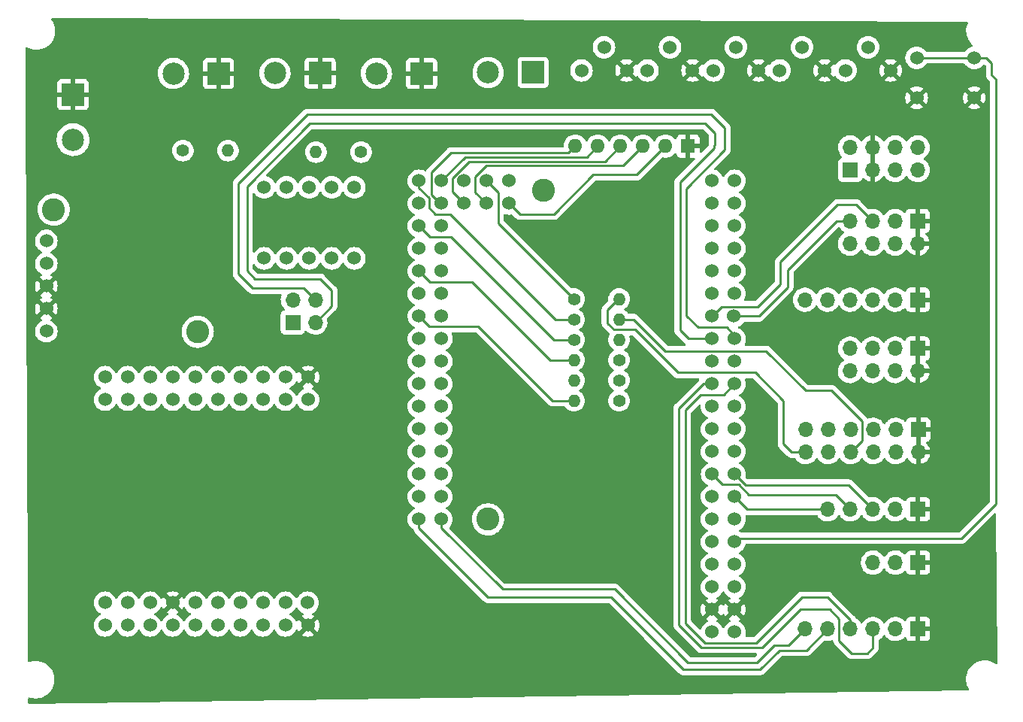
<source format=gbr>
%TF.GenerationSoftware,KiCad,Pcbnew,(6.0.0-0)*%
%TF.CreationDate,2022-02-24T11:08:08-05:00*%
%TF.ProjectId,LED_Controller_Without_Level_Shifter,4c45445f-436f-46e7-9472-6f6c6c65725f,1.0*%
%TF.SameCoordinates,Original*%
%TF.FileFunction,Copper,L4,Bot*%
%TF.FilePolarity,Positive*%
%FSLAX46Y46*%
G04 Gerber Fmt 4.6, Leading zero omitted, Abs format (unit mm)*
G04 Created by KiCad (PCBNEW (6.0.0-0)) date 2022-02-24 11:08:08*
%MOMM*%
%LPD*%
G01*
G04 APERTURE LIST*
%TA.AperFunction,ComponentPad*%
%ADD10R,2.500000X2.500000*%
%TD*%
%TA.AperFunction,ComponentPad*%
%ADD11C,2.500000*%
%TD*%
%TA.AperFunction,ComponentPad*%
%ADD12R,1.700000X1.700000*%
%TD*%
%TA.AperFunction,ComponentPad*%
%ADD13O,1.700000X1.700000*%
%TD*%
%TA.AperFunction,ComponentPad*%
%ADD14C,1.400000*%
%TD*%
%TA.AperFunction,ComponentPad*%
%ADD15O,1.400000X1.400000*%
%TD*%
%TA.AperFunction,ComponentPad*%
%ADD16R,1.600000X1.600000*%
%TD*%
%TA.AperFunction,ComponentPad*%
%ADD17O,1.600000X1.600000*%
%TD*%
%TA.AperFunction,ComponentPad*%
%ADD18C,1.524000*%
%TD*%
%TA.AperFunction,ComponentPad*%
%ADD19C,2.600000*%
%TD*%
%TA.AperFunction,Conductor*%
%ADD20C,0.250000*%
%TD*%
G04 APERTURE END LIST*
D10*
%TO.P,J1,1,Pin_1*%
%TO.N,GND*%
X93790000Y-70645000D03*
D11*
%TO.P,J1,2,Pin_2*%
%TO.N,+12V*%
X93790000Y-75725000D03*
%TD*%
D10*
%TO.P,J2,1,Pin_1*%
%TO.N,GND*%
X110180000Y-68280000D03*
D11*
%TO.P,J2,2,Pin_2*%
%TO.N,+5V*%
X105100000Y-68280000D03*
%TD*%
D10*
%TO.P,J3,1,Pin_1*%
%TO.N,GND*%
X133045000Y-68280000D03*
D11*
%TO.P,J3,2,Pin_2*%
%TO.N,+5V*%
X127965000Y-68280000D03*
%TD*%
D10*
%TO.P,J4,1,Pin_1*%
%TO.N,GND*%
X121615000Y-68254000D03*
D11*
%TO.P,J4,2,Pin_2*%
%TO.N,+5V*%
X116535000Y-68254000D03*
%TD*%
D12*
%TO.P,J5,1,Pin_1*%
%TO.N,GND*%
X188930000Y-99250000D03*
D13*
%TO.P,J5,2,Pin_2*%
X188930000Y-101790000D03*
%TO.P,J5,3,Pin_3*%
%TO.N,+5V*%
X186390000Y-99250000D03*
%TO.P,J5,4,Pin_4*%
X186390000Y-101790000D03*
%TO.P,J5,5,Pin_5*%
%TO.N,LDP_CLOCK*%
X183850000Y-99250000D03*
%TO.P,J5,6,Pin_6*%
%TO.N,MAINT_CLOCK*%
X183850000Y-101790000D03*
%TO.P,J5,7,Pin_7*%
%TO.N,/H-R1_LD*%
X181310000Y-99250000D03*
%TO.P,J5,8,Pin_8*%
%TO.N,/H-R2-MD*%
X181310000Y-101790000D03*
%TD*%
D12*
%TO.P,J6,1,Pin_1*%
%TO.N,GND*%
X189000000Y-108380000D03*
D13*
%TO.P,J6,2,Pin_2*%
X189000000Y-110920000D03*
%TO.P,J6,3,Pin_3*%
%TO.N,+5V*%
X186460000Y-108380000D03*
%TO.P,J6,4,Pin_4*%
X186460000Y-110920000D03*
%TO.P,J6,5,Pin_5*%
%TO.N,CS1_CLOCK*%
X183920000Y-108380000D03*
%TO.P,J6,6,Pin_6*%
%TO.N,VU1_CLOCK*%
X183920000Y-110920000D03*
%TO.P,J6,7,Pin_7*%
%TO.N,/H-R3_C1D*%
X181380000Y-108380000D03*
%TO.P,J6,8,Pin_8*%
%TO.N,/H-R4_V1D*%
X181380000Y-110920000D03*
%TO.P,J6,9,Pin_9*%
%TO.N,CS2_CLOCK*%
X178840000Y-108380000D03*
%TO.P,J6,10,Pin_10*%
%TO.N,VU2_CLOCK*%
X178840000Y-110920000D03*
%TO.P,J6,11,Pin_11*%
%TO.N,/H-R5_C2D*%
X176300000Y-108380000D03*
%TO.P,J6,12,Pin_12*%
%TO.N,/H-R6_V2D*%
X176300000Y-110920000D03*
%TD*%
D12*
%TO.P,J7,1,Pin_1*%
%TO.N,GND*%
X188976000Y-117334000D03*
D13*
%TO.P,J7,2,Pin_2*%
%TO.N,+5V*%
X186436000Y-117334000D03*
%TO.P,J7,3,Pin_3*%
%TO.N,DP_LOAD*%
X183896000Y-117334000D03*
%TO.P,J7,4,Pin_4*%
%TO.N,DP_CLOCK*%
X181356000Y-117334000D03*
%TO.P,J7,5,Pin_5*%
%TO.N,DP_DATA_IN*%
X178816000Y-117334000D03*
%TD*%
D12*
%TO.P,J8,1,Pin_1*%
%TO.N,GND*%
X188976000Y-130810000D03*
D13*
%TO.P,J8,2,Pin_2*%
%TO.N,+5V*%
X186436000Y-130810000D03*
%TO.P,J8,3,Pin_3*%
%TO.N,VU_STROBE*%
X183896000Y-130810000D03*
%TO.P,J8,4,Pin_4*%
%TO.N,VU_RESET*%
X181356000Y-130810000D03*
%TO.P,J8,5,Pin_5*%
%TO.N,SPECTRUM_LEFT*%
X178816000Y-130810000D03*
%TO.P,J8,6,Pin_6*%
%TO.N,SPECTRUM_RIGHT*%
X176276000Y-130810000D03*
%TD*%
D12*
%TO.P,J9,1,Pin_1*%
%TO.N,+5V*%
X181320000Y-79145000D03*
D13*
%TO.P,J9,2,Pin_2*%
X181320000Y-76605000D03*
%TO.P,J9,3,Pin_3*%
%TO.N,GND*%
X183860000Y-79145000D03*
%TO.P,J9,4,Pin_4*%
X183860000Y-76605000D03*
%TO.P,J9,5,Pin_5*%
%TO.N,SCL*%
X186400000Y-79145000D03*
%TO.P,J9,6,Pin_6*%
X186400000Y-76605000D03*
%TO.P,J9,7,Pin_7*%
%TO.N,SDA*%
X188940000Y-79145000D03*
%TO.P,J9,8,Pin_8*%
X188940000Y-76605000D03*
%TD*%
D12*
%TO.P,J10,1,Pin_1*%
%TO.N,GND*%
X188920000Y-84885000D03*
D13*
%TO.P,J10,2,Pin_2*%
X188920000Y-87425000D03*
%TO.P,J10,3,Pin_3*%
%TO.N,+5V*%
X186380000Y-84885000D03*
%TO.P,J10,4,Pin_4*%
X186380000Y-87425000D03*
%TO.P,J10,5,Pin_5*%
%TO.N,TX1*%
X183840000Y-84885000D03*
%TO.P,J10,6,Pin_6*%
%TO.N,TX0*%
X183840000Y-87425000D03*
%TO.P,J10,7,Pin_7*%
%TO.N,RX1*%
X181300000Y-84885000D03*
%TO.P,J10,8,Pin_8*%
%TO.N,RX0*%
X181300000Y-87425000D03*
%TD*%
D12*
%TO.P,J11,1,Pin_1*%
%TO.N,GND*%
X188951000Y-93751000D03*
D13*
%TO.P,J11,2,Pin_2*%
%TO.N,OE*%
X186411000Y-93751000D03*
%TO.P,J11,3,Pin_3*%
%TO.N,SCL*%
X183871000Y-93751000D03*
%TO.P,J11,4,Pin_4*%
%TO.N,SDA*%
X181331000Y-93751000D03*
%TO.P,J11,5,Pin_5*%
%TO.N,+5V*%
X178791000Y-93751000D03*
%TO.P,J11,6,Pin_6*%
X176251000Y-93751000D03*
%TD*%
D14*
%TO.P,R2,1*%
%TO.N,/H-R2-MD*%
X155290000Y-102822000D03*
D15*
%TO.P,R2,2*%
%TO.N,MAINT_DATA*%
X150210000Y-102822000D03*
%TD*%
D14*
%TO.P,R3,1*%
%TO.N,/H-R3_C1D*%
X155290000Y-100534000D03*
D15*
%TO.P,R3,2*%
%TO.N,CS1_DATA*%
X150210000Y-100534000D03*
%TD*%
D14*
%TO.P,R4,1*%
%TO.N,CS2_DATA*%
X150210000Y-98246000D03*
D15*
%TO.P,R4,2*%
%TO.N,/H-R5_C2D*%
X155290000Y-98246000D03*
%TD*%
D14*
%TO.P,R5,1*%
%TO.N,VU1_DATA*%
X150210000Y-95958000D03*
D15*
%TO.P,R5,2*%
%TO.N,/H-R4_V1D*%
X155290000Y-95958000D03*
%TD*%
D14*
%TO.P,R6,1*%
%TO.N,VU2_DATA*%
X150210000Y-93670000D03*
D15*
%TO.P,R6,2*%
%TO.N,/H-R6_V2D*%
X155290000Y-93670000D03*
%TD*%
D16*
%TO.P,RN1,1,common*%
%TO.N,GND*%
X163068000Y-76454000D03*
D17*
%TO.P,RN1,2,R1*%
%TO.N,JUMPER1*%
X160528000Y-76454000D03*
%TO.P,RN1,3,R2*%
%TO.N,JUMPER2*%
X157988000Y-76454000D03*
%TO.P,RN1,4,R3*%
%TO.N,JUMPER3*%
X155448000Y-76454000D03*
%TO.P,RN1,5,R4*%
%TO.N,JUMPER4*%
X152908000Y-76454000D03*
%TO.P,RN1,6,R5*%
%TO.N,JUMPER5*%
X150368000Y-76454000D03*
%TD*%
D18*
%TO.P,U1,0,En*%
%TO.N,unconnected-(U1-Pad0)*%
X90780000Y-87130000D03*
%TO.P,U1,1,VIN*%
%TO.N,+12V*%
X90780000Y-89670000D03*
%TO.P,U1,2,GND*%
%TO.N,GND*%
X90780000Y-92210000D03*
%TO.P,U1,4,GND*%
X90780000Y-94750000D03*
%TO.P,U1,5,VOut*%
%TO.N,+5V*%
X90780000Y-97290000D03*
D19*
%TO.P,U1,6*%
%TO.N,N/C*%
X107838800Y-97361200D03*
%TO.P,U1,7,VOut*%
X91610000Y-83600000D03*
%TD*%
D18*
%TO.P,U2,0,GPIO0*%
%TO.N,unconnected-(U2-Pad0)*%
X105015400Y-130406600D03*
%TO.P,U2,1,Tx0*%
%TO.N,unconnected-(U2-Pad1)*%
X120205400Y-127866600D03*
%TO.P,U2,2,GPIO2*%
%TO.N,unconnected-(U2-Pad2)*%
X102475400Y-130406600D03*
%TO.P,U2,3,Rx0*%
%TO.N,unconnected-(U2-Pad3)*%
X117715400Y-127866600D03*
%TO.P,U2,4,GPIO4*%
%TO.N,unconnected-(U2-Pad4)*%
X107555400Y-130406600D03*
%TO.P,U2,5,GPIO5*%
%TO.N,unconnected-(U2-Pad5)*%
X105015400Y-105000600D03*
%TO.P,U2,18,GPIO18*%
%TO.N,unconnected-(U2-Pad18)*%
X112635400Y-105000600D03*
%TO.P,U2,19,GPIO19*%
%TO.N,unconnected-(U2-Pad19)*%
X110095400Y-105000600D03*
%TO.P,U2,21,GPIO21*%
%TO.N,unconnected-(U2-Pad21)*%
X112635400Y-127866600D03*
%TO.P,U2,22,GPIO22*%
%TO.N,unconnected-(U2-Pad22)*%
X115175400Y-127866600D03*
%TO.P,U2,23,GPIO23*%
%TO.N,unconnected-(U2-Pad23)*%
X107555400Y-105000600D03*
%TO.P,U2,25,GPIO25*%
%TO.N,unconnected-(U2-Pad25)*%
X107555400Y-127866600D03*
%TO.P,U2,26,GPIO26*%
%TO.N,unconnected-(U2-Pad26)*%
X115175400Y-105000600D03*
%TO.P,U2,27,GPIO27*%
%TO.N,unconnected-(U2-Pad27)*%
X110095400Y-127866600D03*
%TO.P,U2,32,GPIO32*%
%TO.N,unconnected-(U2-Pad32)*%
X112635400Y-130406600D03*
%TO.P,U2,33,GPIO33*%
%TO.N,unconnected-(U2-Pad33)*%
X110095400Y-102460600D03*
%TO.P,U2,34,GPIO34*%
%TO.N,unconnected-(U2-Pad34)*%
X107555400Y-102460600D03*
%TO.P,U2,35,GPIO35*%
%TO.N,unconnected-(U2-Pad35)*%
X112635400Y-102460600D03*
%TO.P,U2,39,VN*%
%TO.N,unconnected-(U2-Pad39)*%
X115175400Y-102460600D03*
%TO.P,U2,60,GND*%
%TO.N,GND*%
X105015400Y-127866600D03*
%TO.P,U2,61,GND*%
X120255400Y-130406600D03*
%TO.P,U2,62,GND*%
X120255400Y-102460600D03*
%TO.P,U2,70,5V*%
%TO.N,+5V*%
X102475400Y-127866600D03*
%TO.P,U2,71,3V3*%
%TO.N,3.3V*%
X102475400Y-105000600D03*
%TO.P,U2,80,TDO*%
%TO.N,unconnected-(U2-Pad80)*%
X99935400Y-127866600D03*
%TO.P,U2,81,SD0*%
%TO.N,unconnected-(U2-Pad81)*%
X97395400Y-127866600D03*
%TO.P,U2,82,TDI*%
%TO.N,unconnected-(U2-Pad82)*%
X110095400Y-130406600D03*
%TO.P,U2,83,SD1*%
%TO.N,unconnected-(U2-Pad83)*%
X99935400Y-130406600D03*
%TO.P,U2,84,CLK*%
%TO.N,unconnected-(U2-Pad84)*%
X97395400Y-130406600D03*
%TO.P,U2,85,RST*%
%TO.N,unconnected-(U2-Pad85)*%
X120255400Y-105000600D03*
%TO.P,U2,86,VP*%
%TO.N,unconnected-(U2-Pad86)*%
X117715400Y-105000600D03*
%TO.P,U2,87,TCK*%
%TO.N,unconnected-(U2-Pad87)*%
X99935400Y-105000600D03*
%TO.P,U2,88,SD3*%
%TO.N,unconnected-(U2-Pad88)*%
X97395400Y-105000600D03*
%TO.P,U2,89,NC*%
%TO.N,unconnected-(U2-Pad89)*%
X117715400Y-102460600D03*
%TO.P,U2,90,TMS*%
%TO.N,unconnected-(U2-Pad90)*%
X105015400Y-102460600D03*
%TO.P,U2,91,NC*%
%TO.N,unconnected-(U2-Pad91)*%
X102475400Y-102460600D03*
%TO.P,U2,92,SD2*%
%TO.N,unconnected-(U2-Pad92)*%
X99935400Y-102460600D03*
%TO.P,U2,93,CMD*%
%TO.N,unconnected-(U2-Pad93)*%
X97395400Y-102460600D03*
%TO.P,U2,251,GPIO25_1*%
%TO.N,ESP_LOGIC_RX*%
X115175400Y-130406600D03*
%TO.P,U2,271,GPIO27_1*%
%TO.N,ESP_LOGIC_TX*%
X117715400Y-130406600D03*
%TD*%
D14*
%TO.P,R1,1*%
%TO.N,/H-R1_LD*%
X155290000Y-105110000D03*
D15*
%TO.P,R1,2*%
%TO.N,LDP_DATA*%
X150210000Y-105110000D03*
%TD*%
D18*
%TO.P,SW1,1*%
%TO.N,JUMPER5*%
X125476000Y-89091000D03*
%TO.P,SW1,2*%
%TO.N,JUMPER4*%
X122936000Y-89091000D03*
%TO.P,SW1,3*%
%TO.N,JUMPER3*%
X120396000Y-89091000D03*
%TO.P,SW1,4*%
%TO.N,JUMPER2*%
X117856000Y-89091000D03*
%TO.P,SW1,5*%
%TO.N,JUMPER1*%
X115316000Y-89091000D03*
%TO.P,SW1,6*%
%TO.N,+5V*%
X115316000Y-81089000D03*
%TO.P,SW1,7*%
X117856000Y-81089000D03*
%TO.P,SW1,8*%
X120396000Y-81089000D03*
%TO.P,SW1,9*%
X122936000Y-81089000D03*
%TO.P,SW1,10*%
X125476000Y-81089000D03*
%TD*%
%TO.P,SW2,1,1*%
%TO.N,GND*%
X188820000Y-71020000D03*
%TO.P,SW2,2,2*%
%TO.N,RESET*%
X188820000Y-66520000D03*
%TO.P,SW2,3,3*%
%TO.N,GND*%
X195320000Y-71020000D03*
%TO.P,SW2,4,4*%
%TO.N,RESET*%
X195320000Y-66520000D03*
%TD*%
%TO.P,U4,0,RX*%
%TO.N,TX0*%
X165770000Y-118470000D03*
%TO.P,U4,1,TX*%
%TO.N,RX0*%
X168310000Y-118470000D03*
%TO.P,U4,2,D2*%
%TO.N,OE*%
X165770000Y-115930000D03*
%TO.P,U4,3,D3*%
%TO.N,DP_DATA_IN*%
X168310000Y-115930000D03*
%TO.P,U4,4,D4*%
%TO.N,DP_CLOCK*%
X165780000Y-113390000D03*
%TO.P,U4,5,D5*%
%TO.N,DP_LOAD*%
X168310000Y-113390000D03*
%TO.P,U4,6,D6*%
%TO.N,unconnected-(U4-Pad6)*%
X165770000Y-110850000D03*
%TO.P,U4,7,D7*%
%TO.N,unconnected-(U4-Pad7)*%
X168310000Y-110850000D03*
%TO.P,U4,8,D8*%
%TO.N,unconnected-(U4-Pad8)*%
X165770000Y-108310000D03*
%TO.P,U4,9,D9*%
%TO.N,unconnected-(U4-Pad9)*%
X168310000Y-108310000D03*
%TO.P,U4,10,D10*%
%TO.N,unconnected-(U4-Pad10)*%
X165770000Y-105770000D03*
%TO.P,U4,11,D11*%
%TO.N,unconnected-(U4-Pad11)*%
X168310000Y-105770000D03*
%TO.P,U4,12,D12*%
%TO.N,VU_STROBE*%
X165770000Y-103230000D03*
%TO.P,U4,13,D13*%
%TO.N,VU_RESET*%
X168310000Y-103230000D03*
%TO.P,U4,14,D14*%
%TO.N,unconnected-(U4-Pad14)*%
X165770000Y-100690000D03*
%TO.P,U4,15,D15*%
%TO.N,unconnected-(U4-Pad15)*%
X168310000Y-100690000D03*
%TO.P,U4,16,D16*%
%TO.N,LOGIC_2560_RX*%
X165770000Y-98150000D03*
%TO.P,U4,17,D17*%
%TO.N,LOGIC_2560_TX*%
X168310000Y-98150000D03*
%TO.P,U4,18,D18*%
%TO.N,TX1*%
X165780000Y-95610000D03*
%TO.P,U4,19,D19*%
%TO.N,RX1*%
X168230000Y-95610000D03*
%TO.P,U4,20,D20*%
%TO.N,SDA*%
X165780000Y-93070000D03*
%TO.P,U4,21,D21*%
%TO.N,SCL*%
X168310000Y-93070000D03*
%TO.P,U4,22,D22*%
%TO.N,unconnected-(U4-Pad22)*%
X165770000Y-90530000D03*
%TO.P,U4,23,D23*%
%TO.N,unconnected-(U4-Pad23)*%
X168310000Y-90530000D03*
%TO.P,U4,24,D24*%
%TO.N,unconnected-(U4-Pad24)*%
X165770000Y-87990000D03*
%TO.P,U4,25,D25*%
%TO.N,unconnected-(U4-Pad25)*%
X168310000Y-87990000D03*
%TO.P,U4,26,D26*%
%TO.N,unconnected-(U4-Pad26)*%
X165770000Y-85450000D03*
%TO.P,U4,27,D27*%
%TO.N,unconnected-(U4-Pad27)*%
X168310000Y-85450000D03*
%TO.P,U4,28,D28*%
%TO.N,unconnected-(U4-Pad28)*%
X165770000Y-82910000D03*
%TO.P,U4,29,D29*%
%TO.N,unconnected-(U4-Pad29)*%
X168310000Y-82910000D03*
%TO.P,U4,30,D30*%
%TO.N,MAINT_DATA*%
X165770000Y-80370000D03*
%TO.P,U4,31,D31*%
%TO.N,unconnected-(U4-Pad31)*%
X168310000Y-80370000D03*
%TO.P,U4,32,D32*%
%TO.N,MAINT_CLOCK*%
X132750000Y-98150000D03*
%TO.P,U4,33,D33*%
%TO.N,unconnected-(U4-Pad33)*%
X135290000Y-98150000D03*
%TO.P,U4,34,D34*%
%TO.N,LDP_DATA*%
X132750000Y-95610000D03*
%TO.P,U4,35,D35*%
%TO.N,unconnected-(U4-Pad35)*%
X135290000Y-95610000D03*
%TO.P,U4,36,D36*%
%TO.N,LDP_CLOCK*%
X132750000Y-93070000D03*
%TO.P,U4,37,D37*%
%TO.N,unconnected-(U4-Pad37)*%
X135290000Y-93070000D03*
%TO.P,U4,38,D38*%
%TO.N,CS1_DATA*%
X132750000Y-90530000D03*
%TO.P,U4,39,D39*%
%TO.N,unconnected-(U4-Pad39)*%
X135290000Y-90530000D03*
%TO.P,U4,40,D40*%
%TO.N,CS1_CLOCK*%
X132750000Y-87990000D03*
%TO.P,U4,41,D41*%
%TO.N,unconnected-(U4-Pad41)*%
X135290000Y-87990000D03*
%TO.P,U4,42,D42*%
%TO.N,CS2_DATA*%
X132750000Y-85450000D03*
%TO.P,U4,43,D43*%
%TO.N,unconnected-(U4-Pad43)*%
X135290000Y-85450000D03*
%TO.P,U4,44,D44*%
%TO.N,CS2_CLOCK*%
X132750000Y-82910000D03*
%TO.P,U4,45,D45*%
%TO.N,JUMPER5*%
X135290000Y-82910000D03*
%TO.P,U4,46,D46*%
%TO.N,VU1_DATA*%
X132750000Y-80370000D03*
%TO.P,U4,47,D47*%
%TO.N,JUMPER4*%
X135290000Y-80370000D03*
%TO.P,U4,48,D48*%
%TO.N,VU1_CLOCK*%
X137840000Y-80370000D03*
%TO.P,U4,49,D49*%
%TO.N,JUMPER3*%
X137830000Y-82910000D03*
%TO.P,U4,50,D50*%
%TO.N,VU2_DATA*%
X140370000Y-80370000D03*
%TO.P,U4,51,D51*%
%TO.N,JUMPER2*%
X140370000Y-82910000D03*
%TO.P,U4,52,D52*%
%TO.N,VU2_CLOCK*%
X142910000Y-80370000D03*
%TO.P,U4,53,D53*%
%TO.N,JUMPER1*%
X142910000Y-82910000D03*
%TO.P,U4,62,GND*%
%TO.N,GND*%
X168310000Y-128630000D03*
%TO.P,U4,63,GND*%
X165770000Y-128630000D03*
%TO.P,U4,70,VIN*%
%TO.N,+5V*%
X165770000Y-131170000D03*
%TO.P,U4,71,VIN2*%
X168310000Y-131170000D03*
%TO.P,U4,72,5V*%
%TO.N,unconnected-(U4-Pad72)*%
X165770000Y-126090000D03*
%TO.P,U4,73,5V-2*%
%TO.N,unconnected-(U4-Pad73)*%
X168310000Y-126090000D03*
%TO.P,U4,74,3V*%
%TO.N,unconnected-(U4-Pad74)*%
X168310000Y-123550000D03*
%TO.P,U4,75,3V-2*%
%TO.N,unconnected-(U4-Pad75)*%
X165770000Y-123550000D03*
D19*
%TO.P,U4,98*%
%TO.N,N/C*%
X146820000Y-81440000D03*
%TO.P,U4,99*%
X140530000Y-118470000D03*
D18*
%TO.P,U4,104,AREF*%
%TO.N,unconnected-(U4-Pad104)*%
X165770000Y-121010000D03*
%TO.P,U4,105,RST*%
%TO.N,RESET*%
X168310000Y-121010000D03*
%TO.P,U4,200,A0*%
%TO.N,SPECTRUM_LEFT*%
X132750000Y-118470000D03*
%TO.P,U4,201,A1*%
%TO.N,SPECTRUM_RIGHT*%
X135290000Y-118470000D03*
%TO.P,U4,202,A2*%
%TO.N,TRIM1*%
X132750000Y-115930000D03*
%TO.P,U4,203,A3*%
%TO.N,TRIM2*%
X135290000Y-115930000D03*
%TO.P,U4,204,A4*%
%TO.N,TRIM3*%
X132750000Y-113390000D03*
%TO.P,U4,205,A5*%
%TO.N,TRIM4*%
X135290000Y-113390000D03*
%TO.P,U4,206,A6*%
%TO.N,TRIM5*%
X132750000Y-110850000D03*
%TO.P,U4,207,A7*%
%TO.N,BATTERY_LEVEL*%
X135290000Y-110850000D03*
%TO.P,U4,208,A8*%
%TO.N,EXT_MIC*%
X132750000Y-108310000D03*
%TO.P,U4,209,A9*%
%TO.N,unconnected-(U4-Pad209)*%
X135290000Y-108310000D03*
%TO.P,U4,210,A10*%
%TO.N,unconnected-(U4-Pad210)*%
X132750000Y-105770000D03*
%TO.P,U4,211,A11*%
%TO.N,unconnected-(U4-Pad211)*%
X135290000Y-105770000D03*
%TO.P,U4,212,A12*%
%TO.N,unconnected-(U4-Pad212)*%
X132750000Y-103230000D03*
%TO.P,U4,213,A13*%
%TO.N,unconnected-(U4-Pad213)*%
X135290000Y-103230000D03*
%TO.P,U4,214,A14*%
%TO.N,unconnected-(U4-Pad214)*%
X132750000Y-100690000D03*
%TO.P,U4,215,A15*%
%TO.N,unconnected-(U4-Pad215)*%
X135290000Y-100690000D03*
%TD*%
%TO.P,RV1,1,1*%
%TO.N,GND*%
X156140000Y-67935000D03*
%TO.P,RV1,2,2*%
%TO.N,TRIM1*%
X153600000Y-65325000D03*
%TO.P,RV1,3,3*%
%TO.N,+5V*%
X151060000Y-67935000D03*
%TD*%
%TO.P,RV2,1,1*%
%TO.N,GND*%
X171015000Y-67935000D03*
%TO.P,RV2,2,2*%
%TO.N,TRIM3*%
X168475000Y-65325000D03*
%TO.P,RV2,3,3*%
%TO.N,+5V*%
X165935000Y-67935000D03*
%TD*%
%TO.P,RV3,1,1*%
%TO.N,GND*%
X185890000Y-67935000D03*
%TO.P,RV3,2,2*%
%TO.N,TRIM5*%
X183350000Y-65325000D03*
%TO.P,RV3,3,3*%
%TO.N,+5V*%
X180810000Y-67935000D03*
%TD*%
%TO.P,RV4,1,1*%
%TO.N,GND*%
X163577500Y-67935000D03*
%TO.P,RV4,2,2*%
%TO.N,TRIM2*%
X161037500Y-65325000D03*
%TO.P,RV4,3,3*%
%TO.N,+5V*%
X158497500Y-67935000D03*
%TD*%
%TO.P,RV5,1,1*%
%TO.N,GND*%
X178452500Y-67935000D03*
%TO.P,RV5,2,2*%
%TO.N,TRIM4*%
X175912500Y-65325000D03*
%TO.P,RV5,3,3*%
%TO.N,+5V*%
X173372500Y-67935000D03*
%TD*%
D12*
%TO.P,J13,1,Pin_1*%
%TO.N,ESP_LOGIC_RX*%
X118545000Y-96315000D03*
D13*
%TO.P,J13,2,Pin_2*%
%TO.N,ESP_LOGIC_TX*%
X118545000Y-93775000D03*
%TO.P,J13,3,Pin_3*%
%TO.N,LOGIC_2560_RX*%
X121085000Y-96315000D03*
%TO.P,J13,4,Pin_4*%
%TO.N,LOGIC_2560_TX*%
X121085000Y-93775000D03*
%TD*%
D12*
%TO.P,J13,1,Pin_1*%
%TO.N,GND*%
X188975000Y-123340000D03*
D13*
%TO.P,J13,2,Pin_2*%
%TO.N,+5V*%
X186435000Y-123340000D03*
%TO.P,J13,3,Pin_3*%
%TO.N,EXT_MIC*%
X183895000Y-123340000D03*
%TD*%
D14*
%TO.P,R7,1*%
%TO.N,BATTERY_LEVEL*%
X106172000Y-76962000D03*
D15*
%TO.P,R7,2*%
%TO.N,POS*%
X111252000Y-76962000D03*
%TD*%
D14*
%TO.P,R8,1*%
%TO.N,NEG*%
X126238000Y-77140000D03*
D15*
%TO.P,R8,2*%
%TO.N,BATTERY_LEVEL*%
X121158000Y-77140000D03*
%TD*%
D10*
%TO.P,J12,1,Pin_1*%
%TO.N,POS*%
X145625000Y-68170000D03*
D11*
%TO.P,J12,2,Pin_2*%
%TO.N,NEG*%
X140545000Y-68170000D03*
%TD*%
D20*
%TO.N,DP_DATA_IN*%
X169714000Y-117334000D02*
X178816000Y-117334000D01*
X168310000Y-115930000D02*
X169714000Y-117334000D01*
%TO.N,DP_CLOCK*%
X166940000Y-114550000D02*
X165780000Y-113390000D01*
X181356000Y-117334000D02*
X179725911Y-115703911D01*
X168760000Y-114550000D02*
X166940000Y-114550000D01*
X179725911Y-115703911D02*
X169913911Y-115703911D01*
X169913911Y-115703911D02*
X168760000Y-114550000D01*
%TO.N,DP_LOAD*%
X181179400Y-114617400D02*
X169537400Y-114617400D01*
X169537400Y-114617400D02*
X168310000Y-113390000D01*
X183896000Y-117334000D02*
X181179400Y-114617400D01*
%TO.N,SPECTRUM_RIGHT*%
X174416000Y-132670000D02*
X172800000Y-132670000D01*
X176276000Y-130810000D02*
X174416000Y-132670000D01*
X170850000Y-134620000D02*
X163068000Y-134620000D01*
X154788000Y-126340000D02*
X142180000Y-126340000D01*
X172800000Y-132670000D02*
X170850000Y-134620000D01*
X142100000Y-126260000D02*
X142090000Y-126260000D01*
X142090000Y-126260000D02*
X135300000Y-119470000D01*
X142180000Y-126340000D02*
X142100000Y-126260000D01*
X135300000Y-119470000D02*
X135300000Y-118480000D01*
X135300000Y-118480000D02*
X135290000Y-118470000D01*
X163068000Y-134620000D02*
X154788000Y-126340000D01*
%TO.N,SPECTRUM_LEFT*%
X171198000Y-135382000D02*
X162560000Y-135382000D01*
X173357000Y-133223000D02*
X171198000Y-135382000D01*
X154432000Y-127254000D02*
X140544000Y-127254000D01*
X178816000Y-130810000D02*
X176403000Y-133223000D01*
X132760000Y-119470000D02*
X132760000Y-118480000D01*
X162560000Y-135382000D02*
X154432000Y-127254000D01*
X176403000Y-133223000D02*
X173357000Y-133223000D01*
X140544000Y-127254000D02*
X132760000Y-119470000D01*
X132760000Y-118480000D02*
X132750000Y-118470000D01*
%TO.N,VU_RESET*%
X170750000Y-132380000D02*
X175876000Y-127254000D01*
X181356000Y-129794000D02*
X181356000Y-130810000D01*
X168310000Y-103230000D02*
X167060000Y-104480000D01*
X178816000Y-127254000D02*
X181356000Y-129794000D01*
X162780000Y-106190000D02*
X162780000Y-130184282D01*
X167060000Y-104480000D02*
X164490000Y-104480000D01*
X164975718Y-132380000D02*
X170750000Y-132380000D01*
X162780000Y-130184282D02*
X164975718Y-132380000D01*
X164490000Y-104480000D02*
X162780000Y-106190000D01*
X175876000Y-127254000D02*
X178816000Y-127254000D01*
%TO.N,VU_STROBE*%
X180080000Y-129700000D02*
X180080000Y-132140000D01*
X162030000Y-130350000D02*
X164580000Y-132900000D01*
X175700000Y-128620000D02*
X179000000Y-128620000D01*
X183250000Y-133560000D02*
X183896000Y-132914000D01*
X181500000Y-133560000D02*
X183250000Y-133560000D01*
X162030000Y-105980000D02*
X162030000Y-130350000D01*
X171420000Y-132900000D02*
X175700000Y-128620000D01*
X180080000Y-132140000D02*
X181500000Y-133560000D01*
X183896000Y-132914000D02*
X183896000Y-130810000D01*
X165770000Y-103230000D02*
X164780000Y-103230000D01*
X164780000Y-103230000D02*
X162030000Y-105980000D01*
X179000000Y-128620000D02*
X180080000Y-129700000D01*
X164580000Y-132900000D02*
X171420000Y-132900000D01*
%TO.N,TX1*%
X170946511Y-94523489D02*
X166866511Y-94523489D01*
X173482000Y-91988000D02*
X170946511Y-94523489D01*
X173482000Y-89498000D02*
X173482000Y-91988000D01*
X179922000Y-83058000D02*
X173482000Y-89498000D01*
X183840000Y-84885000D02*
X182013000Y-83058000D01*
X166866511Y-94523489D02*
X165522600Y-95867400D01*
X182013000Y-83058000D02*
X179922000Y-83058000D01*
%TO.N,RX1*%
X174298000Y-90370000D02*
X179783000Y-84885000D01*
X168230000Y-95610000D02*
X171040000Y-95610000D01*
X171040000Y-95610000D02*
X174298000Y-92352000D01*
X179783000Y-84885000D02*
X181300000Y-84885000D01*
X174298000Y-92352000D02*
X174298000Y-90370000D01*
%TO.N,LDP_DATA*%
X150210000Y-105110000D02*
X147780000Y-105110000D01*
X133900000Y-96760000D02*
X132750000Y-95610000D01*
X147780000Y-105110000D02*
X139430000Y-96760000D01*
X139430000Y-96760000D02*
X133900000Y-96760000D01*
%TO.N,CS1_DATA*%
X147524000Y-100534000D02*
X138750000Y-91760000D01*
X133980000Y-91760000D02*
X132750000Y-90530000D01*
X138750000Y-91760000D02*
X133980000Y-91760000D01*
X150210000Y-100534000D02*
X147524000Y-100534000D01*
%TO.N,CS2_DATA*%
X134000000Y-86700000D02*
X132750000Y-85450000D01*
X150210000Y-98246000D02*
X147936000Y-98246000D01*
X136390000Y-86700000D02*
X134000000Y-86700000D01*
X147936000Y-98246000D02*
X136390000Y-86700000D01*
%TO.N,VU1_DATA*%
X132750000Y-81155718D02*
X132750000Y-80370000D01*
X133880000Y-82285718D02*
X132750000Y-81155718D01*
X133880000Y-83400000D02*
X133880000Y-82285718D01*
X150210000Y-95958000D02*
X148098000Y-95958000D01*
X136260000Y-84120000D02*
X134600000Y-84120000D01*
X148098000Y-95958000D02*
X136260000Y-84120000D01*
X134600000Y-84120000D02*
X133880000Y-83400000D01*
%TO.N,VU2_DATA*%
X141680000Y-85140000D02*
X141680000Y-81680000D01*
X150210000Y-93670000D02*
X141680000Y-85140000D01*
X141680000Y-81680000D02*
X140370000Y-80370000D01*
%TO.N,JUMPER5*%
X149606000Y-77216000D02*
X136384000Y-77216000D01*
X150368000Y-76454000D02*
X149606000Y-77216000D01*
X134203489Y-81973489D02*
X135300000Y-83070000D01*
X134203489Y-79396511D02*
X134203489Y-81973489D01*
X136384000Y-77216000D02*
X134203489Y-79396511D01*
%TO.N,JUMPER4*%
X137994480Y-77665520D02*
X135300000Y-80360000D01*
X151696480Y-77665520D02*
X137994480Y-77665520D01*
X152908000Y-76454000D02*
X151696480Y-77665520D01*
%TO.N,JUMPER3*%
X138430000Y-78210000D02*
X136530000Y-80110000D01*
X136530000Y-81610000D02*
X137652600Y-82732600D01*
X153692000Y-78210000D02*
X138430000Y-78210000D01*
X155448000Y-76454000D02*
X153692000Y-78210000D01*
X136530000Y-80110000D02*
X136530000Y-81610000D01*
%TO.N,JUMPER2*%
X140350480Y-78659520D02*
X139106089Y-79903911D01*
X139106089Y-81646089D02*
X140192600Y-82732600D01*
X157988000Y-76454000D02*
X155782480Y-78659520D01*
X155782480Y-78659520D02*
X140350480Y-78659520D01*
X139106089Y-79903911D02*
X139106089Y-81646089D01*
%TO.N,JUMPER1*%
X147942600Y-84137400D02*
X144137400Y-84137400D01*
X157292000Y-79690000D02*
X152390000Y-79690000D01*
X144137400Y-84137400D02*
X142910000Y-82910000D01*
X152390000Y-79690000D02*
X147942600Y-84137400D01*
X160528000Y-76454000D02*
X157292000Y-79690000D01*
%TO.N,LOGIC_2560_TX*%
X167200000Y-74410000D02*
X167200000Y-76900000D01*
X162880000Y-95560000D02*
X164180000Y-96860000D01*
X119766000Y-92456000D02*
X114046000Y-92456000D01*
X168310000Y-97760000D02*
X168310000Y-98150000D01*
X114046000Y-92456000D02*
X112420000Y-90830000D01*
X164180000Y-96860000D02*
X167410000Y-96860000D01*
X162880000Y-81220000D02*
X162880000Y-95560000D01*
X165688000Y-72898000D02*
X167200000Y-74410000D01*
X167200000Y-76900000D02*
X162880000Y-81220000D01*
X121085000Y-93775000D02*
X119766000Y-92456000D01*
X112420000Y-80670000D02*
X120192000Y-72898000D01*
X167410000Y-96860000D02*
X168310000Y-97760000D01*
X112420000Y-90830000D02*
X112420000Y-80670000D01*
X120192000Y-72898000D02*
X165688000Y-72898000D01*
%TO.N,LOGIC_2560_RX*%
X113390000Y-80970000D02*
X120430480Y-73929520D01*
X114300000Y-91440000D02*
X113390000Y-90530000D01*
X166080000Y-75000000D02*
X166080000Y-76310000D01*
X163100000Y-98150000D02*
X165770000Y-98150000D01*
X166080000Y-76310000D02*
X166020000Y-76370000D01*
X166020000Y-76660000D02*
X162150000Y-80530000D01*
X166020000Y-76370000D02*
X166020000Y-76660000D01*
X122936000Y-92710000D02*
X121666000Y-91440000D01*
X121085000Y-96315000D02*
X122936000Y-94464000D01*
X113390000Y-90530000D02*
X113390000Y-80970000D01*
X165009520Y-73929520D02*
X166080000Y-75000000D01*
X121666000Y-91440000D02*
X114300000Y-91440000D01*
X162150000Y-97200000D02*
X163100000Y-98150000D01*
X122936000Y-94464000D02*
X122936000Y-92710000D01*
X120430480Y-73929520D02*
X165009520Y-73929520D01*
X162150000Y-80530000D02*
X162150000Y-97200000D01*
%TO.N,RESET*%
X197740000Y-116710000D02*
X193860000Y-120590000D01*
X197250000Y-67120000D02*
X197250000Y-68450000D01*
X195320000Y-66520000D02*
X188820000Y-66520000D01*
X197740000Y-68940000D02*
X197740000Y-116710000D01*
X168730000Y-120590000D02*
X168062600Y-121257400D01*
X194910000Y-66520000D02*
X196650000Y-66520000D01*
X196650000Y-66520000D02*
X197250000Y-67120000D01*
X197250000Y-68450000D02*
X197740000Y-68940000D01*
X193860000Y-120590000D02*
X168730000Y-120590000D01*
%TO.N,/H-R4_V1D*%
X182650000Y-109650000D02*
X181380000Y-110920000D01*
X156918000Y-95958000D02*
X160510000Y-99550000D01*
X160510000Y-99550000D02*
X171861988Y-99550000D01*
X171861988Y-99550000D02*
X176300000Y-103988012D01*
X179238012Y-103988012D02*
X182650000Y-107400000D01*
X155290000Y-95958000D02*
X156918000Y-95958000D01*
X182650000Y-107400000D02*
X182650000Y-109650000D01*
X176300000Y-103988012D02*
X179238012Y-103988012D01*
%TO.N,/H-R6_V2D*%
X173790000Y-105110000D02*
X173790000Y-109970000D01*
X157110000Y-97120000D02*
X161950000Y-101960000D01*
X153970000Y-96390000D02*
X154700000Y-97120000D01*
X154700000Y-97120000D02*
X157110000Y-97120000D01*
X155190000Y-93670000D02*
X153970000Y-94890000D01*
X173790000Y-109970000D02*
X174740000Y-110920000D01*
X155290000Y-93670000D02*
X155190000Y-93670000D01*
X174740000Y-110920000D02*
X176300000Y-110920000D01*
X170640000Y-101960000D02*
X173790000Y-105110000D01*
X161950000Y-101960000D02*
X170640000Y-101960000D01*
X153970000Y-94890000D02*
X153970000Y-96390000D01*
%TD*%
%TA.AperFunction,Conductor*%
%TO.N,GND*%
G36*
X134712759Y-62231521D02*
G01*
X194458796Y-62478701D01*
X194526834Y-62498985D01*
X194573104Y-62552832D01*
X194582917Y-62623147D01*
X194573649Y-62655341D01*
X194521517Y-62774102D01*
X194442756Y-63050594D01*
X194402249Y-63335216D01*
X194402227Y-63339505D01*
X194402226Y-63339512D01*
X194402058Y-63371583D01*
X194400743Y-63622703D01*
X194401302Y-63626947D01*
X194401302Y-63626951D01*
X194405526Y-63659036D01*
X194438268Y-63907734D01*
X194514129Y-64185036D01*
X194515813Y-64188984D01*
X194585312Y-64351920D01*
X194626923Y-64449476D01*
X194657952Y-64501322D01*
X194772257Y-64692311D01*
X194774561Y-64696161D01*
X194954313Y-64920528D01*
X194957420Y-64923476D01*
X194957426Y-64923483D01*
X195105134Y-65063652D01*
X195140779Y-65125052D01*
X195137570Y-65195976D01*
X195096526Y-65253906D01*
X195051015Y-65276756D01*
X194883804Y-65321560D01*
X194878823Y-65323882D01*
X194878822Y-65323883D01*
X194687311Y-65413186D01*
X194687306Y-65413189D01*
X194682324Y-65415512D01*
X194677817Y-65418668D01*
X194677815Y-65418669D01*
X194504730Y-65539864D01*
X194504727Y-65539866D01*
X194500219Y-65543023D01*
X194343023Y-65700219D01*
X194339866Y-65704727D01*
X194339864Y-65704730D01*
X194250209Y-65832771D01*
X194194752Y-65877099D01*
X194146996Y-65886500D01*
X189993004Y-65886500D01*
X189924883Y-65866498D01*
X189889791Y-65832771D01*
X189800136Y-65704730D01*
X189800134Y-65704727D01*
X189796977Y-65700219D01*
X189639781Y-65543023D01*
X189635273Y-65539866D01*
X189635270Y-65539864D01*
X189559505Y-65486813D01*
X189457677Y-65415512D01*
X189452695Y-65413189D01*
X189452690Y-65413186D01*
X189261178Y-65323883D01*
X189261177Y-65323882D01*
X189256196Y-65321560D01*
X189250888Y-65320138D01*
X189250886Y-65320137D01*
X189185051Y-65302497D01*
X189041463Y-65264022D01*
X188820000Y-65244647D01*
X188598537Y-65264022D01*
X188454949Y-65302497D01*
X188389114Y-65320137D01*
X188389112Y-65320138D01*
X188383804Y-65321560D01*
X188378823Y-65323882D01*
X188378822Y-65323883D01*
X188187311Y-65413186D01*
X188187306Y-65413189D01*
X188182324Y-65415512D01*
X188177817Y-65418668D01*
X188177815Y-65418669D01*
X188004730Y-65539864D01*
X188004727Y-65539866D01*
X188000219Y-65543023D01*
X187843023Y-65700219D01*
X187839866Y-65704727D01*
X187839864Y-65704730D01*
X187718669Y-65877815D01*
X187715512Y-65882324D01*
X187713189Y-65887306D01*
X187713186Y-65887311D01*
X187653120Y-66016123D01*
X187621560Y-66083804D01*
X187564022Y-66298537D01*
X187544647Y-66520000D01*
X187564022Y-66741463D01*
X187582302Y-66809684D01*
X187619528Y-66948611D01*
X187621560Y-66956196D01*
X187623882Y-66961177D01*
X187623883Y-66961178D01*
X187713186Y-67152689D01*
X187713189Y-67152694D01*
X187715512Y-67157676D01*
X187718668Y-67162183D01*
X187718669Y-67162185D01*
X187815688Y-67300742D01*
X187843023Y-67339781D01*
X188000219Y-67496977D01*
X188004727Y-67500134D01*
X188004730Y-67500136D01*
X188040491Y-67525176D01*
X188182323Y-67624488D01*
X188187305Y-67626811D01*
X188187310Y-67626814D01*
X188362078Y-67708309D01*
X188383804Y-67718440D01*
X188389112Y-67719862D01*
X188389114Y-67719863D01*
X188408211Y-67724980D01*
X188598537Y-67775978D01*
X188820000Y-67795353D01*
X189041463Y-67775978D01*
X189231789Y-67724980D01*
X189250886Y-67719863D01*
X189250888Y-67719862D01*
X189256196Y-67718440D01*
X189277922Y-67708309D01*
X189452690Y-67626814D01*
X189452695Y-67626811D01*
X189457677Y-67624488D01*
X189599509Y-67525176D01*
X189635270Y-67500136D01*
X189635273Y-67500134D01*
X189639781Y-67496977D01*
X189796977Y-67339781D01*
X189824313Y-67300742D01*
X189889791Y-67207229D01*
X189945248Y-67162901D01*
X189993004Y-67153500D01*
X194146996Y-67153500D01*
X194215117Y-67173502D01*
X194250209Y-67207229D01*
X194315688Y-67300742D01*
X194343023Y-67339781D01*
X194500219Y-67496977D01*
X194504727Y-67500134D01*
X194504730Y-67500136D01*
X194540491Y-67525176D01*
X194682323Y-67624488D01*
X194687305Y-67626811D01*
X194687310Y-67626814D01*
X194862078Y-67708309D01*
X194883804Y-67718440D01*
X194889112Y-67719862D01*
X194889114Y-67719863D01*
X194908211Y-67724980D01*
X195098537Y-67775978D01*
X195320000Y-67795353D01*
X195541463Y-67775978D01*
X195731789Y-67724980D01*
X195750886Y-67719863D01*
X195750888Y-67719862D01*
X195756196Y-67718440D01*
X195777922Y-67708309D01*
X195952690Y-67626814D01*
X195952695Y-67626811D01*
X195957677Y-67624488D01*
X196099509Y-67525176D01*
X196135270Y-67500136D01*
X196135273Y-67500134D01*
X196139781Y-67496977D01*
X196296977Y-67339781D01*
X196324887Y-67299921D01*
X196380343Y-67255594D01*
X196450963Y-67248285D01*
X196517194Y-67283098D01*
X196579595Y-67345499D01*
X196613621Y-67407811D01*
X196616500Y-67434594D01*
X196616500Y-68371233D01*
X196615973Y-68382416D01*
X196614298Y-68389909D01*
X196614547Y-68397835D01*
X196614547Y-68397836D01*
X196616438Y-68457986D01*
X196616500Y-68461945D01*
X196616500Y-68489856D01*
X196616997Y-68493790D01*
X196616997Y-68493791D01*
X196617005Y-68493856D01*
X196617938Y-68505693D01*
X196619327Y-68549889D01*
X196624978Y-68569339D01*
X196628987Y-68588700D01*
X196631526Y-68608797D01*
X196634445Y-68616168D01*
X196634445Y-68616170D01*
X196647804Y-68649912D01*
X196651649Y-68661142D01*
X196663982Y-68703593D01*
X196668015Y-68710412D01*
X196668017Y-68710417D01*
X196674293Y-68721028D01*
X196682988Y-68738776D01*
X196690448Y-68757617D01*
X196695110Y-68764033D01*
X196695110Y-68764034D01*
X196716436Y-68793387D01*
X196722952Y-68803307D01*
X196745458Y-68841362D01*
X196759779Y-68855683D01*
X196772619Y-68870716D01*
X196784528Y-68887107D01*
X196806297Y-68905116D01*
X196818605Y-68915298D01*
X196827384Y-68923288D01*
X197069595Y-69165499D01*
X197103621Y-69227811D01*
X197106500Y-69254594D01*
X197106500Y-116395406D01*
X197086498Y-116463527D01*
X197069595Y-116484501D01*
X193634500Y-119919595D01*
X193572188Y-119953621D01*
X193545405Y-119956500D01*
X169060223Y-119956500D01*
X168987952Y-119933713D01*
X168957168Y-119912158D01*
X168947677Y-119905512D01*
X168942695Y-119903189D01*
X168942690Y-119903186D01*
X168837627Y-119854195D01*
X168784342Y-119807278D01*
X168764881Y-119739001D01*
X168785423Y-119671041D01*
X168837627Y-119625805D01*
X168942690Y-119576814D01*
X168942695Y-119576811D01*
X168947677Y-119574488D01*
X169049505Y-119503187D01*
X169125270Y-119450136D01*
X169125273Y-119450134D01*
X169129781Y-119446977D01*
X169286977Y-119289781D01*
X169341605Y-119211765D01*
X169411331Y-119112185D01*
X169411332Y-119112183D01*
X169414488Y-119107676D01*
X169416811Y-119102694D01*
X169416814Y-119102689D01*
X169506117Y-118911178D01*
X169506118Y-118911177D01*
X169508440Y-118906196D01*
X169565978Y-118691463D01*
X169585353Y-118470000D01*
X169565978Y-118248537D01*
X169533203Y-118126220D01*
X169534893Y-118055244D01*
X169574687Y-117996448D01*
X169639951Y-117968500D01*
X169674619Y-117969160D01*
X169686111Y-117970980D01*
X169686115Y-117970980D01*
X169693943Y-117972220D01*
X169701835Y-117971474D01*
X169737961Y-117968059D01*
X169749819Y-117967500D01*
X177540274Y-117967500D01*
X177608395Y-117987502D01*
X177647707Y-118027665D01*
X177715987Y-118139088D01*
X177862250Y-118307938D01*
X178034126Y-118450632D01*
X178227000Y-118563338D01*
X178435692Y-118643030D01*
X178440760Y-118644061D01*
X178440763Y-118644062D01*
X178548017Y-118665883D01*
X178654597Y-118687567D01*
X178659772Y-118687757D01*
X178659774Y-118687757D01*
X178872673Y-118695564D01*
X178872677Y-118695564D01*
X178877837Y-118695753D01*
X178882957Y-118695097D01*
X178882959Y-118695097D01*
X179094288Y-118668025D01*
X179094289Y-118668025D01*
X179099416Y-118667368D01*
X179104366Y-118665883D01*
X179308429Y-118604661D01*
X179308434Y-118604659D01*
X179313384Y-118603174D01*
X179513994Y-118504896D01*
X179695860Y-118375173D01*
X179854096Y-118217489D01*
X179868547Y-118197379D01*
X179984453Y-118036077D01*
X179985776Y-118037028D01*
X180032645Y-117993857D01*
X180102580Y-117981625D01*
X180168026Y-118009144D01*
X180195875Y-118040994D01*
X180211852Y-118067066D01*
X180255987Y-118139088D01*
X180402250Y-118307938D01*
X180574126Y-118450632D01*
X180767000Y-118563338D01*
X180975692Y-118643030D01*
X180980760Y-118644061D01*
X180980763Y-118644062D01*
X181088017Y-118665883D01*
X181194597Y-118687567D01*
X181199772Y-118687757D01*
X181199774Y-118687757D01*
X181412673Y-118695564D01*
X181412677Y-118695564D01*
X181417837Y-118695753D01*
X181422957Y-118695097D01*
X181422959Y-118695097D01*
X181634288Y-118668025D01*
X181634289Y-118668025D01*
X181639416Y-118667368D01*
X181644366Y-118665883D01*
X181848429Y-118604661D01*
X181848434Y-118604659D01*
X181853384Y-118603174D01*
X182053994Y-118504896D01*
X182235860Y-118375173D01*
X182394096Y-118217489D01*
X182408547Y-118197379D01*
X182524453Y-118036077D01*
X182525776Y-118037028D01*
X182572645Y-117993857D01*
X182642580Y-117981625D01*
X182708026Y-118009144D01*
X182735875Y-118040994D01*
X182751852Y-118067066D01*
X182795987Y-118139088D01*
X182942250Y-118307938D01*
X183114126Y-118450632D01*
X183307000Y-118563338D01*
X183515692Y-118643030D01*
X183520760Y-118644061D01*
X183520763Y-118644062D01*
X183628017Y-118665883D01*
X183734597Y-118687567D01*
X183739772Y-118687757D01*
X183739774Y-118687757D01*
X183952673Y-118695564D01*
X183952677Y-118695564D01*
X183957837Y-118695753D01*
X183962957Y-118695097D01*
X183962959Y-118695097D01*
X184174288Y-118668025D01*
X184174289Y-118668025D01*
X184179416Y-118667368D01*
X184184366Y-118665883D01*
X184388429Y-118604661D01*
X184388434Y-118604659D01*
X184393384Y-118603174D01*
X184593994Y-118504896D01*
X184775860Y-118375173D01*
X184934096Y-118217489D01*
X184948547Y-118197379D01*
X185064453Y-118036077D01*
X185065776Y-118037028D01*
X185112645Y-117993857D01*
X185182580Y-117981625D01*
X185248026Y-118009144D01*
X185275875Y-118040994D01*
X185291852Y-118067066D01*
X185335987Y-118139088D01*
X185482250Y-118307938D01*
X185654126Y-118450632D01*
X185847000Y-118563338D01*
X186055692Y-118643030D01*
X186060760Y-118644061D01*
X186060763Y-118644062D01*
X186168017Y-118665883D01*
X186274597Y-118687567D01*
X186279772Y-118687757D01*
X186279774Y-118687757D01*
X186492673Y-118695564D01*
X186492677Y-118695564D01*
X186497837Y-118695753D01*
X186502957Y-118695097D01*
X186502959Y-118695097D01*
X186714288Y-118668025D01*
X186714289Y-118668025D01*
X186719416Y-118667368D01*
X186724366Y-118665883D01*
X186928429Y-118604661D01*
X186928434Y-118604659D01*
X186933384Y-118603174D01*
X187133994Y-118504896D01*
X187315860Y-118375173D01*
X187383331Y-118307938D01*
X187424479Y-118266933D01*
X187486851Y-118233017D01*
X187557658Y-118238205D01*
X187614419Y-118280851D01*
X187631401Y-118311954D01*
X187672676Y-118422054D01*
X187681214Y-118437649D01*
X187757715Y-118539724D01*
X187770276Y-118552285D01*
X187872351Y-118628786D01*
X187887946Y-118637324D01*
X188008394Y-118682478D01*
X188023649Y-118686105D01*
X188074514Y-118691631D01*
X188081328Y-118692000D01*
X188703885Y-118692000D01*
X188719124Y-118687525D01*
X188720329Y-118686135D01*
X188722000Y-118678452D01*
X188722000Y-118673884D01*
X189230000Y-118673884D01*
X189234475Y-118689123D01*
X189235865Y-118690328D01*
X189243548Y-118691999D01*
X189870669Y-118691999D01*
X189877490Y-118691629D01*
X189928352Y-118686105D01*
X189943604Y-118682479D01*
X190064054Y-118637324D01*
X190079649Y-118628786D01*
X190181724Y-118552285D01*
X190194285Y-118539724D01*
X190270786Y-118437649D01*
X190279324Y-118422054D01*
X190324478Y-118301606D01*
X190328105Y-118286351D01*
X190333631Y-118235486D01*
X190334000Y-118228672D01*
X190334000Y-117606115D01*
X190329525Y-117590876D01*
X190328135Y-117589671D01*
X190320452Y-117588000D01*
X189248115Y-117588000D01*
X189232876Y-117592475D01*
X189231671Y-117593865D01*
X189230000Y-117601548D01*
X189230000Y-118673884D01*
X188722000Y-118673884D01*
X188722000Y-117061885D01*
X189230000Y-117061885D01*
X189234475Y-117077124D01*
X189235865Y-117078329D01*
X189243548Y-117080000D01*
X190315884Y-117080000D01*
X190331123Y-117075525D01*
X190332328Y-117074135D01*
X190333999Y-117066452D01*
X190333999Y-116439331D01*
X190333629Y-116432510D01*
X190328105Y-116381648D01*
X190324479Y-116366396D01*
X190279324Y-116245946D01*
X190270786Y-116230351D01*
X190194285Y-116128276D01*
X190181724Y-116115715D01*
X190079649Y-116039214D01*
X190064054Y-116030676D01*
X189943606Y-115985522D01*
X189928351Y-115981895D01*
X189877486Y-115976369D01*
X189870672Y-115976000D01*
X189248115Y-115976000D01*
X189232876Y-115980475D01*
X189231671Y-115981865D01*
X189230000Y-115989548D01*
X189230000Y-117061885D01*
X188722000Y-117061885D01*
X188722000Y-115994116D01*
X188717525Y-115978877D01*
X188716135Y-115977672D01*
X188708452Y-115976001D01*
X188081331Y-115976001D01*
X188074510Y-115976371D01*
X188023648Y-115981895D01*
X188008396Y-115985521D01*
X187887946Y-116030676D01*
X187872351Y-116039214D01*
X187770276Y-116115715D01*
X187757715Y-116128276D01*
X187681214Y-116230351D01*
X187672676Y-116245946D01*
X187631297Y-116356322D01*
X187588655Y-116413087D01*
X187522093Y-116437786D01*
X187452744Y-116422578D01*
X187420121Y-116396891D01*
X187369151Y-116340876D01*
X187369145Y-116340870D01*
X187365670Y-116337051D01*
X187361619Y-116333852D01*
X187361615Y-116333848D01*
X187194414Y-116201800D01*
X187194410Y-116201798D01*
X187190359Y-116198598D01*
X186994789Y-116090638D01*
X186989920Y-116088914D01*
X186989916Y-116088912D01*
X186789087Y-116017795D01*
X186789083Y-116017794D01*
X186784212Y-116016069D01*
X186779119Y-116015162D01*
X186779116Y-116015161D01*
X186569373Y-115977800D01*
X186569367Y-115977799D01*
X186564284Y-115976894D01*
X186490452Y-115975992D01*
X186346081Y-115974228D01*
X186346079Y-115974228D01*
X186340911Y-115974165D01*
X186120091Y-116007955D01*
X185907756Y-116077357D01*
X185709607Y-116180507D01*
X185705474Y-116183610D01*
X185705471Y-116183612D01*
X185543651Y-116305110D01*
X185530965Y-116314635D01*
X185482524Y-116365326D01*
X185394319Y-116457627D01*
X185376629Y-116476138D01*
X185269201Y-116633621D01*
X185214293Y-116678621D01*
X185143768Y-116686792D01*
X185080021Y-116655538D01*
X185059324Y-116631054D01*
X184978822Y-116506617D01*
X184978820Y-116506614D01*
X184976014Y-116502277D01*
X184825670Y-116337051D01*
X184821619Y-116333852D01*
X184821615Y-116333848D01*
X184654414Y-116201800D01*
X184654410Y-116201798D01*
X184650359Y-116198598D01*
X184454789Y-116090638D01*
X184449920Y-116088914D01*
X184449916Y-116088912D01*
X184249087Y-116017795D01*
X184249083Y-116017794D01*
X184244212Y-116016069D01*
X184239119Y-116015162D01*
X184239116Y-116015161D01*
X184029373Y-115977800D01*
X184029367Y-115977799D01*
X184024284Y-115976894D01*
X183950452Y-115975992D01*
X183806081Y-115974228D01*
X183806079Y-115974228D01*
X183800911Y-115974165D01*
X183580091Y-116007955D01*
X183567532Y-116012060D01*
X183496568Y-116014210D01*
X183439294Y-115981389D01*
X181683052Y-114225147D01*
X181675512Y-114216861D01*
X181671400Y-114210382D01*
X181621748Y-114163756D01*
X181618907Y-114161002D01*
X181599170Y-114141265D01*
X181595973Y-114138785D01*
X181586951Y-114131080D01*
X181560500Y-114106241D01*
X181554721Y-114100814D01*
X181547775Y-114096995D01*
X181547772Y-114096993D01*
X181536966Y-114091052D01*
X181520447Y-114080201D01*
X181519983Y-114079841D01*
X181504441Y-114067786D01*
X181497172Y-114064641D01*
X181497168Y-114064638D01*
X181463863Y-114050226D01*
X181453213Y-114045009D01*
X181414460Y-114023705D01*
X181394837Y-114018667D01*
X181376134Y-114012263D01*
X181364820Y-114007367D01*
X181364819Y-114007367D01*
X181357545Y-114004219D01*
X181349722Y-114002980D01*
X181349712Y-114002977D01*
X181313876Y-113997301D01*
X181302256Y-113994895D01*
X181267111Y-113985872D01*
X181267110Y-113985872D01*
X181259430Y-113983900D01*
X181239176Y-113983900D01*
X181219465Y-113982349D01*
X181207286Y-113980420D01*
X181199457Y-113979180D01*
X181191565Y-113979926D01*
X181155439Y-113983341D01*
X181143581Y-113983900D01*
X169851994Y-113983900D01*
X169783873Y-113963898D01*
X169762899Y-113946995D01*
X169588126Y-113772222D01*
X169554100Y-113709910D01*
X169555514Y-113650516D01*
X169564554Y-113616777D01*
X169564554Y-113616776D01*
X169565978Y-113611463D01*
X169585353Y-113390000D01*
X169565978Y-113168537D01*
X169508440Y-112953804D01*
X169490148Y-112914577D01*
X169416814Y-112757311D01*
X169416811Y-112757306D01*
X169414488Y-112752324D01*
X169286977Y-112570219D01*
X169129781Y-112413023D01*
X169125273Y-112409866D01*
X169125270Y-112409864D01*
X169049505Y-112356813D01*
X168947677Y-112285512D01*
X168942695Y-112283189D01*
X168942690Y-112283186D01*
X168837627Y-112234195D01*
X168784342Y-112187278D01*
X168764881Y-112119001D01*
X168785423Y-112051041D01*
X168837627Y-112005805D01*
X168942690Y-111956814D01*
X168942695Y-111956811D01*
X168947677Y-111954488D01*
X169049505Y-111883187D01*
X169125270Y-111830136D01*
X169125273Y-111830134D01*
X169129781Y-111826977D01*
X169286977Y-111669781D01*
X169319783Y-111622930D01*
X169411331Y-111492185D01*
X169411332Y-111492183D01*
X169414488Y-111487676D01*
X169416811Y-111482694D01*
X169416814Y-111482689D01*
X169506117Y-111291178D01*
X169506118Y-111291177D01*
X169508440Y-111286196D01*
X169565978Y-111071463D01*
X169585353Y-110850000D01*
X169565978Y-110628537D01*
X169514200Y-110435299D01*
X169509863Y-110419114D01*
X169509862Y-110419112D01*
X169508440Y-110413804D01*
X169499727Y-110395119D01*
X169416814Y-110217311D01*
X169416811Y-110217306D01*
X169414488Y-110212324D01*
X169392654Y-110181142D01*
X169290136Y-110034730D01*
X169290134Y-110034727D01*
X169286977Y-110030219D01*
X169129781Y-109873023D01*
X169125273Y-109869866D01*
X169125270Y-109869864D01*
X169003497Y-109784598D01*
X168947677Y-109745512D01*
X168942695Y-109743189D01*
X168942690Y-109743186D01*
X168837627Y-109694195D01*
X168784342Y-109647278D01*
X168764881Y-109579001D01*
X168785423Y-109511041D01*
X168837627Y-109465805D01*
X168942690Y-109416814D01*
X168942695Y-109416811D01*
X168947677Y-109414488D01*
X169049505Y-109343187D01*
X169125270Y-109290136D01*
X169125273Y-109290134D01*
X169129781Y-109286977D01*
X169286977Y-109129781D01*
X169339239Y-109055144D01*
X169411331Y-108952185D01*
X169411332Y-108952183D01*
X169414488Y-108947676D01*
X169416811Y-108942694D01*
X169416814Y-108942689D01*
X169506117Y-108751178D01*
X169506118Y-108751177D01*
X169508440Y-108746196D01*
X169565978Y-108531463D01*
X169585353Y-108310000D01*
X169565978Y-108088537D01*
X169516695Y-107904610D01*
X169509863Y-107879114D01*
X169509862Y-107879112D01*
X169508440Y-107873804D01*
X169465805Y-107782373D01*
X169416814Y-107677311D01*
X169416811Y-107677306D01*
X169414488Y-107672324D01*
X169411331Y-107667815D01*
X169290136Y-107494730D01*
X169290134Y-107494727D01*
X169286977Y-107490219D01*
X169129781Y-107333023D01*
X169125273Y-107329866D01*
X169125270Y-107329864D01*
X168982095Y-107229612D01*
X168947677Y-107205512D01*
X168942695Y-107203189D01*
X168942690Y-107203186D01*
X168837627Y-107154195D01*
X168784342Y-107107278D01*
X168764881Y-107039001D01*
X168785423Y-106971041D01*
X168837627Y-106925805D01*
X168942690Y-106876814D01*
X168942695Y-106876811D01*
X168947677Y-106874488D01*
X169049505Y-106803187D01*
X169125270Y-106750136D01*
X169125273Y-106750134D01*
X169129781Y-106746977D01*
X169286977Y-106589781D01*
X169346626Y-106504594D01*
X169411331Y-106412185D01*
X169411332Y-106412183D01*
X169414488Y-106407676D01*
X169416811Y-106402694D01*
X169416814Y-106402689D01*
X169506117Y-106211178D01*
X169506118Y-106211177D01*
X169508440Y-106206196D01*
X169510358Y-106199040D01*
X169552313Y-106042460D01*
X169565978Y-105991463D01*
X169585353Y-105770000D01*
X169565978Y-105548537D01*
X169508440Y-105333804D01*
X169504787Y-105325970D01*
X169416814Y-105137311D01*
X169416811Y-105137306D01*
X169414488Y-105132324D01*
X169402690Y-105115475D01*
X169290136Y-104954730D01*
X169290134Y-104954727D01*
X169286977Y-104950219D01*
X169129781Y-104793023D01*
X169125273Y-104789866D01*
X169125270Y-104789864D01*
X169033298Y-104725465D01*
X168947677Y-104665512D01*
X168942695Y-104663189D01*
X168942690Y-104663186D01*
X168837627Y-104614195D01*
X168784342Y-104567278D01*
X168764881Y-104499001D01*
X168785423Y-104431041D01*
X168837627Y-104385805D01*
X168942690Y-104336814D01*
X168942695Y-104336811D01*
X168947677Y-104334488D01*
X169049505Y-104263187D01*
X169125270Y-104210136D01*
X169125273Y-104210134D01*
X169129781Y-104206977D01*
X169286977Y-104049781D01*
X169302565Y-104027520D01*
X169411331Y-103872185D01*
X169411332Y-103872183D01*
X169414488Y-103867676D01*
X169416811Y-103862694D01*
X169416814Y-103862689D01*
X169506117Y-103671178D01*
X169506118Y-103671177D01*
X169508440Y-103666196D01*
X169510358Y-103659040D01*
X169543763Y-103534369D01*
X169565978Y-103451463D01*
X169585353Y-103230000D01*
X169565978Y-103008537D01*
X169510949Y-102803167D01*
X169509863Y-102799114D01*
X169509862Y-102799112D01*
X169508440Y-102793804D01*
X169498623Y-102772751D01*
X169487961Y-102702560D01*
X169516940Y-102637747D01*
X169576359Y-102598890D01*
X169612817Y-102593500D01*
X170325406Y-102593500D01*
X170393527Y-102613502D01*
X170414501Y-102630405D01*
X173119595Y-105335500D01*
X173153621Y-105397812D01*
X173156500Y-105424595D01*
X173156500Y-109891233D01*
X173155973Y-109902416D01*
X173154298Y-109909909D01*
X173154547Y-109917835D01*
X173154547Y-109917836D01*
X173156438Y-109977986D01*
X173156500Y-109981945D01*
X173156500Y-110009856D01*
X173156997Y-110013790D01*
X173156997Y-110013791D01*
X173157005Y-110013856D01*
X173157938Y-110025693D01*
X173159327Y-110069889D01*
X173164669Y-110088277D01*
X173164978Y-110089339D01*
X173168987Y-110108700D01*
X173171526Y-110128797D01*
X173174445Y-110136168D01*
X173174445Y-110136170D01*
X173187804Y-110169912D01*
X173191649Y-110181142D01*
X173203982Y-110223593D01*
X173208015Y-110230412D01*
X173208017Y-110230417D01*
X173214293Y-110241028D01*
X173222988Y-110258776D01*
X173230448Y-110277617D01*
X173235110Y-110284033D01*
X173235110Y-110284034D01*
X173256436Y-110313387D01*
X173262952Y-110323307D01*
X173285458Y-110361362D01*
X173299779Y-110375683D01*
X173312619Y-110390716D01*
X173324528Y-110407107D01*
X173330633Y-110412158D01*
X173330638Y-110412163D01*
X173358604Y-110435299D01*
X173367382Y-110443287D01*
X174236348Y-111312253D01*
X174243888Y-111320539D01*
X174248000Y-111327018D01*
X174253777Y-111332443D01*
X174297651Y-111373643D01*
X174300493Y-111376398D01*
X174320230Y-111396135D01*
X174323427Y-111398615D01*
X174332447Y-111406318D01*
X174364679Y-111436586D01*
X174371625Y-111440405D01*
X174371628Y-111440407D01*
X174382434Y-111446348D01*
X174398953Y-111457199D01*
X174414959Y-111469614D01*
X174422228Y-111472759D01*
X174422232Y-111472762D01*
X174455537Y-111487174D01*
X174466187Y-111492391D01*
X174504940Y-111513695D01*
X174512615Y-111515666D01*
X174512616Y-111515666D01*
X174524562Y-111518733D01*
X174543267Y-111525137D01*
X174561855Y-111533181D01*
X174569678Y-111534420D01*
X174569688Y-111534423D01*
X174605524Y-111540099D01*
X174617144Y-111542505D01*
X174652289Y-111551528D01*
X174659970Y-111553500D01*
X174680224Y-111553500D01*
X174699934Y-111555051D01*
X174719943Y-111558220D01*
X174727835Y-111557474D01*
X174763961Y-111554059D01*
X174775819Y-111553500D01*
X175024274Y-111553500D01*
X175092395Y-111573502D01*
X175131707Y-111613665D01*
X175199987Y-111725088D01*
X175346250Y-111893938D01*
X175518126Y-112036632D01*
X175711000Y-112149338D01*
X175919692Y-112229030D01*
X175924760Y-112230061D01*
X175924763Y-112230062D01*
X176019862Y-112249410D01*
X176138597Y-112273567D01*
X176143772Y-112273757D01*
X176143774Y-112273757D01*
X176356673Y-112281564D01*
X176356677Y-112281564D01*
X176361837Y-112281753D01*
X176366957Y-112281097D01*
X176366959Y-112281097D01*
X176578288Y-112254025D01*
X176578289Y-112254025D01*
X176583416Y-112253368D01*
X176588366Y-112251883D01*
X176792429Y-112190661D01*
X176792434Y-112190659D01*
X176797384Y-112189174D01*
X176997994Y-112090896D01*
X177179860Y-111961173D01*
X177184235Y-111956814D01*
X177334435Y-111807137D01*
X177338096Y-111803489D01*
X177468453Y-111622077D01*
X177469776Y-111623028D01*
X177516645Y-111579857D01*
X177586580Y-111567625D01*
X177652026Y-111595144D01*
X177679875Y-111626994D01*
X177739987Y-111725088D01*
X177886250Y-111893938D01*
X178058126Y-112036632D01*
X178251000Y-112149338D01*
X178459692Y-112229030D01*
X178464760Y-112230061D01*
X178464763Y-112230062D01*
X178559862Y-112249410D01*
X178678597Y-112273567D01*
X178683772Y-112273757D01*
X178683774Y-112273757D01*
X178896673Y-112281564D01*
X178896677Y-112281564D01*
X178901837Y-112281753D01*
X178906957Y-112281097D01*
X178906959Y-112281097D01*
X179118288Y-112254025D01*
X179118289Y-112254025D01*
X179123416Y-112253368D01*
X179128366Y-112251883D01*
X179332429Y-112190661D01*
X179332434Y-112190659D01*
X179337384Y-112189174D01*
X179537994Y-112090896D01*
X179719860Y-111961173D01*
X179724235Y-111956814D01*
X179874435Y-111807137D01*
X179878096Y-111803489D01*
X180008453Y-111622077D01*
X180009776Y-111623028D01*
X180056645Y-111579857D01*
X180126580Y-111567625D01*
X180192026Y-111595144D01*
X180219875Y-111626994D01*
X180279987Y-111725088D01*
X180426250Y-111893938D01*
X180598126Y-112036632D01*
X180791000Y-112149338D01*
X180999692Y-112229030D01*
X181004760Y-112230061D01*
X181004763Y-112230062D01*
X181099862Y-112249410D01*
X181218597Y-112273567D01*
X181223772Y-112273757D01*
X181223774Y-112273757D01*
X181436673Y-112281564D01*
X181436677Y-112281564D01*
X181441837Y-112281753D01*
X181446957Y-112281097D01*
X181446959Y-112281097D01*
X181658288Y-112254025D01*
X181658289Y-112254025D01*
X181663416Y-112253368D01*
X181668366Y-112251883D01*
X181872429Y-112190661D01*
X181872434Y-112190659D01*
X181877384Y-112189174D01*
X182077994Y-112090896D01*
X182259860Y-111961173D01*
X182264235Y-111956814D01*
X182414435Y-111807137D01*
X182418096Y-111803489D01*
X182548453Y-111622077D01*
X182549776Y-111623028D01*
X182596645Y-111579857D01*
X182666580Y-111567625D01*
X182732026Y-111595144D01*
X182759875Y-111626994D01*
X182819987Y-111725088D01*
X182966250Y-111893938D01*
X183138126Y-112036632D01*
X183331000Y-112149338D01*
X183539692Y-112229030D01*
X183544760Y-112230061D01*
X183544763Y-112230062D01*
X183639862Y-112249410D01*
X183758597Y-112273567D01*
X183763772Y-112273757D01*
X183763774Y-112273757D01*
X183976673Y-112281564D01*
X183976677Y-112281564D01*
X183981837Y-112281753D01*
X183986957Y-112281097D01*
X183986959Y-112281097D01*
X184198288Y-112254025D01*
X184198289Y-112254025D01*
X184203416Y-112253368D01*
X184208366Y-112251883D01*
X184412429Y-112190661D01*
X184412434Y-112190659D01*
X184417384Y-112189174D01*
X184617994Y-112090896D01*
X184799860Y-111961173D01*
X184804235Y-111956814D01*
X184954435Y-111807137D01*
X184958096Y-111803489D01*
X185088453Y-111622077D01*
X185089776Y-111623028D01*
X185136645Y-111579857D01*
X185206580Y-111567625D01*
X185272026Y-111595144D01*
X185299875Y-111626994D01*
X185359987Y-111725088D01*
X185506250Y-111893938D01*
X185678126Y-112036632D01*
X185871000Y-112149338D01*
X186079692Y-112229030D01*
X186084760Y-112230061D01*
X186084763Y-112230062D01*
X186179862Y-112249410D01*
X186298597Y-112273567D01*
X186303772Y-112273757D01*
X186303774Y-112273757D01*
X186516673Y-112281564D01*
X186516677Y-112281564D01*
X186521837Y-112281753D01*
X186526957Y-112281097D01*
X186526959Y-112281097D01*
X186738288Y-112254025D01*
X186738289Y-112254025D01*
X186743416Y-112253368D01*
X186748366Y-112251883D01*
X186952429Y-112190661D01*
X186952434Y-112190659D01*
X186957384Y-112189174D01*
X187157994Y-112090896D01*
X187339860Y-111961173D01*
X187344235Y-111956814D01*
X187494435Y-111807137D01*
X187498096Y-111803489D01*
X187628453Y-111622077D01*
X187629640Y-111622930D01*
X187676960Y-111579362D01*
X187746897Y-111567145D01*
X187812338Y-111594678D01*
X187840166Y-111626511D01*
X187897694Y-111720388D01*
X187903777Y-111728699D01*
X188043213Y-111889667D01*
X188050580Y-111896883D01*
X188214434Y-112032916D01*
X188222881Y-112038831D01*
X188406756Y-112146279D01*
X188416042Y-112150729D01*
X188615001Y-112226703D01*
X188624899Y-112229579D01*
X188728250Y-112250606D01*
X188742299Y-112249410D01*
X188746000Y-112239065D01*
X188746000Y-112238517D01*
X189254000Y-112238517D01*
X189258064Y-112252359D01*
X189271478Y-112254393D01*
X189278184Y-112253534D01*
X189288262Y-112251392D01*
X189492255Y-112190191D01*
X189501842Y-112186433D01*
X189693095Y-112092739D01*
X189701945Y-112087464D01*
X189875328Y-111963792D01*
X189883200Y-111957139D01*
X190034052Y-111806812D01*
X190040730Y-111798965D01*
X190165003Y-111626020D01*
X190170313Y-111617183D01*
X190264670Y-111426267D01*
X190268469Y-111416672D01*
X190330377Y-111212910D01*
X190332555Y-111202837D01*
X190333986Y-111191962D01*
X190331775Y-111177778D01*
X190318617Y-111174000D01*
X189272115Y-111174000D01*
X189256876Y-111178475D01*
X189255671Y-111179865D01*
X189254000Y-111187548D01*
X189254000Y-112238517D01*
X188746000Y-112238517D01*
X188746000Y-110647885D01*
X189254000Y-110647885D01*
X189258475Y-110663124D01*
X189259865Y-110664329D01*
X189267548Y-110666000D01*
X190318344Y-110666000D01*
X190331875Y-110662027D01*
X190333180Y-110652947D01*
X190291214Y-110485875D01*
X190287894Y-110476124D01*
X190202972Y-110280814D01*
X190198105Y-110271739D01*
X190082426Y-110092926D01*
X190076136Y-110084757D01*
X189931931Y-109926279D01*
X189900879Y-109862433D01*
X189909273Y-109791934D01*
X189954450Y-109737166D01*
X189980894Y-109723497D01*
X190088054Y-109683324D01*
X190103649Y-109674786D01*
X190205724Y-109598285D01*
X190218285Y-109585724D01*
X190294786Y-109483649D01*
X190303324Y-109468054D01*
X190348478Y-109347606D01*
X190352105Y-109332351D01*
X190357631Y-109281486D01*
X190358000Y-109274672D01*
X190358000Y-108652115D01*
X190353525Y-108636876D01*
X190352135Y-108635671D01*
X190344452Y-108634000D01*
X189272115Y-108634000D01*
X189256876Y-108638475D01*
X189255671Y-108639865D01*
X189254000Y-108647548D01*
X189254000Y-110647885D01*
X188746000Y-110647885D01*
X188746000Y-108107885D01*
X189254000Y-108107885D01*
X189258475Y-108123124D01*
X189259865Y-108124329D01*
X189267548Y-108126000D01*
X190339884Y-108126000D01*
X190355123Y-108121525D01*
X190356328Y-108120135D01*
X190357999Y-108112452D01*
X190357999Y-107485331D01*
X190357629Y-107478510D01*
X190352105Y-107427648D01*
X190348479Y-107412396D01*
X190303324Y-107291946D01*
X190294786Y-107276351D01*
X190218285Y-107174276D01*
X190205724Y-107161715D01*
X190103649Y-107085214D01*
X190088054Y-107076676D01*
X189967606Y-107031522D01*
X189952351Y-107027895D01*
X189901486Y-107022369D01*
X189894672Y-107022000D01*
X189272115Y-107022000D01*
X189256876Y-107026475D01*
X189255671Y-107027865D01*
X189254000Y-107035548D01*
X189254000Y-108107885D01*
X188746000Y-108107885D01*
X188746000Y-107040116D01*
X188741525Y-107024877D01*
X188740135Y-107023672D01*
X188732452Y-107022001D01*
X188105331Y-107022001D01*
X188098510Y-107022371D01*
X188047648Y-107027895D01*
X188032396Y-107031521D01*
X187911946Y-107076676D01*
X187896351Y-107085214D01*
X187794276Y-107161715D01*
X187781715Y-107174276D01*
X187705214Y-107276351D01*
X187696676Y-107291946D01*
X187655297Y-107402322D01*
X187612655Y-107459087D01*
X187546093Y-107483786D01*
X187476744Y-107468578D01*
X187444121Y-107442891D01*
X187393151Y-107386876D01*
X187393145Y-107386870D01*
X187389670Y-107383051D01*
X187385619Y-107379852D01*
X187385615Y-107379848D01*
X187218414Y-107247800D01*
X187218410Y-107247798D01*
X187214359Y-107244598D01*
X187018789Y-107136638D01*
X187013920Y-107134914D01*
X187013916Y-107134912D01*
X186813087Y-107063795D01*
X186813083Y-107063794D01*
X186808212Y-107062069D01*
X186803119Y-107061162D01*
X186803116Y-107061161D01*
X186593373Y-107023800D01*
X186593367Y-107023799D01*
X186588284Y-107022894D01*
X186514452Y-107021992D01*
X186370081Y-107020228D01*
X186370079Y-107020228D01*
X186364911Y-107020165D01*
X186144091Y-107053955D01*
X185931756Y-107123357D01*
X185733607Y-107226507D01*
X185729474Y-107229610D01*
X185729471Y-107229612D01*
X185586550Y-107336920D01*
X185554965Y-107360635D01*
X185515128Y-107402322D01*
X185431132Y-107490219D01*
X185400629Y-107522138D01*
X185293201Y-107679621D01*
X185238293Y-107724621D01*
X185167768Y-107732792D01*
X185104021Y-107701538D01*
X185083324Y-107677054D01*
X185002822Y-107552617D01*
X185002820Y-107552614D01*
X185000014Y-107548277D01*
X184849670Y-107383051D01*
X184845619Y-107379852D01*
X184845615Y-107379848D01*
X184678414Y-107247800D01*
X184678410Y-107247798D01*
X184674359Y-107244598D01*
X184478789Y-107136638D01*
X184473920Y-107134914D01*
X184473916Y-107134912D01*
X184273087Y-107063795D01*
X184273083Y-107063794D01*
X184268212Y-107062069D01*
X184263119Y-107061162D01*
X184263116Y-107061161D01*
X184053373Y-107023800D01*
X184053367Y-107023799D01*
X184048284Y-107022894D01*
X183974452Y-107021992D01*
X183830081Y-107020228D01*
X183830079Y-107020228D01*
X183824911Y-107020165D01*
X183604091Y-107053955D01*
X183391756Y-107123357D01*
X183371706Y-107133794D01*
X183302048Y-107147507D01*
X183236033Y-107121382D01*
X183210653Y-107091583D01*
X183209552Y-107092383D01*
X183183564Y-107056613D01*
X183177048Y-107046693D01*
X183158580Y-107015465D01*
X183158578Y-107015462D01*
X183154542Y-107008638D01*
X183140221Y-106994317D01*
X183127380Y-106979283D01*
X183120131Y-106969306D01*
X183115472Y-106962893D01*
X183081395Y-106934702D01*
X183072616Y-106926712D01*
X179741664Y-103595759D01*
X179734124Y-103587473D01*
X179730012Y-103580994D01*
X179680360Y-103534368D01*
X179677519Y-103531614D01*
X179657782Y-103511877D01*
X179654585Y-103509397D01*
X179645563Y-103501692D01*
X179619112Y-103476853D01*
X179613333Y-103471426D01*
X179606387Y-103467607D01*
X179606384Y-103467605D01*
X179595578Y-103461664D01*
X179579059Y-103450813D01*
X179572833Y-103445984D01*
X179563053Y-103438398D01*
X179555784Y-103435253D01*
X179555780Y-103435250D01*
X179522475Y-103420838D01*
X179511825Y-103415621D01*
X179473072Y-103394317D01*
X179453449Y-103389279D01*
X179434746Y-103382875D01*
X179423432Y-103377979D01*
X179423431Y-103377979D01*
X179416157Y-103374831D01*
X179408334Y-103373592D01*
X179408324Y-103373589D01*
X179372488Y-103367913D01*
X179360868Y-103365507D01*
X179325723Y-103356484D01*
X179325722Y-103356484D01*
X179318042Y-103354512D01*
X179297788Y-103354512D01*
X179278077Y-103352961D01*
X179265898Y-103351032D01*
X179258069Y-103349792D01*
X179250177Y-103350538D01*
X179214051Y-103353953D01*
X179202193Y-103354512D01*
X176614594Y-103354512D01*
X176546473Y-103334510D01*
X176525499Y-103317607D01*
X174964588Y-101756695D01*
X179947251Y-101756695D01*
X179947548Y-101761848D01*
X179947548Y-101761851D01*
X179952389Y-101845805D01*
X179960110Y-101979715D01*
X179961247Y-101984761D01*
X179961248Y-101984767D01*
X179971378Y-102029714D01*
X180009222Y-102197639D01*
X180093266Y-102404616D01*
X180135424Y-102473412D01*
X180207291Y-102590688D01*
X180209987Y-102595088D01*
X180356250Y-102763938D01*
X180440390Y-102833792D01*
X180509883Y-102891486D01*
X180528126Y-102906632D01*
X180721000Y-103019338D01*
X180725825Y-103021180D01*
X180725826Y-103021181D01*
X180769792Y-103037970D01*
X180929692Y-103099030D01*
X180934760Y-103100061D01*
X180934763Y-103100062D01*
X181029862Y-103119410D01*
X181148597Y-103143567D01*
X181153772Y-103143757D01*
X181153774Y-103143757D01*
X181366673Y-103151564D01*
X181366677Y-103151564D01*
X181371837Y-103151753D01*
X181376957Y-103151097D01*
X181376959Y-103151097D01*
X181588288Y-103124025D01*
X181588289Y-103124025D01*
X181593416Y-103123368D01*
X181598366Y-103121883D01*
X181802429Y-103060661D01*
X181802434Y-103060659D01*
X181807384Y-103059174D01*
X182007994Y-102960896D01*
X182189860Y-102831173D01*
X182348096Y-102673489D01*
X182407594Y-102590689D01*
X182478453Y-102492077D01*
X182479776Y-102493028D01*
X182526645Y-102449857D01*
X182596580Y-102437625D01*
X182662026Y-102465144D01*
X182689875Y-102496994D01*
X182694632Y-102504757D01*
X182749987Y-102595088D01*
X182896250Y-102763938D01*
X182980390Y-102833792D01*
X183049883Y-102891486D01*
X183068126Y-102906632D01*
X183261000Y-103019338D01*
X183265825Y-103021180D01*
X183265826Y-103021181D01*
X183309792Y-103037970D01*
X183469692Y-103099030D01*
X183474760Y-103100061D01*
X183474763Y-103100062D01*
X183569862Y-103119410D01*
X183688597Y-103143567D01*
X183693772Y-103143757D01*
X183693774Y-103143757D01*
X183906673Y-103151564D01*
X183906677Y-103151564D01*
X183911837Y-103151753D01*
X183916957Y-103151097D01*
X183916959Y-103151097D01*
X184128288Y-103124025D01*
X184128289Y-103124025D01*
X184133416Y-103123368D01*
X184138366Y-103121883D01*
X184342429Y-103060661D01*
X184342434Y-103060659D01*
X184347384Y-103059174D01*
X184547994Y-102960896D01*
X184729860Y-102831173D01*
X184888096Y-102673489D01*
X184947594Y-102590689D01*
X185018453Y-102492077D01*
X185019776Y-102493028D01*
X185066645Y-102449857D01*
X185136580Y-102437625D01*
X185202026Y-102465144D01*
X185229875Y-102496994D01*
X185234632Y-102504757D01*
X185289987Y-102595088D01*
X185436250Y-102763938D01*
X185520390Y-102833792D01*
X185589883Y-102891486D01*
X185608126Y-102906632D01*
X185801000Y-103019338D01*
X185805825Y-103021180D01*
X185805826Y-103021181D01*
X185849792Y-103037970D01*
X186009692Y-103099030D01*
X186014760Y-103100061D01*
X186014763Y-103100062D01*
X186109862Y-103119410D01*
X186228597Y-103143567D01*
X186233772Y-103143757D01*
X186233774Y-103143757D01*
X186446673Y-103151564D01*
X186446677Y-103151564D01*
X186451837Y-103151753D01*
X186456957Y-103151097D01*
X186456959Y-103151097D01*
X186668288Y-103124025D01*
X186668289Y-103124025D01*
X186673416Y-103123368D01*
X186678366Y-103121883D01*
X186882429Y-103060661D01*
X186882434Y-103060659D01*
X186887384Y-103059174D01*
X187087994Y-102960896D01*
X187269860Y-102831173D01*
X187428096Y-102673489D01*
X187487594Y-102590689D01*
X187558453Y-102492077D01*
X187559640Y-102492930D01*
X187606960Y-102449362D01*
X187676897Y-102437145D01*
X187742338Y-102464678D01*
X187770166Y-102496511D01*
X187827694Y-102590388D01*
X187833777Y-102598699D01*
X187973213Y-102759667D01*
X187980580Y-102766883D01*
X188144434Y-102902916D01*
X188152881Y-102908831D01*
X188336756Y-103016279D01*
X188346042Y-103020729D01*
X188545001Y-103096703D01*
X188554899Y-103099579D01*
X188658250Y-103120606D01*
X188672299Y-103119410D01*
X188676000Y-103109065D01*
X188676000Y-103108517D01*
X189184000Y-103108517D01*
X189188064Y-103122359D01*
X189201478Y-103124393D01*
X189208184Y-103123534D01*
X189218262Y-103121392D01*
X189422255Y-103060191D01*
X189431842Y-103056433D01*
X189623095Y-102962739D01*
X189631945Y-102957464D01*
X189805328Y-102833792D01*
X189813200Y-102827139D01*
X189964052Y-102676812D01*
X189970730Y-102668965D01*
X190095003Y-102496020D01*
X190100313Y-102487183D01*
X190194670Y-102296267D01*
X190198469Y-102286672D01*
X190260377Y-102082910D01*
X190262555Y-102072837D01*
X190263986Y-102061962D01*
X190261775Y-102047778D01*
X190248617Y-102044000D01*
X189202115Y-102044000D01*
X189186876Y-102048475D01*
X189185671Y-102049865D01*
X189184000Y-102057548D01*
X189184000Y-103108517D01*
X188676000Y-103108517D01*
X188676000Y-101517885D01*
X189184000Y-101517885D01*
X189188475Y-101533124D01*
X189189865Y-101534329D01*
X189197548Y-101536000D01*
X190248344Y-101536000D01*
X190261875Y-101532027D01*
X190263180Y-101522947D01*
X190221214Y-101355875D01*
X190217894Y-101346124D01*
X190132972Y-101150814D01*
X190128105Y-101141739D01*
X190012426Y-100962926D01*
X190006136Y-100954757D01*
X189861931Y-100796279D01*
X189830879Y-100732433D01*
X189839273Y-100661934D01*
X189884450Y-100607166D01*
X189910894Y-100593497D01*
X190018054Y-100553324D01*
X190033649Y-100544786D01*
X190135724Y-100468285D01*
X190148285Y-100455724D01*
X190224786Y-100353649D01*
X190233324Y-100338054D01*
X190278478Y-100217606D01*
X190282105Y-100202351D01*
X190287631Y-100151486D01*
X190288000Y-100144672D01*
X190288000Y-99522115D01*
X190283525Y-99506876D01*
X190282135Y-99505671D01*
X190274452Y-99504000D01*
X189202115Y-99504000D01*
X189186876Y-99508475D01*
X189185671Y-99509865D01*
X189184000Y-99517548D01*
X189184000Y-101517885D01*
X188676000Y-101517885D01*
X188676000Y-98977885D01*
X189184000Y-98977885D01*
X189188475Y-98993124D01*
X189189865Y-98994329D01*
X189197548Y-98996000D01*
X190269884Y-98996000D01*
X190285123Y-98991525D01*
X190286328Y-98990135D01*
X190287999Y-98982452D01*
X190287999Y-98355331D01*
X190287629Y-98348510D01*
X190282105Y-98297648D01*
X190278479Y-98282396D01*
X190233324Y-98161946D01*
X190224786Y-98146351D01*
X190148285Y-98044276D01*
X190135724Y-98031715D01*
X190033649Y-97955214D01*
X190018054Y-97946676D01*
X189897606Y-97901522D01*
X189882351Y-97897895D01*
X189831486Y-97892369D01*
X189824672Y-97892000D01*
X189202115Y-97892000D01*
X189186876Y-97896475D01*
X189185671Y-97897865D01*
X189184000Y-97905548D01*
X189184000Y-98977885D01*
X188676000Y-98977885D01*
X188676000Y-97910116D01*
X188671525Y-97894877D01*
X188670135Y-97893672D01*
X188662452Y-97892001D01*
X188035331Y-97892001D01*
X188028510Y-97892371D01*
X187977648Y-97897895D01*
X187962396Y-97901521D01*
X187841946Y-97946676D01*
X187826351Y-97955214D01*
X187724276Y-98031715D01*
X187711715Y-98044276D01*
X187635214Y-98146351D01*
X187626676Y-98161946D01*
X187585297Y-98272322D01*
X187542655Y-98329087D01*
X187476093Y-98353786D01*
X187406744Y-98338578D01*
X187374121Y-98312891D01*
X187323151Y-98256876D01*
X187323145Y-98256870D01*
X187319670Y-98253051D01*
X187315619Y-98249852D01*
X187315615Y-98249848D01*
X187148414Y-98117800D01*
X187148410Y-98117798D01*
X187144359Y-98114598D01*
X187127462Y-98105270D01*
X187016970Y-98044276D01*
X186948789Y-98006638D01*
X186943920Y-98004914D01*
X186943916Y-98004912D01*
X186743087Y-97933795D01*
X186743083Y-97933794D01*
X186738212Y-97932069D01*
X186733119Y-97931162D01*
X186733116Y-97931161D01*
X186523373Y-97893800D01*
X186523367Y-97893799D01*
X186518284Y-97892894D01*
X186444452Y-97891992D01*
X186300081Y-97890228D01*
X186300079Y-97890228D01*
X186294911Y-97890165D01*
X186074091Y-97923955D01*
X185861756Y-97993357D01*
X185663607Y-98096507D01*
X185659474Y-98099610D01*
X185659471Y-98099612D01*
X185576450Y-98161946D01*
X185484965Y-98230635D01*
X185453960Y-98263080D01*
X185350387Y-98371463D01*
X185330629Y-98392138D01*
X185223201Y-98549621D01*
X185168293Y-98594621D01*
X185097768Y-98602792D01*
X185034021Y-98571538D01*
X185013324Y-98547054D01*
X184932822Y-98422617D01*
X184932820Y-98422614D01*
X184930014Y-98418277D01*
X184779670Y-98253051D01*
X184775619Y-98249852D01*
X184775615Y-98249848D01*
X184608414Y-98117800D01*
X184608410Y-98117798D01*
X184604359Y-98114598D01*
X184587462Y-98105270D01*
X184476970Y-98044276D01*
X184408789Y-98006638D01*
X184403920Y-98004914D01*
X184403916Y-98004912D01*
X184203087Y-97933795D01*
X184203083Y-97933794D01*
X184198212Y-97932069D01*
X184193119Y-97931162D01*
X184193116Y-97931161D01*
X183983373Y-97893800D01*
X183983367Y-97893799D01*
X183978284Y-97892894D01*
X183904452Y-97891992D01*
X183760081Y-97890228D01*
X183760079Y-97890228D01*
X183754911Y-97890165D01*
X183534091Y-97923955D01*
X183321756Y-97993357D01*
X183123607Y-98096507D01*
X183119474Y-98099610D01*
X183119471Y-98099612D01*
X183036450Y-98161946D01*
X182944965Y-98230635D01*
X182913960Y-98263080D01*
X182810387Y-98371463D01*
X182790629Y-98392138D01*
X182683201Y-98549621D01*
X182628293Y-98594621D01*
X182557768Y-98602792D01*
X182494021Y-98571538D01*
X182473324Y-98547054D01*
X182392822Y-98422617D01*
X182392820Y-98422614D01*
X182390014Y-98418277D01*
X182239670Y-98253051D01*
X182235619Y-98249852D01*
X182235615Y-98249848D01*
X182068414Y-98117800D01*
X182068410Y-98117798D01*
X182064359Y-98114598D01*
X182047462Y-98105270D01*
X181936970Y-98044276D01*
X181868789Y-98006638D01*
X181863920Y-98004914D01*
X181863916Y-98004912D01*
X181663087Y-97933795D01*
X181663083Y-97933794D01*
X181658212Y-97932069D01*
X181653119Y-97931162D01*
X181653116Y-97931161D01*
X181443373Y-97893800D01*
X181443367Y-97893799D01*
X181438284Y-97892894D01*
X181364452Y-97891992D01*
X181220081Y-97890228D01*
X181220079Y-97890228D01*
X181214911Y-97890165D01*
X180994091Y-97923955D01*
X180781756Y-97993357D01*
X180583607Y-98096507D01*
X180579474Y-98099610D01*
X180579471Y-98099612D01*
X180496450Y-98161946D01*
X180404965Y-98230635D01*
X180373960Y-98263080D01*
X180270387Y-98371463D01*
X180250629Y-98392138D01*
X180247720Y-98396403D01*
X180247714Y-98396411D01*
X180162556Y-98521249D01*
X180124743Y-98576680D01*
X180101787Y-98626135D01*
X180034531Y-98771027D01*
X180030688Y-98779305D01*
X179970989Y-98994570D01*
X179970440Y-98999707D01*
X179969456Y-99008913D01*
X179947251Y-99216695D01*
X179947548Y-99221848D01*
X179947548Y-99221851D01*
X179957477Y-99394044D01*
X179960110Y-99439715D01*
X179961247Y-99444761D01*
X179961248Y-99444767D01*
X179975606Y-99508475D01*
X180009222Y-99657639D01*
X180041723Y-99737680D01*
X180086020Y-99846770D01*
X180093266Y-99864616D01*
X180131766Y-99927442D01*
X180207291Y-100050688D01*
X180209987Y-100055088D01*
X180356250Y-100223938D01*
X180528126Y-100366632D01*
X180582824Y-100398595D01*
X180601445Y-100409476D01*
X180650169Y-100461114D01*
X180663240Y-100530897D01*
X180636509Y-100596669D01*
X180596055Y-100630027D01*
X180583607Y-100636507D01*
X180579474Y-100639610D01*
X180579471Y-100639612D01*
X180439567Y-100744655D01*
X180404965Y-100770635D01*
X180401393Y-100774373D01*
X180270387Y-100911463D01*
X180250629Y-100932138D01*
X180247720Y-100936403D01*
X180247714Y-100936411D01*
X180195736Y-101012608D01*
X180124743Y-101116680D01*
X180092693Y-101185726D01*
X180036633Y-101306498D01*
X180030688Y-101319305D01*
X179970989Y-101534570D01*
X179947251Y-101756695D01*
X174964588Y-101756695D01*
X174460735Y-101252842D01*
X172365640Y-99157747D01*
X172358100Y-99149461D01*
X172353988Y-99142982D01*
X172304336Y-99096356D01*
X172301495Y-99093602D01*
X172281758Y-99073865D01*
X172278561Y-99071385D01*
X172269539Y-99063680D01*
X172243088Y-99038841D01*
X172237309Y-99033414D01*
X172230363Y-99029595D01*
X172230360Y-99029593D01*
X172219554Y-99023652D01*
X172203035Y-99012801D01*
X172202571Y-99012441D01*
X172187029Y-99000386D01*
X172179760Y-98997241D01*
X172179756Y-98997238D01*
X172146451Y-98982826D01*
X172135801Y-98977609D01*
X172097048Y-98956305D01*
X172077425Y-98951267D01*
X172058722Y-98944863D01*
X172047408Y-98939967D01*
X172047407Y-98939967D01*
X172040133Y-98936819D01*
X172032310Y-98935580D01*
X172032300Y-98935577D01*
X171996464Y-98929901D01*
X171984844Y-98927495D01*
X171949699Y-98918472D01*
X171949698Y-98918472D01*
X171942018Y-98916500D01*
X171921764Y-98916500D01*
X171902053Y-98914949D01*
X171889874Y-98913020D01*
X171882045Y-98911780D01*
X171874153Y-98912526D01*
X171838027Y-98915941D01*
X171826169Y-98916500D01*
X169552197Y-98916500D01*
X169484076Y-98896498D01*
X169437583Y-98842842D01*
X169427479Y-98772568D01*
X169438002Y-98737250D01*
X169442197Y-98728255D01*
X169508440Y-98586196D01*
X169512137Y-98572401D01*
X169527503Y-98515051D01*
X169565978Y-98371463D01*
X169585353Y-98150000D01*
X169565978Y-97928537D01*
X169519077Y-97753500D01*
X169509863Y-97719114D01*
X169509862Y-97719112D01*
X169508440Y-97713804D01*
X169489474Y-97673131D01*
X169416814Y-97517311D01*
X169416811Y-97517306D01*
X169414488Y-97512324D01*
X169410049Y-97505984D01*
X169290136Y-97334730D01*
X169290134Y-97334727D01*
X169286977Y-97330219D01*
X169129781Y-97173023D01*
X169125273Y-97169866D01*
X169125270Y-97169864D01*
X169028350Y-97102000D01*
X168947677Y-97045512D01*
X168942695Y-97043189D01*
X168942690Y-97043186D01*
X168837627Y-96994195D01*
X168797626Y-96975542D01*
X168744342Y-96928626D01*
X168724881Y-96860349D01*
X168745423Y-96792389D01*
X168797627Y-96747153D01*
X168862690Y-96716814D01*
X168862695Y-96716811D01*
X168867677Y-96714488D01*
X169014756Y-96611502D01*
X169045270Y-96590136D01*
X169045273Y-96590134D01*
X169049781Y-96586977D01*
X169206977Y-96429781D01*
X169227860Y-96399958D01*
X169299791Y-96297229D01*
X169355248Y-96252901D01*
X169403004Y-96243500D01*
X170961233Y-96243500D01*
X170972416Y-96244027D01*
X170979909Y-96245702D01*
X170987835Y-96245453D01*
X170987836Y-96245453D01*
X171047986Y-96243562D01*
X171051945Y-96243500D01*
X171079856Y-96243500D01*
X171083791Y-96243003D01*
X171083856Y-96242995D01*
X171095693Y-96242062D01*
X171127951Y-96241048D01*
X171131970Y-96240922D01*
X171139889Y-96240673D01*
X171159343Y-96235021D01*
X171178700Y-96231013D01*
X171190930Y-96229468D01*
X171190931Y-96229468D01*
X171198797Y-96228474D01*
X171206168Y-96225555D01*
X171206170Y-96225555D01*
X171239912Y-96212196D01*
X171251142Y-96208351D01*
X171285983Y-96198229D01*
X171285984Y-96198229D01*
X171293593Y-96196018D01*
X171300412Y-96191985D01*
X171300417Y-96191983D01*
X171311028Y-96185707D01*
X171328776Y-96177012D01*
X171347617Y-96169552D01*
X171356395Y-96163175D01*
X171383387Y-96143564D01*
X171393307Y-96137048D01*
X171424535Y-96118580D01*
X171424538Y-96118578D01*
X171431362Y-96114542D01*
X171445683Y-96100221D01*
X171460717Y-96087380D01*
X171470694Y-96080131D01*
X171477107Y-96075472D01*
X171505298Y-96041395D01*
X171513288Y-96032616D01*
X173828210Y-93717695D01*
X174888251Y-93717695D01*
X174888548Y-93722848D01*
X174888548Y-93722851D01*
X174897032Y-93869987D01*
X174901110Y-93940715D01*
X174902247Y-93945761D01*
X174902248Y-93945767D01*
X174925769Y-94050136D01*
X174950222Y-94158639D01*
X174996081Y-94271577D01*
X175023865Y-94340000D01*
X175034266Y-94365616D01*
X175072606Y-94428181D01*
X175148291Y-94551688D01*
X175150987Y-94556088D01*
X175297250Y-94724938D01*
X175404526Y-94814000D01*
X175462480Y-94862114D01*
X175469126Y-94867632D01*
X175662000Y-94980338D01*
X175870692Y-95060030D01*
X175875760Y-95061061D01*
X175875763Y-95061062D01*
X175980511Y-95082373D01*
X176089597Y-95104567D01*
X176094772Y-95104757D01*
X176094774Y-95104757D01*
X176307673Y-95112564D01*
X176307677Y-95112564D01*
X176312837Y-95112753D01*
X176317957Y-95112097D01*
X176317959Y-95112097D01*
X176529288Y-95085025D01*
X176529289Y-95085025D01*
X176534416Y-95084368D01*
X176541066Y-95082373D01*
X176743429Y-95021661D01*
X176743434Y-95021659D01*
X176748384Y-95020174D01*
X176948994Y-94921896D01*
X177130860Y-94792173D01*
X177136732Y-94786322D01*
X177253628Y-94669833D01*
X177289096Y-94634489D01*
X177292420Y-94629864D01*
X177419453Y-94453077D01*
X177420776Y-94454028D01*
X177467645Y-94410857D01*
X177537580Y-94398625D01*
X177603026Y-94426144D01*
X177630875Y-94457994D01*
X177642010Y-94476165D01*
X177690987Y-94556088D01*
X177837250Y-94724938D01*
X177944526Y-94814000D01*
X178002480Y-94862114D01*
X178009126Y-94867632D01*
X178202000Y-94980338D01*
X178410692Y-95060030D01*
X178415760Y-95061061D01*
X178415763Y-95061062D01*
X178520511Y-95082373D01*
X178629597Y-95104567D01*
X178634772Y-95104757D01*
X178634774Y-95104757D01*
X178847673Y-95112564D01*
X178847677Y-95112564D01*
X178852837Y-95112753D01*
X178857957Y-95112097D01*
X178857959Y-95112097D01*
X179069288Y-95085025D01*
X179069289Y-95085025D01*
X179074416Y-95084368D01*
X179081066Y-95082373D01*
X179283429Y-95021661D01*
X179283434Y-95021659D01*
X179288384Y-95020174D01*
X179488994Y-94921896D01*
X179670860Y-94792173D01*
X179676732Y-94786322D01*
X179793628Y-94669833D01*
X179829096Y-94634489D01*
X179832420Y-94629864D01*
X179959453Y-94453077D01*
X179960776Y-94454028D01*
X180007645Y-94410857D01*
X180077580Y-94398625D01*
X180143026Y-94426144D01*
X180170875Y-94457994D01*
X180182010Y-94476165D01*
X180230987Y-94556088D01*
X180377250Y-94724938D01*
X180484526Y-94814000D01*
X180542480Y-94862114D01*
X180549126Y-94867632D01*
X180742000Y-94980338D01*
X180950692Y-95060030D01*
X180955760Y-95061061D01*
X180955763Y-95061062D01*
X181060511Y-95082373D01*
X181169597Y-95104567D01*
X181174772Y-95104757D01*
X181174774Y-95104757D01*
X181387673Y-95112564D01*
X181387677Y-95112564D01*
X181392837Y-95112753D01*
X181397957Y-95112097D01*
X181397959Y-95112097D01*
X181609288Y-95085025D01*
X181609289Y-95085025D01*
X181614416Y-95084368D01*
X181621066Y-95082373D01*
X181823429Y-95021661D01*
X181823434Y-95021659D01*
X181828384Y-95020174D01*
X182028994Y-94921896D01*
X182210860Y-94792173D01*
X182216732Y-94786322D01*
X182333628Y-94669833D01*
X182369096Y-94634489D01*
X182372420Y-94629864D01*
X182499453Y-94453077D01*
X182500776Y-94454028D01*
X182547645Y-94410857D01*
X182617580Y-94398625D01*
X182683026Y-94426144D01*
X182710875Y-94457994D01*
X182722010Y-94476165D01*
X182770987Y-94556088D01*
X182917250Y-94724938D01*
X183024526Y-94814000D01*
X183082480Y-94862114D01*
X183089126Y-94867632D01*
X183282000Y-94980338D01*
X183490692Y-95060030D01*
X183495760Y-95061061D01*
X183495763Y-95061062D01*
X183600511Y-95082373D01*
X183709597Y-95104567D01*
X183714772Y-95104757D01*
X183714774Y-95104757D01*
X183927673Y-95112564D01*
X183927677Y-95112564D01*
X183932837Y-95112753D01*
X183937957Y-95112097D01*
X183937959Y-95112097D01*
X184149288Y-95085025D01*
X184149289Y-95085025D01*
X184154416Y-95084368D01*
X184161066Y-95082373D01*
X184363429Y-95021661D01*
X184363434Y-95021659D01*
X184368384Y-95020174D01*
X184568994Y-94921896D01*
X184750860Y-94792173D01*
X184756732Y-94786322D01*
X184873628Y-94669833D01*
X184909096Y-94634489D01*
X184912420Y-94629864D01*
X185039453Y-94453077D01*
X185040776Y-94454028D01*
X185087645Y-94410857D01*
X185157580Y-94398625D01*
X185223026Y-94426144D01*
X185250875Y-94457994D01*
X185262010Y-94476165D01*
X185310987Y-94556088D01*
X185457250Y-94724938D01*
X185564526Y-94814000D01*
X185622480Y-94862114D01*
X185629126Y-94867632D01*
X185822000Y-94980338D01*
X186030692Y-95060030D01*
X186035760Y-95061061D01*
X186035763Y-95061062D01*
X186140511Y-95082373D01*
X186249597Y-95104567D01*
X186254772Y-95104757D01*
X186254774Y-95104757D01*
X186467673Y-95112564D01*
X186467677Y-95112564D01*
X186472837Y-95112753D01*
X186477957Y-95112097D01*
X186477959Y-95112097D01*
X186689288Y-95085025D01*
X186689289Y-95085025D01*
X186694416Y-95084368D01*
X186701066Y-95082373D01*
X186903429Y-95021661D01*
X186903434Y-95021659D01*
X186908384Y-95020174D01*
X187108994Y-94921896D01*
X187290860Y-94792173D01*
X187296732Y-94786322D01*
X187399479Y-94683933D01*
X187461851Y-94650017D01*
X187532658Y-94655205D01*
X187589419Y-94697851D01*
X187606401Y-94728954D01*
X187647676Y-94839054D01*
X187656214Y-94854649D01*
X187732715Y-94956724D01*
X187745276Y-94969285D01*
X187847351Y-95045786D01*
X187862946Y-95054324D01*
X187983394Y-95099478D01*
X187998649Y-95103105D01*
X188049514Y-95108631D01*
X188056328Y-95109000D01*
X188678885Y-95109000D01*
X188694124Y-95104525D01*
X188695329Y-95103135D01*
X188697000Y-95095452D01*
X188697000Y-95090884D01*
X189205000Y-95090884D01*
X189209475Y-95106123D01*
X189210865Y-95107328D01*
X189218548Y-95108999D01*
X189845669Y-95108999D01*
X189852490Y-95108629D01*
X189903352Y-95103105D01*
X189918604Y-95099479D01*
X190039054Y-95054324D01*
X190054649Y-95045786D01*
X190156724Y-94969285D01*
X190169285Y-94956724D01*
X190245786Y-94854649D01*
X190254324Y-94839054D01*
X190299478Y-94718606D01*
X190303105Y-94703351D01*
X190308631Y-94652486D01*
X190309000Y-94645672D01*
X190309000Y-94023115D01*
X190304525Y-94007876D01*
X190303135Y-94006671D01*
X190295452Y-94005000D01*
X189223115Y-94005000D01*
X189207876Y-94009475D01*
X189206671Y-94010865D01*
X189205000Y-94018548D01*
X189205000Y-95090884D01*
X188697000Y-95090884D01*
X188697000Y-93478885D01*
X189205000Y-93478885D01*
X189209475Y-93494124D01*
X189210865Y-93495329D01*
X189218548Y-93497000D01*
X190290884Y-93497000D01*
X190306123Y-93492525D01*
X190307328Y-93491135D01*
X190308999Y-93483452D01*
X190308999Y-92856331D01*
X190308629Y-92849510D01*
X190303105Y-92798648D01*
X190299479Y-92783396D01*
X190254324Y-92662946D01*
X190245786Y-92647351D01*
X190169285Y-92545276D01*
X190156724Y-92532715D01*
X190054649Y-92456214D01*
X190039054Y-92447676D01*
X189918606Y-92402522D01*
X189903351Y-92398895D01*
X189852486Y-92393369D01*
X189845672Y-92393000D01*
X189223115Y-92393000D01*
X189207876Y-92397475D01*
X189206671Y-92398865D01*
X189205000Y-92406548D01*
X189205000Y-93478885D01*
X188697000Y-93478885D01*
X188697000Y-92411116D01*
X188692525Y-92395877D01*
X188691135Y-92394672D01*
X188683452Y-92393001D01*
X188056331Y-92393001D01*
X188049510Y-92393371D01*
X187998648Y-92398895D01*
X187983396Y-92402521D01*
X187862946Y-92447676D01*
X187847351Y-92456214D01*
X187745276Y-92532715D01*
X187732715Y-92545276D01*
X187656214Y-92647351D01*
X187647676Y-92662946D01*
X187606297Y-92773322D01*
X187563655Y-92830087D01*
X187497093Y-92854786D01*
X187427744Y-92839578D01*
X187395121Y-92813891D01*
X187344151Y-92757876D01*
X187344145Y-92757870D01*
X187340670Y-92754051D01*
X187336619Y-92750852D01*
X187336615Y-92750848D01*
X187169414Y-92618800D01*
X187169410Y-92618798D01*
X187165359Y-92615598D01*
X187155418Y-92610110D01*
X187090743Y-92574408D01*
X186969789Y-92507638D01*
X186964920Y-92505914D01*
X186964916Y-92505912D01*
X186764087Y-92434795D01*
X186764083Y-92434794D01*
X186759212Y-92433069D01*
X186754119Y-92432162D01*
X186754116Y-92432161D01*
X186544373Y-92394800D01*
X186544367Y-92394799D01*
X186539284Y-92393894D01*
X186465452Y-92392992D01*
X186321081Y-92391228D01*
X186321079Y-92391228D01*
X186315911Y-92391165D01*
X186095091Y-92424955D01*
X185882756Y-92494357D01*
X185852520Y-92510097D01*
X185708756Y-92584936D01*
X185684607Y-92597507D01*
X185680474Y-92600610D01*
X185680471Y-92600612D01*
X185510100Y-92728530D01*
X185505965Y-92731635D01*
X185351629Y-92893138D01*
X185244201Y-93050621D01*
X185189293Y-93095621D01*
X185118768Y-93103792D01*
X185055021Y-93072538D01*
X185034324Y-93048054D01*
X184953822Y-92923617D01*
X184953820Y-92923614D01*
X184951014Y-92919277D01*
X184800670Y-92754051D01*
X184796619Y-92750852D01*
X184796615Y-92750848D01*
X184629414Y-92618800D01*
X184629410Y-92618798D01*
X184625359Y-92615598D01*
X184615418Y-92610110D01*
X184550743Y-92574408D01*
X184429789Y-92507638D01*
X184424920Y-92505914D01*
X184424916Y-92505912D01*
X184224087Y-92434795D01*
X184224083Y-92434794D01*
X184219212Y-92433069D01*
X184214119Y-92432162D01*
X184214116Y-92432161D01*
X184004373Y-92394800D01*
X184004367Y-92394799D01*
X183999284Y-92393894D01*
X183925452Y-92392992D01*
X183781081Y-92391228D01*
X183781079Y-92391228D01*
X183775911Y-92391165D01*
X183555091Y-92424955D01*
X183342756Y-92494357D01*
X183312520Y-92510097D01*
X183168756Y-92584936D01*
X183144607Y-92597507D01*
X183140474Y-92600610D01*
X183140471Y-92600612D01*
X182970100Y-92728530D01*
X182965965Y-92731635D01*
X182811629Y-92893138D01*
X182704201Y-93050621D01*
X182649293Y-93095621D01*
X182578768Y-93103792D01*
X182515021Y-93072538D01*
X182494324Y-93048054D01*
X182413822Y-92923617D01*
X182413820Y-92923614D01*
X182411014Y-92919277D01*
X182260670Y-92754051D01*
X182256619Y-92750852D01*
X182256615Y-92750848D01*
X182089414Y-92618800D01*
X182089410Y-92618798D01*
X182085359Y-92615598D01*
X182075418Y-92610110D01*
X182010743Y-92574408D01*
X181889789Y-92507638D01*
X181884920Y-92505914D01*
X181884916Y-92505912D01*
X181684087Y-92434795D01*
X181684083Y-92434794D01*
X181679212Y-92433069D01*
X181674119Y-92432162D01*
X181674116Y-92432161D01*
X181464373Y-92394800D01*
X181464367Y-92394799D01*
X181459284Y-92393894D01*
X181385452Y-92392992D01*
X181241081Y-92391228D01*
X181241079Y-92391228D01*
X181235911Y-92391165D01*
X181015091Y-92424955D01*
X180802756Y-92494357D01*
X180772520Y-92510097D01*
X180628756Y-92584936D01*
X180604607Y-92597507D01*
X180600474Y-92600610D01*
X180600471Y-92600612D01*
X180430100Y-92728530D01*
X180425965Y-92731635D01*
X180271629Y-92893138D01*
X180164201Y-93050621D01*
X180109293Y-93095621D01*
X180038768Y-93103792D01*
X179975021Y-93072538D01*
X179954324Y-93048054D01*
X179873822Y-92923617D01*
X179873820Y-92923614D01*
X179871014Y-92919277D01*
X179720670Y-92754051D01*
X179716619Y-92750852D01*
X179716615Y-92750848D01*
X179549414Y-92618800D01*
X179549410Y-92618798D01*
X179545359Y-92615598D01*
X179535418Y-92610110D01*
X179470743Y-92574408D01*
X179349789Y-92507638D01*
X179344920Y-92505914D01*
X179344916Y-92505912D01*
X179144087Y-92434795D01*
X179144083Y-92434794D01*
X179139212Y-92433069D01*
X179134119Y-92432162D01*
X179134116Y-92432161D01*
X178924373Y-92394800D01*
X178924367Y-92394799D01*
X178919284Y-92393894D01*
X178845452Y-92392992D01*
X178701081Y-92391228D01*
X178701079Y-92391228D01*
X178695911Y-92391165D01*
X178475091Y-92424955D01*
X178262756Y-92494357D01*
X178232520Y-92510097D01*
X178088756Y-92584936D01*
X178064607Y-92597507D01*
X178060474Y-92600610D01*
X178060471Y-92600612D01*
X177890100Y-92728530D01*
X177885965Y-92731635D01*
X177731629Y-92893138D01*
X177624201Y-93050621D01*
X177569293Y-93095621D01*
X177498768Y-93103792D01*
X177435021Y-93072538D01*
X177414324Y-93048054D01*
X177333822Y-92923617D01*
X177333820Y-92923614D01*
X177331014Y-92919277D01*
X177180670Y-92754051D01*
X177176619Y-92750852D01*
X177176615Y-92750848D01*
X177009414Y-92618800D01*
X177009410Y-92618798D01*
X177005359Y-92615598D01*
X176995418Y-92610110D01*
X176930743Y-92574408D01*
X176809789Y-92507638D01*
X176804920Y-92505914D01*
X176804916Y-92505912D01*
X176604087Y-92434795D01*
X176604083Y-92434794D01*
X176599212Y-92433069D01*
X176594119Y-92432162D01*
X176594116Y-92432161D01*
X176384373Y-92394800D01*
X176384367Y-92394799D01*
X176379284Y-92393894D01*
X176305452Y-92392992D01*
X176161081Y-92391228D01*
X176161079Y-92391228D01*
X176155911Y-92391165D01*
X175935091Y-92424955D01*
X175722756Y-92494357D01*
X175692520Y-92510097D01*
X175548756Y-92584936D01*
X175524607Y-92597507D01*
X175520474Y-92600610D01*
X175520471Y-92600612D01*
X175350100Y-92728530D01*
X175345965Y-92731635D01*
X175191629Y-92893138D01*
X175188720Y-92897403D01*
X175188714Y-92897411D01*
X175163341Y-92934607D01*
X175065743Y-93077680D01*
X175050972Y-93109502D01*
X174980928Y-93260400D01*
X174971688Y-93280305D01*
X174911989Y-93495570D01*
X174888251Y-93717695D01*
X173828210Y-93717695D01*
X174690253Y-92855652D01*
X174698539Y-92848112D01*
X174705018Y-92844000D01*
X174751644Y-92794348D01*
X174754398Y-92791507D01*
X174774135Y-92771770D01*
X174776615Y-92768573D01*
X174784320Y-92759551D01*
X174792493Y-92750848D01*
X174814586Y-92727321D01*
X174818405Y-92720375D01*
X174818407Y-92720372D01*
X174824348Y-92709566D01*
X174835199Y-92693047D01*
X174842758Y-92683301D01*
X174847614Y-92677041D01*
X174850759Y-92669772D01*
X174850762Y-92669768D01*
X174865174Y-92636463D01*
X174870391Y-92625813D01*
X174891695Y-92587060D01*
X174893819Y-92578790D01*
X174896733Y-92567438D01*
X174903137Y-92548734D01*
X174908033Y-92537420D01*
X174908033Y-92537419D01*
X174911181Y-92530145D01*
X174912420Y-92522322D01*
X174912423Y-92522312D01*
X174918099Y-92486476D01*
X174920505Y-92474856D01*
X174929528Y-92439711D01*
X174929528Y-92439710D01*
X174931500Y-92432030D01*
X174931500Y-92411776D01*
X174933051Y-92392065D01*
X174934980Y-92379886D01*
X174936220Y-92372057D01*
X174932059Y-92328038D01*
X174931500Y-92316181D01*
X174931500Y-90684594D01*
X174951502Y-90616473D01*
X174968405Y-90595499D01*
X179963038Y-85600866D01*
X180025350Y-85566840D01*
X180096165Y-85571905D01*
X180153001Y-85614452D01*
X180159566Y-85624127D01*
X180197287Y-85685684D01*
X180197295Y-85685694D01*
X180199987Y-85690088D01*
X180346250Y-85858938D01*
X180518126Y-86001632D01*
X180588595Y-86042811D01*
X180591445Y-86044476D01*
X180640169Y-86096114D01*
X180653240Y-86165897D01*
X180626509Y-86231669D01*
X180586055Y-86265027D01*
X180573607Y-86271507D01*
X180569474Y-86274610D01*
X180569471Y-86274612D01*
X180445845Y-86367433D01*
X180394965Y-86405635D01*
X180391393Y-86409373D01*
X180252718Y-86554488D01*
X180240629Y-86567138D01*
X180237720Y-86571403D01*
X180237714Y-86571411D01*
X180183394Y-86651041D01*
X180114743Y-86751680D01*
X180092395Y-86799825D01*
X180052621Y-86885512D01*
X180020688Y-86954305D01*
X179960989Y-87169570D01*
X179937251Y-87391695D01*
X179937548Y-87396848D01*
X179937548Y-87396851D01*
X179946311Y-87548822D01*
X179950110Y-87614715D01*
X179951247Y-87619761D01*
X179951248Y-87619767D01*
X179964597Y-87679000D01*
X179999222Y-87832639D01*
X180083266Y-88039616D01*
X180122157Y-88103080D01*
X180197291Y-88225688D01*
X180199987Y-88230088D01*
X180346250Y-88398938D01*
X180518126Y-88541632D01*
X180711000Y-88654338D01*
X180919692Y-88734030D01*
X180924760Y-88735061D01*
X180924763Y-88735062D01*
X181019862Y-88754410D01*
X181138597Y-88778567D01*
X181143772Y-88778757D01*
X181143774Y-88778757D01*
X181356673Y-88786564D01*
X181356677Y-88786564D01*
X181361837Y-88786753D01*
X181366957Y-88786097D01*
X181366959Y-88786097D01*
X181578288Y-88759025D01*
X181578289Y-88759025D01*
X181583416Y-88758368D01*
X181588366Y-88756883D01*
X181792429Y-88695661D01*
X181792434Y-88695659D01*
X181797384Y-88694174D01*
X181997994Y-88595896D01*
X182179860Y-88466173D01*
X182338096Y-88308489D01*
X182389600Y-88236814D01*
X182468453Y-88127077D01*
X182469776Y-88128028D01*
X182516645Y-88084857D01*
X182586580Y-88072625D01*
X182652026Y-88100144D01*
X182679875Y-88131994D01*
X182739987Y-88230088D01*
X182886250Y-88398938D01*
X183058126Y-88541632D01*
X183251000Y-88654338D01*
X183459692Y-88734030D01*
X183464760Y-88735061D01*
X183464763Y-88735062D01*
X183559862Y-88754410D01*
X183678597Y-88778567D01*
X183683772Y-88778757D01*
X183683774Y-88778757D01*
X183896673Y-88786564D01*
X183896677Y-88786564D01*
X183901837Y-88786753D01*
X183906957Y-88786097D01*
X183906959Y-88786097D01*
X184118288Y-88759025D01*
X184118289Y-88759025D01*
X184123416Y-88758368D01*
X184128366Y-88756883D01*
X184332429Y-88695661D01*
X184332434Y-88695659D01*
X184337384Y-88694174D01*
X184537994Y-88595896D01*
X184719860Y-88466173D01*
X184878096Y-88308489D01*
X184929600Y-88236814D01*
X185008453Y-88127077D01*
X185009776Y-88128028D01*
X185056645Y-88084857D01*
X185126580Y-88072625D01*
X185192026Y-88100144D01*
X185219875Y-88131994D01*
X185279987Y-88230088D01*
X185426250Y-88398938D01*
X185598126Y-88541632D01*
X185791000Y-88654338D01*
X185999692Y-88734030D01*
X186004760Y-88735061D01*
X186004763Y-88735062D01*
X186099862Y-88754410D01*
X186218597Y-88778567D01*
X186223772Y-88778757D01*
X186223774Y-88778757D01*
X186436673Y-88786564D01*
X186436677Y-88786564D01*
X186441837Y-88786753D01*
X186446957Y-88786097D01*
X186446959Y-88786097D01*
X186658288Y-88759025D01*
X186658289Y-88759025D01*
X186663416Y-88758368D01*
X186668366Y-88756883D01*
X186872429Y-88695661D01*
X186872434Y-88695659D01*
X186877384Y-88694174D01*
X187077994Y-88595896D01*
X187259860Y-88466173D01*
X187418096Y-88308489D01*
X187469600Y-88236814D01*
X187548453Y-88127077D01*
X187549640Y-88127930D01*
X187596960Y-88084362D01*
X187666897Y-88072145D01*
X187732338Y-88099678D01*
X187760166Y-88131511D01*
X187817694Y-88225388D01*
X187823777Y-88233699D01*
X187963213Y-88394667D01*
X187970580Y-88401883D01*
X188134434Y-88537916D01*
X188142881Y-88543831D01*
X188326756Y-88651279D01*
X188336042Y-88655729D01*
X188535001Y-88731703D01*
X188544899Y-88734579D01*
X188648250Y-88755606D01*
X188662299Y-88754410D01*
X188666000Y-88744065D01*
X188666000Y-88743517D01*
X189174000Y-88743517D01*
X189178064Y-88757359D01*
X189191478Y-88759393D01*
X189198184Y-88758534D01*
X189208262Y-88756392D01*
X189412255Y-88695191D01*
X189421842Y-88691433D01*
X189613095Y-88597739D01*
X189621945Y-88592464D01*
X189795328Y-88468792D01*
X189803200Y-88462139D01*
X189954052Y-88311812D01*
X189960730Y-88303965D01*
X190085003Y-88131020D01*
X190090313Y-88122183D01*
X190184670Y-87931267D01*
X190188469Y-87921672D01*
X190250377Y-87717910D01*
X190252555Y-87707837D01*
X190253986Y-87696962D01*
X190251775Y-87682778D01*
X190238617Y-87679000D01*
X189192115Y-87679000D01*
X189176876Y-87683475D01*
X189175671Y-87684865D01*
X189174000Y-87692548D01*
X189174000Y-88743517D01*
X188666000Y-88743517D01*
X188666000Y-87152885D01*
X189174000Y-87152885D01*
X189178475Y-87168124D01*
X189179865Y-87169329D01*
X189187548Y-87171000D01*
X190238344Y-87171000D01*
X190251875Y-87167027D01*
X190253180Y-87157947D01*
X190211214Y-86990875D01*
X190207894Y-86981124D01*
X190122972Y-86785814D01*
X190118105Y-86776739D01*
X190002426Y-86597926D01*
X189996136Y-86589757D01*
X189851931Y-86431279D01*
X189820879Y-86367433D01*
X189829273Y-86296934D01*
X189874450Y-86242166D01*
X189900894Y-86228497D01*
X190008054Y-86188324D01*
X190023649Y-86179786D01*
X190125724Y-86103285D01*
X190138285Y-86090724D01*
X190214786Y-85988649D01*
X190223324Y-85973054D01*
X190268478Y-85852606D01*
X190272105Y-85837351D01*
X190277631Y-85786486D01*
X190278000Y-85779672D01*
X190278000Y-85157115D01*
X190273525Y-85141876D01*
X190272135Y-85140671D01*
X190264452Y-85139000D01*
X189192115Y-85139000D01*
X189176876Y-85143475D01*
X189175671Y-85144865D01*
X189174000Y-85152548D01*
X189174000Y-87152885D01*
X188666000Y-87152885D01*
X188666000Y-84612885D01*
X189174000Y-84612885D01*
X189178475Y-84628124D01*
X189179865Y-84629329D01*
X189187548Y-84631000D01*
X190259884Y-84631000D01*
X190275123Y-84626525D01*
X190276328Y-84625135D01*
X190277999Y-84617452D01*
X190277999Y-83990331D01*
X190277629Y-83983510D01*
X190272105Y-83932648D01*
X190268479Y-83917396D01*
X190223324Y-83796946D01*
X190214786Y-83781351D01*
X190138285Y-83679276D01*
X190125724Y-83666715D01*
X190023649Y-83590214D01*
X190008054Y-83581676D01*
X189887606Y-83536522D01*
X189872351Y-83532895D01*
X189821486Y-83527369D01*
X189814672Y-83527000D01*
X189192115Y-83527000D01*
X189176876Y-83531475D01*
X189175671Y-83532865D01*
X189174000Y-83540548D01*
X189174000Y-84612885D01*
X188666000Y-84612885D01*
X188666000Y-83545116D01*
X188661525Y-83529877D01*
X188660135Y-83528672D01*
X188652452Y-83527001D01*
X188025331Y-83527001D01*
X188018510Y-83527371D01*
X187967648Y-83532895D01*
X187952396Y-83536521D01*
X187831946Y-83581676D01*
X187816351Y-83590214D01*
X187714276Y-83666715D01*
X187701715Y-83679276D01*
X187625214Y-83781351D01*
X187616676Y-83796946D01*
X187575297Y-83907322D01*
X187532655Y-83964087D01*
X187466093Y-83988786D01*
X187396744Y-83973578D01*
X187364121Y-83947891D01*
X187313151Y-83891876D01*
X187313145Y-83891870D01*
X187309670Y-83888051D01*
X187305619Y-83884852D01*
X187305615Y-83884848D01*
X187138414Y-83752800D01*
X187138410Y-83752798D01*
X187134359Y-83749598D01*
X187098461Y-83729781D01*
X187065348Y-83711502D01*
X186938789Y-83641638D01*
X186933920Y-83639914D01*
X186933916Y-83639912D01*
X186733087Y-83568795D01*
X186733083Y-83568794D01*
X186728212Y-83567069D01*
X186723119Y-83566162D01*
X186723116Y-83566161D01*
X186513373Y-83528800D01*
X186513367Y-83528799D01*
X186508284Y-83527894D01*
X186434452Y-83526992D01*
X186290081Y-83525228D01*
X186290079Y-83525228D01*
X186284911Y-83525165D01*
X186064091Y-83558955D01*
X185851756Y-83628357D01*
X185653607Y-83731507D01*
X185649474Y-83734610D01*
X185649471Y-83734612D01*
X185479100Y-83862530D01*
X185474965Y-83865635D01*
X185437776Y-83904551D01*
X185332718Y-84014488D01*
X185320629Y-84027138D01*
X185213201Y-84184621D01*
X185158293Y-84229621D01*
X185087768Y-84237792D01*
X185024021Y-84206538D01*
X185003324Y-84182054D01*
X184922822Y-84057617D01*
X184922820Y-84057614D01*
X184920014Y-84053277D01*
X184769670Y-83888051D01*
X184765619Y-83884852D01*
X184765615Y-83884848D01*
X184598414Y-83752800D01*
X184598410Y-83752798D01*
X184594359Y-83749598D01*
X184558461Y-83729781D01*
X184525348Y-83711502D01*
X184398789Y-83641638D01*
X184393920Y-83639914D01*
X184393916Y-83639912D01*
X184193087Y-83568795D01*
X184193083Y-83568794D01*
X184188212Y-83567069D01*
X184183119Y-83566162D01*
X184183116Y-83566161D01*
X183973373Y-83528800D01*
X183973367Y-83528799D01*
X183968284Y-83527894D01*
X183894452Y-83526992D01*
X183750081Y-83525228D01*
X183750079Y-83525228D01*
X183744911Y-83525165D01*
X183524091Y-83558955D01*
X183511532Y-83563060D01*
X183440568Y-83565210D01*
X183383294Y-83532389D01*
X182516652Y-82665747D01*
X182509112Y-82657461D01*
X182505000Y-82650982D01*
X182455348Y-82604356D01*
X182452507Y-82601602D01*
X182432770Y-82581865D01*
X182429573Y-82579385D01*
X182420551Y-82571680D01*
X182407116Y-82559064D01*
X182388321Y-82541414D01*
X182381375Y-82537595D01*
X182381372Y-82537593D01*
X182370566Y-82531652D01*
X182354047Y-82520801D01*
X182353583Y-82520441D01*
X182338041Y-82508386D01*
X182330772Y-82505241D01*
X182330768Y-82505238D01*
X182297463Y-82490826D01*
X182286813Y-82485609D01*
X182248060Y-82464305D01*
X182228437Y-82459267D01*
X182209734Y-82452863D01*
X182198420Y-82447967D01*
X182198419Y-82447967D01*
X182191145Y-82444819D01*
X182183322Y-82443580D01*
X182183312Y-82443577D01*
X182147476Y-82437901D01*
X182135856Y-82435495D01*
X182100711Y-82426472D01*
X182100710Y-82426472D01*
X182093030Y-82424500D01*
X182072776Y-82424500D01*
X182053065Y-82422949D01*
X182050534Y-82422548D01*
X182033057Y-82419780D01*
X182025165Y-82420526D01*
X181989039Y-82423941D01*
X181977181Y-82424500D01*
X180000763Y-82424500D01*
X179989579Y-82423973D01*
X179982091Y-82422299D01*
X179974168Y-82422548D01*
X179914033Y-82424438D01*
X179910075Y-82424500D01*
X179882144Y-82424500D01*
X179878229Y-82424995D01*
X179878225Y-82424995D01*
X179878167Y-82425003D01*
X179878138Y-82425006D01*
X179866296Y-82425939D01*
X179822110Y-82427327D01*
X179804744Y-82432372D01*
X179802658Y-82432978D01*
X179783306Y-82436986D01*
X179776235Y-82437880D01*
X179763203Y-82439526D01*
X179755834Y-82442443D01*
X179755832Y-82442444D01*
X179722097Y-82455800D01*
X179710869Y-82459645D01*
X179668407Y-82471982D01*
X179661585Y-82476016D01*
X179661579Y-82476019D01*
X179650968Y-82482294D01*
X179633218Y-82490990D01*
X179621756Y-82495528D01*
X179621751Y-82495531D01*
X179614383Y-82498448D01*
X179596970Y-82511099D01*
X179578625Y-82524427D01*
X179568707Y-82530943D01*
X179561937Y-82534947D01*
X179530637Y-82553458D01*
X179516313Y-82567782D01*
X179501281Y-82580621D01*
X179484893Y-82592528D01*
X179457143Y-82626072D01*
X179456712Y-82626593D01*
X179448722Y-82635373D01*
X173089747Y-88994348D01*
X173081461Y-89001888D01*
X173074982Y-89006000D01*
X173069557Y-89011777D01*
X173028357Y-89055651D01*
X173025602Y-89058493D01*
X173005865Y-89078230D01*
X173003385Y-89081427D01*
X172995682Y-89090447D01*
X172965414Y-89122679D01*
X172961595Y-89129625D01*
X172961593Y-89129628D01*
X172955652Y-89140434D01*
X172944801Y-89156953D01*
X172932386Y-89172959D01*
X172929241Y-89180228D01*
X172929238Y-89180232D01*
X172914826Y-89213537D01*
X172909609Y-89224187D01*
X172888305Y-89262940D01*
X172886334Y-89270615D01*
X172886334Y-89270616D01*
X172883267Y-89282562D01*
X172876863Y-89301266D01*
X172868819Y-89319855D01*
X172867580Y-89327678D01*
X172867577Y-89327688D01*
X172861901Y-89363524D01*
X172859495Y-89375144D01*
X172848500Y-89417970D01*
X172848500Y-89438224D01*
X172846949Y-89457934D01*
X172843780Y-89477943D01*
X172844526Y-89485835D01*
X172847941Y-89521961D01*
X172848500Y-89533819D01*
X172848500Y-91673406D01*
X172828498Y-91741527D01*
X172811595Y-91762501D01*
X170721011Y-93853084D01*
X170658699Y-93887110D01*
X170631916Y-93889989D01*
X169526915Y-93889989D01*
X169458794Y-93869987D01*
X169412301Y-93816331D01*
X169402197Y-93746057D01*
X169415341Y-93708074D01*
X169414488Y-93707676D01*
X169506117Y-93511178D01*
X169506118Y-93511177D01*
X169508440Y-93506196D01*
X169565978Y-93291463D01*
X169585353Y-93070000D01*
X169565978Y-92848537D01*
X169508440Y-92633804D01*
X169503200Y-92622566D01*
X169416814Y-92437311D01*
X169416811Y-92437306D01*
X169414488Y-92432324D01*
X169411331Y-92427815D01*
X169290136Y-92254730D01*
X169290134Y-92254727D01*
X169286977Y-92250219D01*
X169129781Y-92093023D01*
X169125273Y-92089866D01*
X169125270Y-92089864D01*
X168988510Y-91994104D01*
X168947677Y-91965512D01*
X168942695Y-91963189D01*
X168942690Y-91963186D01*
X168837627Y-91914195D01*
X168784342Y-91867278D01*
X168764881Y-91799001D01*
X168785423Y-91731041D01*
X168837627Y-91685805D01*
X168942690Y-91636814D01*
X168942695Y-91636811D01*
X168947677Y-91634488D01*
X169107001Y-91522928D01*
X169125270Y-91510136D01*
X169125273Y-91510134D01*
X169129781Y-91506977D01*
X169286977Y-91349781D01*
X169322481Y-91299077D01*
X169411331Y-91172185D01*
X169411332Y-91172183D01*
X169414488Y-91167676D01*
X169416811Y-91162694D01*
X169416814Y-91162689D01*
X169506117Y-90971178D01*
X169506118Y-90971177D01*
X169508440Y-90966196D01*
X169510406Y-90958861D01*
X169533200Y-90873791D01*
X169565978Y-90751463D01*
X169585353Y-90530000D01*
X169565978Y-90308537D01*
X169527503Y-90164949D01*
X169509863Y-90099114D01*
X169509862Y-90099112D01*
X169508440Y-90093804D01*
X169496397Y-90067977D01*
X169416814Y-89897311D01*
X169416811Y-89897306D01*
X169414488Y-89892324D01*
X169391706Y-89859788D01*
X169290136Y-89714730D01*
X169290134Y-89714727D01*
X169286977Y-89710219D01*
X169129781Y-89553023D01*
X169125273Y-89549866D01*
X169125270Y-89549864D01*
X169011375Y-89470114D01*
X168947677Y-89425512D01*
X168942695Y-89423189D01*
X168942690Y-89423186D01*
X168837627Y-89374195D01*
X168784342Y-89327278D01*
X168764881Y-89259001D01*
X168785423Y-89191041D01*
X168837627Y-89145805D01*
X168942690Y-89096814D01*
X168942695Y-89096811D01*
X168947677Y-89094488D01*
X169081773Y-89000593D01*
X169125270Y-88970136D01*
X169125273Y-88970134D01*
X169129781Y-88966977D01*
X169286977Y-88809781D01*
X169303102Y-88786753D01*
X169411331Y-88632185D01*
X169411332Y-88632183D01*
X169414488Y-88627676D01*
X169416811Y-88622694D01*
X169416814Y-88622689D01*
X169506117Y-88431178D01*
X169506118Y-88431177D01*
X169508440Y-88426196D01*
X169519217Y-88385978D01*
X169548756Y-88275735D01*
X169565978Y-88211463D01*
X169585353Y-87990000D01*
X169565978Y-87768537D01*
X169523376Y-87609547D01*
X169509863Y-87559114D01*
X169509862Y-87559112D01*
X169508440Y-87553804D01*
X169465805Y-87462373D01*
X169416814Y-87357311D01*
X169416811Y-87357306D01*
X169414488Y-87352324D01*
X169410049Y-87345984D01*
X169290136Y-87174730D01*
X169290134Y-87174727D01*
X169286977Y-87170219D01*
X169129781Y-87013023D01*
X169125273Y-87009866D01*
X169125270Y-87009864D01*
X169020361Y-86936406D01*
X168947677Y-86885512D01*
X168942695Y-86883189D01*
X168942690Y-86883186D01*
X168837627Y-86834195D01*
X168784342Y-86787278D01*
X168764881Y-86719001D01*
X168785423Y-86651041D01*
X168837627Y-86605805D01*
X168942690Y-86556814D01*
X168942695Y-86556811D01*
X168947677Y-86554488D01*
X169049505Y-86483187D01*
X169125270Y-86430136D01*
X169125273Y-86430134D01*
X169129781Y-86426977D01*
X169286977Y-86269781D01*
X169306314Y-86242166D01*
X169411331Y-86092185D01*
X169411332Y-86092183D01*
X169414488Y-86087676D01*
X169416811Y-86082694D01*
X169416814Y-86082689D01*
X169506117Y-85891178D01*
X169506118Y-85891177D01*
X169508440Y-85886196D01*
X169511321Y-85875446D01*
X169564554Y-85676776D01*
X169565978Y-85671463D01*
X169585353Y-85450000D01*
X169565978Y-85228537D01*
X169508440Y-85013804D01*
X169499727Y-84995119D01*
X169416814Y-84817311D01*
X169416811Y-84817305D01*
X169414488Y-84812324D01*
X169411331Y-84807815D01*
X169290136Y-84634730D01*
X169290134Y-84634727D01*
X169286977Y-84630219D01*
X169129781Y-84473023D01*
X169125273Y-84469866D01*
X169125270Y-84469864D01*
X168953572Y-84349640D01*
X168947677Y-84345512D01*
X168942695Y-84343189D01*
X168942690Y-84343186D01*
X168837627Y-84294195D01*
X168784342Y-84247278D01*
X168764881Y-84179001D01*
X168785423Y-84111041D01*
X168837627Y-84065805D01*
X168942690Y-84016814D01*
X168942695Y-84016811D01*
X168947677Y-84014488D01*
X169071724Y-83927629D01*
X169125270Y-83890136D01*
X169125273Y-83890134D01*
X169129781Y-83886977D01*
X169286977Y-83729781D01*
X169311391Y-83694915D01*
X169411331Y-83552185D01*
X169411332Y-83552183D01*
X169414488Y-83547676D01*
X169416811Y-83542694D01*
X169416814Y-83542689D01*
X169506117Y-83351178D01*
X169506118Y-83351177D01*
X169508440Y-83346196D01*
X169511014Y-83336592D01*
X169541715Y-83222012D01*
X169565978Y-83131463D01*
X169585353Y-82910000D01*
X169565978Y-82688537D01*
X169523882Y-82531434D01*
X169509863Y-82479114D01*
X169509862Y-82479112D01*
X169508440Y-82473804D01*
X169504011Y-82464305D01*
X169416814Y-82277311D01*
X169416811Y-82277306D01*
X169414488Y-82272324D01*
X169411331Y-82267815D01*
X169290136Y-82094730D01*
X169290134Y-82094727D01*
X169286977Y-82090219D01*
X169129781Y-81933023D01*
X169125273Y-81929866D01*
X169125270Y-81929864D01*
X169049505Y-81876813D01*
X168947677Y-81805512D01*
X168942695Y-81803189D01*
X168942690Y-81803186D01*
X168837627Y-81754195D01*
X168784342Y-81707278D01*
X168764881Y-81639001D01*
X168785423Y-81571041D01*
X168837627Y-81525805D01*
X168942690Y-81476814D01*
X168942695Y-81476811D01*
X168947677Y-81474488D01*
X169058060Y-81397197D01*
X169125270Y-81350136D01*
X169125273Y-81350134D01*
X169129781Y-81346977D01*
X169286977Y-81189781D01*
X169299472Y-81171937D01*
X169411331Y-81012185D01*
X169411332Y-81012183D01*
X169414488Y-81007676D01*
X169416811Y-81002694D01*
X169416814Y-81002689D01*
X169506117Y-80811178D01*
X169506118Y-80811177D01*
X169508440Y-80806196D01*
X169565978Y-80591463D01*
X169585353Y-80370000D01*
X169565978Y-80148537D01*
X169526498Y-80001197D01*
X169509863Y-79939114D01*
X169509862Y-79939112D01*
X169508440Y-79933804D01*
X169488275Y-79890560D01*
X169416814Y-79737311D01*
X169416811Y-79737306D01*
X169414488Y-79732324D01*
X169376424Y-79677963D01*
X169290136Y-79554730D01*
X169290134Y-79554727D01*
X169286977Y-79550219D01*
X169129781Y-79393023D01*
X169125273Y-79389866D01*
X169125270Y-79389864D01*
X168992005Y-79296551D01*
X168947677Y-79265512D01*
X168942695Y-79263189D01*
X168942690Y-79263186D01*
X168751178Y-79173883D01*
X168751177Y-79173882D01*
X168746196Y-79171560D01*
X168740888Y-79170138D01*
X168740886Y-79170137D01*
X168655840Y-79147349D01*
X168531463Y-79114022D01*
X168310000Y-79094647D01*
X168088537Y-79114022D01*
X167964160Y-79147349D01*
X167879114Y-79170137D01*
X167879112Y-79170138D01*
X167873804Y-79171560D01*
X167868823Y-79173882D01*
X167868822Y-79173883D01*
X167677311Y-79263186D01*
X167677306Y-79263189D01*
X167672324Y-79265512D01*
X167667817Y-79268668D01*
X167667815Y-79268669D01*
X167494730Y-79389864D01*
X167494727Y-79389866D01*
X167490219Y-79393023D01*
X167333023Y-79550219D01*
X167329866Y-79554727D01*
X167329864Y-79554730D01*
X167243576Y-79677963D01*
X167205512Y-79732324D01*
X167203189Y-79737306D01*
X167203186Y-79737311D01*
X167154195Y-79842373D01*
X167107277Y-79895658D01*
X167039000Y-79915119D01*
X166971040Y-79894577D01*
X166925805Y-79842373D01*
X166876814Y-79737311D01*
X166876811Y-79737306D01*
X166874488Y-79732324D01*
X166836424Y-79677963D01*
X166750136Y-79554730D01*
X166750134Y-79554727D01*
X166746977Y-79550219D01*
X166589781Y-79393023D01*
X166585273Y-79389866D01*
X166585270Y-79389864D01*
X166452005Y-79296551D01*
X166407677Y-79265512D01*
X166402695Y-79263189D01*
X166402690Y-79263186D01*
X166211178Y-79173883D01*
X166211177Y-79173882D01*
X166206196Y-79171560D01*
X166115840Y-79147349D01*
X166055218Y-79110397D01*
X166024196Y-79046536D01*
X166032625Y-78976042D01*
X166059357Y-78936547D01*
X167592247Y-77403657D01*
X167600537Y-77396113D01*
X167607018Y-77392000D01*
X167653659Y-77342332D01*
X167656413Y-77339491D01*
X167676135Y-77319769D01*
X167678612Y-77316576D01*
X167686317Y-77307555D01*
X167695008Y-77298300D01*
X167716586Y-77275321D01*
X167720407Y-77268371D01*
X167726346Y-77257568D01*
X167737202Y-77241041D01*
X167744757Y-77231302D01*
X167744758Y-77231300D01*
X167749614Y-77225040D01*
X167767174Y-77184460D01*
X167772391Y-77173812D01*
X167789875Y-77142009D01*
X167789876Y-77142007D01*
X167793695Y-77135060D01*
X167798733Y-77115437D01*
X167805137Y-77096734D01*
X167810033Y-77085420D01*
X167810033Y-77085419D01*
X167813181Y-77078145D01*
X167814420Y-77070322D01*
X167814423Y-77070312D01*
X167820099Y-77034476D01*
X167822505Y-77022856D01*
X167831528Y-76987711D01*
X167831528Y-76987710D01*
X167833500Y-76980030D01*
X167833500Y-76959776D01*
X167835051Y-76940065D01*
X167836980Y-76927886D01*
X167838220Y-76920057D01*
X167834059Y-76876038D01*
X167833500Y-76864181D01*
X167833500Y-76571695D01*
X179957251Y-76571695D01*
X179957548Y-76576848D01*
X179957548Y-76576851D01*
X179966135Y-76725782D01*
X179970110Y-76794715D01*
X179971247Y-76799761D01*
X179971248Y-76799767D01*
X179988437Y-76876039D01*
X180019222Y-77012639D01*
X180103266Y-77219616D01*
X180140943Y-77281100D01*
X180217291Y-77405688D01*
X180219987Y-77410088D01*
X180366250Y-77578938D01*
X180370230Y-77582242D01*
X180374981Y-77586187D01*
X180414616Y-77645090D01*
X180416113Y-77716071D01*
X180378997Y-77776593D01*
X180338725Y-77801112D01*
X180298638Y-77816140D01*
X180223295Y-77844385D01*
X180106739Y-77931739D01*
X180019385Y-78048295D01*
X179968255Y-78184684D01*
X179961500Y-78246866D01*
X179961500Y-80043134D01*
X179968255Y-80105316D01*
X180019385Y-80241705D01*
X180106739Y-80358261D01*
X180223295Y-80445615D01*
X180359684Y-80496745D01*
X180421866Y-80503500D01*
X182218134Y-80503500D01*
X182280316Y-80496745D01*
X182416705Y-80445615D01*
X182533261Y-80358261D01*
X182620615Y-80241705D01*
X182627416Y-80223564D01*
X182664798Y-80123848D01*
X182707440Y-80067084D01*
X182774001Y-80042384D01*
X182843350Y-80057592D01*
X182878017Y-80085580D01*
X182903218Y-80114673D01*
X182910580Y-80121883D01*
X183074434Y-80257916D01*
X183082881Y-80263831D01*
X183266756Y-80371279D01*
X183276042Y-80375729D01*
X183475001Y-80451703D01*
X183484899Y-80454579D01*
X183588250Y-80475606D01*
X183602299Y-80474410D01*
X183606000Y-80464065D01*
X183606000Y-80463517D01*
X184114000Y-80463517D01*
X184118064Y-80477359D01*
X184131478Y-80479393D01*
X184138184Y-80478534D01*
X184148262Y-80476392D01*
X184352255Y-80415191D01*
X184361842Y-80411433D01*
X184553095Y-80317739D01*
X184561945Y-80312464D01*
X184735328Y-80188792D01*
X184743200Y-80182139D01*
X184894052Y-80031812D01*
X184900730Y-80023965D01*
X185028022Y-79846819D01*
X185029279Y-79847722D01*
X185076373Y-79804362D01*
X185146311Y-79792145D01*
X185211751Y-79819678D01*
X185239579Y-79851511D01*
X185299987Y-79950088D01*
X185446250Y-80118938D01*
X185561679Y-80214769D01*
X185603576Y-80249552D01*
X185618126Y-80261632D01*
X185811000Y-80374338D01*
X185815825Y-80376180D01*
X185815826Y-80376181D01*
X185866480Y-80395524D01*
X186019692Y-80454030D01*
X186024760Y-80455061D01*
X186024763Y-80455062D01*
X186114239Y-80473266D01*
X186238597Y-80498567D01*
X186243772Y-80498757D01*
X186243774Y-80498757D01*
X186456673Y-80506564D01*
X186456677Y-80506564D01*
X186461837Y-80506753D01*
X186466957Y-80506097D01*
X186466959Y-80506097D01*
X186678288Y-80479025D01*
X186678289Y-80479025D01*
X186683416Y-80478368D01*
X186688366Y-80476883D01*
X186892429Y-80415661D01*
X186892434Y-80415659D01*
X186897384Y-80414174D01*
X187097994Y-80315896D01*
X187279860Y-80186173D01*
X187291738Y-80174337D01*
X187424152Y-80042384D01*
X187438096Y-80028489D01*
X187455468Y-80004314D01*
X187568453Y-79847077D01*
X187569776Y-79848028D01*
X187616645Y-79804857D01*
X187686580Y-79792625D01*
X187752026Y-79820144D01*
X187779875Y-79851994D01*
X187839987Y-79950088D01*
X187986250Y-80118938D01*
X188101679Y-80214769D01*
X188143576Y-80249552D01*
X188158126Y-80261632D01*
X188351000Y-80374338D01*
X188355825Y-80376180D01*
X188355826Y-80376181D01*
X188406480Y-80395524D01*
X188559692Y-80454030D01*
X188564760Y-80455061D01*
X188564763Y-80455062D01*
X188654239Y-80473266D01*
X188778597Y-80498567D01*
X188783772Y-80498757D01*
X188783774Y-80498757D01*
X188996673Y-80506564D01*
X188996677Y-80506564D01*
X189001837Y-80506753D01*
X189006957Y-80506097D01*
X189006959Y-80506097D01*
X189218288Y-80479025D01*
X189218289Y-80479025D01*
X189223416Y-80478368D01*
X189228366Y-80476883D01*
X189432429Y-80415661D01*
X189432434Y-80415659D01*
X189437384Y-80414174D01*
X189637994Y-80315896D01*
X189819860Y-80186173D01*
X189831738Y-80174337D01*
X189964152Y-80042384D01*
X189978096Y-80028489D01*
X189995468Y-80004314D01*
X190105435Y-79851277D01*
X190108453Y-79847077D01*
X190115400Y-79833022D01*
X190205136Y-79651453D01*
X190205137Y-79651451D01*
X190207430Y-79646811D01*
X190272370Y-79433069D01*
X190301529Y-79211590D01*
X190303156Y-79145000D01*
X190284852Y-78922361D01*
X190230431Y-78705702D01*
X190141354Y-78500840D01*
X190020014Y-78313277D01*
X189869670Y-78148051D01*
X189865619Y-78144852D01*
X189865615Y-78144848D01*
X189698414Y-78012800D01*
X189698410Y-78012798D01*
X189694359Y-78009598D01*
X189653053Y-77986796D01*
X189603084Y-77936364D01*
X189588312Y-77866921D01*
X189613428Y-77800516D01*
X189640780Y-77773909D01*
X189701580Y-77730541D01*
X189819860Y-77646173D01*
X189978096Y-77488489D01*
X190037594Y-77405689D01*
X190105435Y-77311277D01*
X190108453Y-77307077D01*
X190117103Y-77289576D01*
X190205136Y-77111453D01*
X190205137Y-77111451D01*
X190207430Y-77106811D01*
X190255116Y-76949858D01*
X190270865Y-76898023D01*
X190270865Y-76898021D01*
X190272370Y-76893069D01*
X190301529Y-76671590D01*
X190302081Y-76648990D01*
X190303074Y-76608365D01*
X190303074Y-76608361D01*
X190303156Y-76605000D01*
X190284852Y-76382361D01*
X190230431Y-76165702D01*
X190141354Y-75960840D01*
X190064144Y-75841491D01*
X190022822Y-75777617D01*
X190022820Y-75777614D01*
X190020014Y-75773277D01*
X189869670Y-75608051D01*
X189865619Y-75604852D01*
X189865615Y-75604848D01*
X189698414Y-75472800D01*
X189698410Y-75472798D01*
X189694359Y-75469598D01*
X189683487Y-75463596D01*
X189587241Y-75410466D01*
X189498789Y-75361638D01*
X189493920Y-75359914D01*
X189493916Y-75359912D01*
X189293087Y-75288795D01*
X189293083Y-75288794D01*
X189288212Y-75287069D01*
X189283119Y-75286162D01*
X189283116Y-75286161D01*
X189073373Y-75248800D01*
X189073367Y-75248799D01*
X189068284Y-75247894D01*
X188994452Y-75246992D01*
X188850081Y-75245228D01*
X188850079Y-75245228D01*
X188844911Y-75245165D01*
X188624091Y-75278955D01*
X188411756Y-75348357D01*
X188333455Y-75389118D01*
X188226793Y-75444643D01*
X188213607Y-75451507D01*
X188209474Y-75454610D01*
X188209471Y-75454612D01*
X188039100Y-75582530D01*
X188034965Y-75585635D01*
X188031393Y-75589373D01*
X187898706Y-75728222D01*
X187880629Y-75747138D01*
X187773201Y-75904621D01*
X187718293Y-75949621D01*
X187647768Y-75957792D01*
X187584021Y-75926538D01*
X187563324Y-75902054D01*
X187482822Y-75777617D01*
X187482820Y-75777614D01*
X187480014Y-75773277D01*
X187329670Y-75608051D01*
X187325619Y-75604852D01*
X187325615Y-75604848D01*
X187158414Y-75472800D01*
X187158410Y-75472798D01*
X187154359Y-75469598D01*
X187143487Y-75463596D01*
X187047241Y-75410466D01*
X186958789Y-75361638D01*
X186953920Y-75359914D01*
X186953916Y-75359912D01*
X186753087Y-75288795D01*
X186753083Y-75288794D01*
X186748212Y-75287069D01*
X186743119Y-75286162D01*
X186743116Y-75286161D01*
X186533373Y-75248800D01*
X186533367Y-75248799D01*
X186528284Y-75247894D01*
X186454452Y-75246992D01*
X186310081Y-75245228D01*
X186310079Y-75245228D01*
X186304911Y-75245165D01*
X186084091Y-75278955D01*
X185871756Y-75348357D01*
X185793455Y-75389118D01*
X185686793Y-75444643D01*
X185673607Y-75451507D01*
X185669474Y-75454610D01*
X185669471Y-75454612D01*
X185499100Y-75582530D01*
X185494965Y-75585635D01*
X185491393Y-75589373D01*
X185358706Y-75728222D01*
X185340629Y-75747138D01*
X185337720Y-75751403D01*
X185337714Y-75751411D01*
X185326866Y-75767314D01*
X185233204Y-75904618D01*
X185232898Y-75905066D01*
X185177987Y-75950069D01*
X185107462Y-75958240D01*
X185043715Y-75926986D01*
X185023018Y-75902502D01*
X184942426Y-75777926D01*
X184936136Y-75769757D01*
X184792806Y-75612240D01*
X184785273Y-75605215D01*
X184618139Y-75473222D01*
X184609552Y-75467517D01*
X184423117Y-75364599D01*
X184413705Y-75360369D01*
X184212959Y-75289280D01*
X184202988Y-75286646D01*
X184131837Y-75273972D01*
X184118540Y-75275432D01*
X184114000Y-75289989D01*
X184114000Y-80463517D01*
X183606000Y-80463517D01*
X183606000Y-75288102D01*
X183602082Y-75274758D01*
X183587806Y-75272771D01*
X183549324Y-75278660D01*
X183539288Y-75281051D01*
X183336868Y-75347212D01*
X183327359Y-75351209D01*
X183138463Y-75449542D01*
X183129738Y-75455036D01*
X182959433Y-75582905D01*
X182951726Y-75589748D01*
X182804590Y-75743717D01*
X182798109Y-75751722D01*
X182693498Y-75905074D01*
X182638587Y-75950076D01*
X182568062Y-75958247D01*
X182504315Y-75926993D01*
X182483618Y-75902509D01*
X182402822Y-75777617D01*
X182402820Y-75777614D01*
X182400014Y-75773277D01*
X182249670Y-75608051D01*
X182245619Y-75604852D01*
X182245615Y-75604848D01*
X182078414Y-75472800D01*
X182078410Y-75472798D01*
X182074359Y-75469598D01*
X182063487Y-75463596D01*
X181967241Y-75410466D01*
X181878789Y-75361638D01*
X181873920Y-75359914D01*
X181873916Y-75359912D01*
X181673087Y-75288795D01*
X181673083Y-75288794D01*
X181668212Y-75287069D01*
X181663119Y-75286162D01*
X181663116Y-75286161D01*
X181453373Y-75248800D01*
X181453367Y-75248799D01*
X181448284Y-75247894D01*
X181374452Y-75246992D01*
X181230081Y-75245228D01*
X181230079Y-75245228D01*
X181224911Y-75245165D01*
X181004091Y-75278955D01*
X180791756Y-75348357D01*
X180713455Y-75389118D01*
X180606793Y-75444643D01*
X180593607Y-75451507D01*
X180589474Y-75454610D01*
X180589471Y-75454612D01*
X180419100Y-75582530D01*
X180414965Y-75585635D01*
X180411393Y-75589373D01*
X180278706Y-75728222D01*
X180260629Y-75747138D01*
X180257720Y-75751403D01*
X180257714Y-75751411D01*
X180246866Y-75767314D01*
X180134743Y-75931680D01*
X180103010Y-76000044D01*
X180060063Y-76092566D01*
X180040688Y-76134305D01*
X179980989Y-76349570D01*
X179957251Y-76571695D01*
X167833500Y-76571695D01*
X167833500Y-74488767D01*
X167834027Y-74477584D01*
X167835702Y-74470091D01*
X167833562Y-74402000D01*
X167833500Y-74398043D01*
X167833500Y-74370144D01*
X167832996Y-74366153D01*
X167832063Y-74354311D01*
X167830923Y-74318036D01*
X167830674Y-74310111D01*
X167828462Y-74302497D01*
X167828461Y-74302492D01*
X167825023Y-74290659D01*
X167821012Y-74271295D01*
X167819467Y-74259064D01*
X167818474Y-74251203D01*
X167815557Y-74243836D01*
X167815556Y-74243831D01*
X167802198Y-74210092D01*
X167798354Y-74198865D01*
X167788230Y-74164022D01*
X167786018Y-74156407D01*
X167778183Y-74143159D01*
X167775707Y-74138972D01*
X167767012Y-74121224D01*
X167759552Y-74102383D01*
X167733564Y-74066613D01*
X167727048Y-74056693D01*
X167708580Y-74025465D01*
X167708578Y-74025462D01*
X167704542Y-74018638D01*
X167690221Y-74004317D01*
X167677380Y-73989283D01*
X167670131Y-73979306D01*
X167665472Y-73972893D01*
X167631395Y-73944702D01*
X167622616Y-73936712D01*
X166191652Y-72505747D01*
X166184112Y-72497461D01*
X166180000Y-72490982D01*
X166130348Y-72444356D01*
X166127507Y-72441602D01*
X166107770Y-72421865D01*
X166104573Y-72419385D01*
X166095551Y-72411680D01*
X166076168Y-72393478D01*
X166063321Y-72381414D01*
X166056375Y-72377595D01*
X166056372Y-72377593D01*
X166045566Y-72371652D01*
X166029047Y-72360801D01*
X166028583Y-72360441D01*
X166013041Y-72348386D01*
X166005772Y-72345241D01*
X166005768Y-72345238D01*
X165972463Y-72330826D01*
X165961813Y-72325609D01*
X165923060Y-72304305D01*
X165903437Y-72299267D01*
X165884734Y-72292863D01*
X165873420Y-72287967D01*
X165873419Y-72287967D01*
X165866145Y-72284819D01*
X165858322Y-72283580D01*
X165858312Y-72283577D01*
X165822476Y-72277901D01*
X165810856Y-72275495D01*
X165775711Y-72266472D01*
X165775710Y-72266472D01*
X165768030Y-72264500D01*
X165747776Y-72264500D01*
X165728065Y-72262949D01*
X165715886Y-72261020D01*
X165708057Y-72259780D01*
X165670979Y-72263285D01*
X165664039Y-72263941D01*
X165652181Y-72264500D01*
X120270767Y-72264500D01*
X120259584Y-72263973D01*
X120252091Y-72262298D01*
X120244165Y-72262547D01*
X120244164Y-72262547D01*
X120184001Y-72264438D01*
X120180043Y-72264500D01*
X120152144Y-72264500D01*
X120148154Y-72265004D01*
X120136320Y-72265936D01*
X120092111Y-72267326D01*
X120084497Y-72269538D01*
X120084492Y-72269539D01*
X120072659Y-72272977D01*
X120053296Y-72276988D01*
X120033203Y-72279526D01*
X120025836Y-72282443D01*
X120025831Y-72282444D01*
X119992092Y-72295802D01*
X119980865Y-72299646D01*
X119938407Y-72311982D01*
X119931581Y-72316019D01*
X119920972Y-72322293D01*
X119903224Y-72330988D01*
X119884383Y-72338448D01*
X119877967Y-72343110D01*
X119877966Y-72343110D01*
X119848613Y-72364436D01*
X119838693Y-72370952D01*
X119807465Y-72389420D01*
X119807462Y-72389422D01*
X119800638Y-72393458D01*
X119786317Y-72407779D01*
X119771284Y-72420619D01*
X119754893Y-72432528D01*
X119746217Y-72443016D01*
X119726702Y-72466605D01*
X119718712Y-72475384D01*
X112027747Y-80166348D01*
X112019461Y-80173888D01*
X112012982Y-80178000D01*
X112007557Y-80183777D01*
X111966357Y-80227651D01*
X111963602Y-80230493D01*
X111943865Y-80250230D01*
X111941385Y-80253427D01*
X111933682Y-80262447D01*
X111903414Y-80294679D01*
X111899595Y-80301625D01*
X111899593Y-80301628D01*
X111893652Y-80312434D01*
X111882801Y-80328953D01*
X111870386Y-80344959D01*
X111867241Y-80352228D01*
X111867238Y-80352232D01*
X111852826Y-80385537D01*
X111847609Y-80396187D01*
X111826305Y-80434940D01*
X111821404Y-80454030D01*
X111821267Y-80454562D01*
X111814863Y-80473266D01*
X111811888Y-80480142D01*
X111806819Y-80491855D01*
X111805580Y-80499678D01*
X111805577Y-80499688D01*
X111799901Y-80535524D01*
X111797495Y-80547144D01*
X111788472Y-80582289D01*
X111786500Y-80589970D01*
X111786500Y-80610224D01*
X111784949Y-80629934D01*
X111781780Y-80649943D01*
X111782526Y-80657835D01*
X111785941Y-80693961D01*
X111786500Y-80705819D01*
X111786500Y-90751233D01*
X111785973Y-90762416D01*
X111784298Y-90769909D01*
X111784547Y-90777835D01*
X111784547Y-90777836D01*
X111786438Y-90837986D01*
X111786500Y-90841945D01*
X111786500Y-90869856D01*
X111786997Y-90873790D01*
X111786997Y-90873791D01*
X111787005Y-90873856D01*
X111787938Y-90885693D01*
X111789327Y-90929889D01*
X111792635Y-90941275D01*
X111794978Y-90949339D01*
X111798987Y-90968700D01*
X111801526Y-90988797D01*
X111804445Y-90996168D01*
X111804445Y-90996170D01*
X111817804Y-91029912D01*
X111821649Y-91041142D01*
X111833982Y-91083593D01*
X111838015Y-91090412D01*
X111838017Y-91090417D01*
X111844293Y-91101028D01*
X111852988Y-91118776D01*
X111860448Y-91137617D01*
X111865110Y-91144033D01*
X111865110Y-91144034D01*
X111886436Y-91173387D01*
X111892952Y-91183307D01*
X111908967Y-91210386D01*
X111915458Y-91221362D01*
X111929779Y-91235683D01*
X111942619Y-91250716D01*
X111954528Y-91267107D01*
X111988605Y-91295298D01*
X111997384Y-91303288D01*
X113542343Y-92848247D01*
X113549887Y-92856537D01*
X113554000Y-92863018D01*
X113559777Y-92868443D01*
X113603667Y-92909658D01*
X113606509Y-92912413D01*
X113626230Y-92932134D01*
X113629425Y-92934612D01*
X113638447Y-92942318D01*
X113670679Y-92972586D01*
X113677628Y-92976406D01*
X113688432Y-92982346D01*
X113704956Y-92993199D01*
X113720959Y-93005613D01*
X113761543Y-93023176D01*
X113772173Y-93028383D01*
X113810940Y-93049695D01*
X113818617Y-93051666D01*
X113818622Y-93051668D01*
X113830558Y-93054732D01*
X113849266Y-93061137D01*
X113867855Y-93069181D01*
X113875683Y-93070421D01*
X113875690Y-93070423D01*
X113911524Y-93076099D01*
X113923144Y-93078505D01*
X113958289Y-93087528D01*
X113965970Y-93089500D01*
X113986224Y-93089500D01*
X114005934Y-93091051D01*
X114025943Y-93094220D01*
X114033835Y-93093474D01*
X114069961Y-93090059D01*
X114081819Y-93089500D01*
X117167997Y-93089500D01*
X117236118Y-93109502D01*
X117282611Y-93163158D01*
X117292715Y-93233432D01*
X117282284Y-93268551D01*
X117267869Y-93299604D01*
X117267865Y-93299616D01*
X117265688Y-93304305D01*
X117205989Y-93519570D01*
X117182251Y-93741695D01*
X117182548Y-93746848D01*
X117182548Y-93746851D01*
X117190964Y-93892816D01*
X117195110Y-93964715D01*
X117196247Y-93969761D01*
X117196248Y-93969767D01*
X117213649Y-94046977D01*
X117244222Y-94182639D01*
X117328266Y-94389616D01*
X117365571Y-94450493D01*
X117442291Y-94575688D01*
X117444987Y-94580088D01*
X117591250Y-94748938D01*
X117595230Y-94752242D01*
X117599981Y-94756187D01*
X117639616Y-94815090D01*
X117641113Y-94886071D01*
X117603997Y-94946593D01*
X117563725Y-94971112D01*
X117475095Y-95004338D01*
X117448295Y-95014385D01*
X117331739Y-95101739D01*
X117244385Y-95218295D01*
X117193255Y-95354684D01*
X117186500Y-95416866D01*
X117186500Y-97213134D01*
X117193255Y-97275316D01*
X117244385Y-97411705D01*
X117331739Y-97528261D01*
X117448295Y-97615615D01*
X117584684Y-97666745D01*
X117646866Y-97673500D01*
X119443134Y-97673500D01*
X119505316Y-97666745D01*
X119641705Y-97615615D01*
X119758261Y-97528261D01*
X119845615Y-97411705D01*
X119863364Y-97364360D01*
X119889598Y-97294382D01*
X119932240Y-97237618D01*
X119998802Y-97212918D01*
X120068150Y-97228126D01*
X120102817Y-97256114D01*
X120131250Y-97288938D01*
X120303126Y-97431632D01*
X120496000Y-97544338D01*
X120500825Y-97546180D01*
X120500826Y-97546181D01*
X120570403Y-97572750D01*
X120704692Y-97624030D01*
X120709760Y-97625061D01*
X120709763Y-97625062D01*
X120793818Y-97642163D01*
X120923597Y-97668567D01*
X120928772Y-97668757D01*
X120928774Y-97668757D01*
X121141673Y-97676564D01*
X121141677Y-97676564D01*
X121146837Y-97676753D01*
X121151957Y-97676097D01*
X121151959Y-97676097D01*
X121363288Y-97649025D01*
X121363289Y-97649025D01*
X121368416Y-97648368D01*
X121373366Y-97646883D01*
X121577429Y-97585661D01*
X121577434Y-97585659D01*
X121582384Y-97584174D01*
X121782994Y-97485896D01*
X121964860Y-97356173D01*
X121970122Y-97350930D01*
X122069150Y-97252247D01*
X122123096Y-97198489D01*
X122233021Y-97045512D01*
X122250435Y-97021277D01*
X122253453Y-97017077D01*
X122262493Y-96998787D01*
X122350136Y-96821453D01*
X122350137Y-96821451D01*
X122352430Y-96816811D01*
X122403775Y-96647815D01*
X122415865Y-96608023D01*
X122415865Y-96608021D01*
X122417370Y-96603069D01*
X122446529Y-96381590D01*
X122446611Y-96378240D01*
X122448074Y-96318365D01*
X122448074Y-96318361D01*
X122448156Y-96315000D01*
X122429852Y-96092361D01*
X122401821Y-95980765D01*
X122404625Y-95909823D01*
X122434930Y-95860974D01*
X123328247Y-94967657D01*
X123336537Y-94960113D01*
X123343018Y-94956000D01*
X123389659Y-94906332D01*
X123392413Y-94903491D01*
X123412134Y-94883770D01*
X123414612Y-94880575D01*
X123422318Y-94871553D01*
X123447158Y-94845101D01*
X123452586Y-94839321D01*
X123462346Y-94821568D01*
X123473199Y-94805045D01*
X123480753Y-94795306D01*
X123485613Y-94789041D01*
X123503176Y-94748457D01*
X123508383Y-94737827D01*
X123529695Y-94699060D01*
X123531666Y-94691383D01*
X123531668Y-94691378D01*
X123534732Y-94679442D01*
X123541138Y-94660730D01*
X123546033Y-94649419D01*
X123549181Y-94642145D01*
X123550421Y-94634317D01*
X123550423Y-94634310D01*
X123556099Y-94598476D01*
X123558505Y-94586856D01*
X123567528Y-94551711D01*
X123567528Y-94551710D01*
X123569500Y-94544030D01*
X123569500Y-94523776D01*
X123571051Y-94504065D01*
X123572980Y-94491886D01*
X123574220Y-94484057D01*
X123570059Y-94440038D01*
X123569500Y-94428181D01*
X123569500Y-92788767D01*
X123570027Y-92777584D01*
X123571702Y-92770091D01*
X123570901Y-92744594D01*
X123569562Y-92702014D01*
X123569500Y-92698055D01*
X123569500Y-92670144D01*
X123568995Y-92666144D01*
X123568062Y-92654301D01*
X123567959Y-92651007D01*
X123566673Y-92610110D01*
X123561022Y-92590658D01*
X123557014Y-92571306D01*
X123555467Y-92559063D01*
X123554474Y-92551203D01*
X123549017Y-92537420D01*
X123538200Y-92510097D01*
X123534355Y-92498870D01*
X123529050Y-92480611D01*
X123522018Y-92456407D01*
X123517984Y-92449585D01*
X123517981Y-92449579D01*
X123511706Y-92438968D01*
X123503010Y-92421218D01*
X123498472Y-92409756D01*
X123498469Y-92409751D01*
X123495552Y-92402383D01*
X123469573Y-92366625D01*
X123463057Y-92356707D01*
X123444575Y-92325457D01*
X123440542Y-92318637D01*
X123426218Y-92304313D01*
X123413376Y-92289278D01*
X123412880Y-92288595D01*
X123401472Y-92272893D01*
X123367406Y-92244711D01*
X123358627Y-92236722D01*
X122169652Y-91047747D01*
X122162112Y-91039461D01*
X122158000Y-91032982D01*
X122108348Y-90986356D01*
X122105507Y-90983602D01*
X122085770Y-90963865D01*
X122082573Y-90961385D01*
X122073551Y-90953680D01*
X122047100Y-90928841D01*
X122041321Y-90923414D01*
X122034375Y-90919595D01*
X122034372Y-90919593D01*
X122023566Y-90913652D01*
X122007047Y-90902801D01*
X122006583Y-90902441D01*
X121991041Y-90890386D01*
X121983772Y-90887241D01*
X121983768Y-90887238D01*
X121950463Y-90872826D01*
X121939813Y-90867609D01*
X121901060Y-90846305D01*
X121881437Y-90841267D01*
X121862734Y-90834863D01*
X121851420Y-90829967D01*
X121851419Y-90829967D01*
X121844145Y-90826819D01*
X121836322Y-90825580D01*
X121836312Y-90825577D01*
X121800476Y-90819901D01*
X121788856Y-90817495D01*
X121753711Y-90808472D01*
X121753710Y-90808472D01*
X121746030Y-90806500D01*
X121725776Y-90806500D01*
X121706065Y-90804949D01*
X121693886Y-90803020D01*
X121686057Y-90801780D01*
X121678165Y-90802526D01*
X121642039Y-90805941D01*
X121630181Y-90806500D01*
X114614595Y-90806500D01*
X114546474Y-90786498D01*
X114525500Y-90769595D01*
X114060405Y-90304500D01*
X114026379Y-90242188D01*
X114023500Y-90215405D01*
X114023500Y-89859788D01*
X114043502Y-89791667D01*
X114097158Y-89745174D01*
X114167432Y-89735070D01*
X114232012Y-89764564D01*
X114252713Y-89787518D01*
X114335860Y-89906265D01*
X114335864Y-89906270D01*
X114339023Y-89910781D01*
X114496219Y-90067977D01*
X114500727Y-90071134D01*
X114500730Y-90071136D01*
X114540687Y-90099114D01*
X114678323Y-90195488D01*
X114683305Y-90197811D01*
X114683310Y-90197814D01*
X114832957Y-90267595D01*
X114879804Y-90289440D01*
X114885112Y-90290862D01*
X114885114Y-90290863D01*
X114931246Y-90303224D01*
X115094537Y-90346978D01*
X115316000Y-90366353D01*
X115537463Y-90346978D01*
X115700754Y-90303224D01*
X115746886Y-90290863D01*
X115746888Y-90290862D01*
X115752196Y-90289440D01*
X115799043Y-90267595D01*
X115948690Y-90197814D01*
X115948695Y-90197811D01*
X115953677Y-90195488D01*
X116091313Y-90099114D01*
X116131270Y-90071136D01*
X116131273Y-90071134D01*
X116135781Y-90067977D01*
X116292977Y-89910781D01*
X116296140Y-89906265D01*
X116417331Y-89733185D01*
X116417332Y-89733183D01*
X116420488Y-89728676D01*
X116422811Y-89723694D01*
X116422814Y-89723689D01*
X116471805Y-89618627D01*
X116518723Y-89565342D01*
X116587000Y-89545881D01*
X116654960Y-89566423D01*
X116700195Y-89618627D01*
X116749186Y-89723689D01*
X116749189Y-89723694D01*
X116751512Y-89728676D01*
X116754668Y-89733183D01*
X116754669Y-89733185D01*
X116875861Y-89906265D01*
X116879023Y-89910781D01*
X117036219Y-90067977D01*
X117040727Y-90071134D01*
X117040730Y-90071136D01*
X117080687Y-90099114D01*
X117218323Y-90195488D01*
X117223305Y-90197811D01*
X117223310Y-90197814D01*
X117372957Y-90267595D01*
X117419804Y-90289440D01*
X117425112Y-90290862D01*
X117425114Y-90290863D01*
X117471246Y-90303224D01*
X117634537Y-90346978D01*
X117856000Y-90366353D01*
X118077463Y-90346978D01*
X118240754Y-90303224D01*
X118286886Y-90290863D01*
X118286888Y-90290862D01*
X118292196Y-90289440D01*
X118339043Y-90267595D01*
X118488690Y-90197814D01*
X118488695Y-90197811D01*
X118493677Y-90195488D01*
X118631313Y-90099114D01*
X118671270Y-90071136D01*
X118671273Y-90071134D01*
X118675781Y-90067977D01*
X118832977Y-89910781D01*
X118836140Y-89906265D01*
X118957331Y-89733185D01*
X118957332Y-89733183D01*
X118960488Y-89728676D01*
X118962811Y-89723694D01*
X118962814Y-89723689D01*
X119011805Y-89618627D01*
X119058723Y-89565342D01*
X119127000Y-89545881D01*
X119194960Y-89566423D01*
X119240195Y-89618627D01*
X119289186Y-89723689D01*
X119289189Y-89723694D01*
X119291512Y-89728676D01*
X119294668Y-89733183D01*
X119294669Y-89733185D01*
X119415861Y-89906265D01*
X119419023Y-89910781D01*
X119576219Y-90067977D01*
X119580727Y-90071134D01*
X119580730Y-90071136D01*
X119620687Y-90099114D01*
X119758323Y-90195488D01*
X119763305Y-90197811D01*
X119763310Y-90197814D01*
X119912957Y-90267595D01*
X119959804Y-90289440D01*
X119965112Y-90290862D01*
X119965114Y-90290863D01*
X120011246Y-90303224D01*
X120174537Y-90346978D01*
X120396000Y-90366353D01*
X120617463Y-90346978D01*
X120780754Y-90303224D01*
X120826886Y-90290863D01*
X120826888Y-90290862D01*
X120832196Y-90289440D01*
X120879043Y-90267595D01*
X121028690Y-90197814D01*
X121028695Y-90197811D01*
X121033677Y-90195488D01*
X121171313Y-90099114D01*
X121211270Y-90071136D01*
X121211273Y-90071134D01*
X121215781Y-90067977D01*
X121372977Y-89910781D01*
X121376140Y-89906265D01*
X121497331Y-89733185D01*
X121497332Y-89733183D01*
X121500488Y-89728676D01*
X121502811Y-89723694D01*
X121502814Y-89723689D01*
X121551805Y-89618627D01*
X121598723Y-89565342D01*
X121667000Y-89545881D01*
X121734960Y-89566423D01*
X121780195Y-89618627D01*
X121829186Y-89723689D01*
X121829189Y-89723694D01*
X121831512Y-89728676D01*
X121834668Y-89733183D01*
X121834669Y-89733185D01*
X121955861Y-89906265D01*
X121959023Y-89910781D01*
X122116219Y-90067977D01*
X122120727Y-90071134D01*
X122120730Y-90071136D01*
X122160687Y-90099114D01*
X122298323Y-90195488D01*
X122303305Y-90197811D01*
X122303310Y-90197814D01*
X122452957Y-90267595D01*
X122499804Y-90289440D01*
X122505112Y-90290862D01*
X122505114Y-90290863D01*
X122551246Y-90303224D01*
X122714537Y-90346978D01*
X122936000Y-90366353D01*
X123157463Y-90346978D01*
X123320754Y-90303224D01*
X123366886Y-90290863D01*
X123366888Y-90290862D01*
X123372196Y-90289440D01*
X123419043Y-90267595D01*
X123568690Y-90197814D01*
X123568695Y-90197811D01*
X123573677Y-90195488D01*
X123711313Y-90099114D01*
X123751270Y-90071136D01*
X123751273Y-90071134D01*
X123755781Y-90067977D01*
X123912977Y-89910781D01*
X123916140Y-89906265D01*
X124037331Y-89733185D01*
X124037332Y-89733183D01*
X124040488Y-89728676D01*
X124042811Y-89723694D01*
X124042814Y-89723689D01*
X124091805Y-89618627D01*
X124138723Y-89565342D01*
X124207000Y-89545881D01*
X124274960Y-89566423D01*
X124320195Y-89618627D01*
X124369186Y-89723689D01*
X124369189Y-89723694D01*
X124371512Y-89728676D01*
X124374668Y-89733183D01*
X124374669Y-89733185D01*
X124495861Y-89906265D01*
X124499023Y-89910781D01*
X124656219Y-90067977D01*
X124660727Y-90071134D01*
X124660730Y-90071136D01*
X124700687Y-90099114D01*
X124838323Y-90195488D01*
X124843305Y-90197811D01*
X124843310Y-90197814D01*
X124992957Y-90267595D01*
X125039804Y-90289440D01*
X125045112Y-90290862D01*
X125045114Y-90290863D01*
X125091246Y-90303224D01*
X125254537Y-90346978D01*
X125476000Y-90366353D01*
X125697463Y-90346978D01*
X125860754Y-90303224D01*
X125906886Y-90290863D01*
X125906888Y-90290862D01*
X125912196Y-90289440D01*
X125959043Y-90267595D01*
X126108690Y-90197814D01*
X126108695Y-90197811D01*
X126113677Y-90195488D01*
X126251313Y-90099114D01*
X126291270Y-90071136D01*
X126291273Y-90071134D01*
X126295781Y-90067977D01*
X126452977Y-89910781D01*
X126456140Y-89906265D01*
X126577331Y-89733185D01*
X126577332Y-89733183D01*
X126580488Y-89728676D01*
X126582811Y-89723694D01*
X126582814Y-89723689D01*
X126672117Y-89532178D01*
X126672118Y-89532177D01*
X126674440Y-89527196D01*
X126731978Y-89312463D01*
X126751353Y-89091000D01*
X126731978Y-88869537D01*
X126674440Y-88654804D01*
X126661790Y-88627676D01*
X126582814Y-88458311D01*
X126582811Y-88458306D01*
X126580488Y-88453324D01*
X126539416Y-88394667D01*
X126456136Y-88275730D01*
X126456134Y-88275727D01*
X126452977Y-88271219D01*
X126295781Y-88114023D01*
X126291273Y-88110866D01*
X126291270Y-88110864D01*
X126189517Y-88039616D01*
X126113677Y-87986512D01*
X126108695Y-87984189D01*
X126108690Y-87984186D01*
X125917178Y-87894883D01*
X125917177Y-87894882D01*
X125912196Y-87892560D01*
X125906888Y-87891138D01*
X125906886Y-87891137D01*
X125841051Y-87873497D01*
X125697463Y-87835022D01*
X125476000Y-87815647D01*
X125254537Y-87835022D01*
X125110949Y-87873497D01*
X125045114Y-87891137D01*
X125045112Y-87891138D01*
X125039804Y-87892560D01*
X125034823Y-87894882D01*
X125034822Y-87894883D01*
X124843311Y-87984186D01*
X124843306Y-87984189D01*
X124838324Y-87986512D01*
X124833817Y-87989668D01*
X124833815Y-87989669D01*
X124660730Y-88110864D01*
X124660727Y-88110866D01*
X124656219Y-88114023D01*
X124499023Y-88271219D01*
X124495866Y-88275727D01*
X124495864Y-88275730D01*
X124412584Y-88394667D01*
X124371512Y-88453324D01*
X124369189Y-88458306D01*
X124369186Y-88458311D01*
X124320195Y-88563373D01*
X124273277Y-88616658D01*
X124205000Y-88636119D01*
X124137040Y-88615577D01*
X124091805Y-88563373D01*
X124042814Y-88458311D01*
X124042811Y-88458306D01*
X124040488Y-88453324D01*
X123999416Y-88394667D01*
X123916136Y-88275730D01*
X123916134Y-88275727D01*
X123912977Y-88271219D01*
X123755781Y-88114023D01*
X123751273Y-88110866D01*
X123751270Y-88110864D01*
X123649517Y-88039616D01*
X123573677Y-87986512D01*
X123568695Y-87984189D01*
X123568690Y-87984186D01*
X123377178Y-87894883D01*
X123377177Y-87894882D01*
X123372196Y-87892560D01*
X123366888Y-87891138D01*
X123366886Y-87891137D01*
X123301051Y-87873497D01*
X123157463Y-87835022D01*
X122936000Y-87815647D01*
X122714537Y-87835022D01*
X122570949Y-87873497D01*
X122505114Y-87891137D01*
X122505112Y-87891138D01*
X122499804Y-87892560D01*
X122494823Y-87894882D01*
X122494822Y-87894883D01*
X122303311Y-87984186D01*
X122303306Y-87984189D01*
X122298324Y-87986512D01*
X122293817Y-87989668D01*
X122293815Y-87989669D01*
X122120730Y-88110864D01*
X122120727Y-88110866D01*
X122116219Y-88114023D01*
X121959023Y-88271219D01*
X121955866Y-88275727D01*
X121955864Y-88275730D01*
X121872584Y-88394667D01*
X121831512Y-88453324D01*
X121829189Y-88458306D01*
X121829186Y-88458311D01*
X121780195Y-88563373D01*
X121733277Y-88616658D01*
X121665000Y-88636119D01*
X121597040Y-88615577D01*
X121551805Y-88563373D01*
X121502814Y-88458311D01*
X121502811Y-88458306D01*
X121500488Y-88453324D01*
X121459416Y-88394667D01*
X121376136Y-88275730D01*
X121376134Y-88275727D01*
X121372977Y-88271219D01*
X121215781Y-88114023D01*
X121211273Y-88110866D01*
X121211270Y-88110864D01*
X121109517Y-88039616D01*
X121033677Y-87986512D01*
X121028695Y-87984189D01*
X121028690Y-87984186D01*
X120837178Y-87894883D01*
X120837177Y-87894882D01*
X120832196Y-87892560D01*
X120826888Y-87891138D01*
X120826886Y-87891137D01*
X120761051Y-87873497D01*
X120617463Y-87835022D01*
X120396000Y-87815647D01*
X120174537Y-87835022D01*
X120030949Y-87873497D01*
X119965114Y-87891137D01*
X119965112Y-87891138D01*
X119959804Y-87892560D01*
X119954823Y-87894882D01*
X119954822Y-87894883D01*
X119763311Y-87984186D01*
X119763306Y-87984189D01*
X119758324Y-87986512D01*
X119753817Y-87989668D01*
X119753815Y-87989669D01*
X119580730Y-88110864D01*
X119580727Y-88110866D01*
X119576219Y-88114023D01*
X119419023Y-88271219D01*
X119415866Y-88275727D01*
X119415864Y-88275730D01*
X119332584Y-88394667D01*
X119291512Y-88453324D01*
X119289189Y-88458306D01*
X119289186Y-88458311D01*
X119240195Y-88563373D01*
X119193277Y-88616658D01*
X119125000Y-88636119D01*
X119057040Y-88615577D01*
X119011805Y-88563373D01*
X118962814Y-88458311D01*
X118962811Y-88458306D01*
X118960488Y-88453324D01*
X118919416Y-88394667D01*
X118836136Y-88275730D01*
X118836134Y-88275727D01*
X118832977Y-88271219D01*
X118675781Y-88114023D01*
X118671273Y-88110866D01*
X118671270Y-88110864D01*
X118569517Y-88039616D01*
X118493677Y-87986512D01*
X118488695Y-87984189D01*
X118488690Y-87984186D01*
X118297178Y-87894883D01*
X118297177Y-87894882D01*
X118292196Y-87892560D01*
X118286888Y-87891138D01*
X118286886Y-87891137D01*
X118221051Y-87873497D01*
X118077463Y-87835022D01*
X117856000Y-87815647D01*
X117634537Y-87835022D01*
X117490949Y-87873497D01*
X117425114Y-87891137D01*
X117425112Y-87891138D01*
X117419804Y-87892560D01*
X117414823Y-87894882D01*
X117414822Y-87894883D01*
X117223311Y-87984186D01*
X117223306Y-87984189D01*
X117218324Y-87986512D01*
X117213817Y-87989668D01*
X117213815Y-87989669D01*
X117040730Y-88110864D01*
X117040727Y-88110866D01*
X117036219Y-88114023D01*
X116879023Y-88271219D01*
X116875866Y-88275727D01*
X116875864Y-88275730D01*
X116792584Y-88394667D01*
X116751512Y-88453324D01*
X116749189Y-88458306D01*
X116749186Y-88458311D01*
X116700195Y-88563373D01*
X116653277Y-88616658D01*
X116585000Y-88636119D01*
X116517040Y-88615577D01*
X116471805Y-88563373D01*
X116422814Y-88458311D01*
X116422811Y-88458306D01*
X116420488Y-88453324D01*
X116379416Y-88394667D01*
X116296136Y-88275730D01*
X116296134Y-88275727D01*
X116292977Y-88271219D01*
X116135781Y-88114023D01*
X116131273Y-88110866D01*
X116131270Y-88110864D01*
X116029517Y-88039616D01*
X115953677Y-87986512D01*
X115948695Y-87984189D01*
X115948690Y-87984186D01*
X115757178Y-87894883D01*
X115757177Y-87894882D01*
X115752196Y-87892560D01*
X115746888Y-87891138D01*
X115746886Y-87891137D01*
X115681051Y-87873497D01*
X115537463Y-87835022D01*
X115316000Y-87815647D01*
X115094537Y-87835022D01*
X114950949Y-87873497D01*
X114885114Y-87891137D01*
X114885112Y-87891138D01*
X114879804Y-87892560D01*
X114874823Y-87894882D01*
X114874822Y-87894883D01*
X114683311Y-87984186D01*
X114683306Y-87984189D01*
X114678324Y-87986512D01*
X114673817Y-87989668D01*
X114673815Y-87989669D01*
X114500730Y-88110864D01*
X114500727Y-88110866D01*
X114496219Y-88114023D01*
X114339023Y-88271219D01*
X114335865Y-88275729D01*
X114335860Y-88275735D01*
X114252713Y-88394482D01*
X114197256Y-88438811D01*
X114126637Y-88446120D01*
X114063276Y-88414090D01*
X114027291Y-88352888D01*
X114023500Y-88322212D01*
X114023500Y-81857788D01*
X114043502Y-81789667D01*
X114097158Y-81743174D01*
X114167432Y-81733070D01*
X114232012Y-81762564D01*
X114252713Y-81785518D01*
X114335860Y-81904265D01*
X114335864Y-81904270D01*
X114339023Y-81908781D01*
X114496219Y-82065977D01*
X114500727Y-82069134D01*
X114500730Y-82069136D01*
X114530840Y-82090219D01*
X114678323Y-82193488D01*
X114683305Y-82195811D01*
X114683310Y-82195814D01*
X114858082Y-82277311D01*
X114879804Y-82287440D01*
X114885112Y-82288862D01*
X114885114Y-82288863D01*
X114950949Y-82306503D01*
X115094537Y-82344978D01*
X115316000Y-82364353D01*
X115537463Y-82344978D01*
X115681051Y-82306503D01*
X115746886Y-82288863D01*
X115746888Y-82288862D01*
X115752196Y-82287440D01*
X115773918Y-82277311D01*
X115948690Y-82195814D01*
X115948695Y-82195811D01*
X115953677Y-82193488D01*
X116101160Y-82090219D01*
X116131270Y-82069136D01*
X116131273Y-82069134D01*
X116135781Y-82065977D01*
X116292977Y-81908781D01*
X116296140Y-81904265D01*
X116417331Y-81731185D01*
X116417332Y-81731183D01*
X116420488Y-81726676D01*
X116422811Y-81721694D01*
X116422814Y-81721689D01*
X116471805Y-81616627D01*
X116518723Y-81563342D01*
X116587000Y-81543881D01*
X116654960Y-81564423D01*
X116700195Y-81616627D01*
X116749186Y-81721689D01*
X116749189Y-81721694D01*
X116751512Y-81726676D01*
X116754668Y-81731183D01*
X116754669Y-81731185D01*
X116875861Y-81904265D01*
X116879023Y-81908781D01*
X117036219Y-82065977D01*
X117040727Y-82069134D01*
X117040730Y-82069136D01*
X117070840Y-82090219D01*
X117218323Y-82193488D01*
X117223305Y-82195811D01*
X117223310Y-82195814D01*
X117398082Y-82277311D01*
X117419804Y-82287440D01*
X117425112Y-82288862D01*
X117425114Y-82288863D01*
X117490949Y-82306503D01*
X117634537Y-82344978D01*
X117856000Y-82364353D01*
X118077463Y-82344978D01*
X118221051Y-82306503D01*
X118286886Y-82288863D01*
X118286888Y-82288862D01*
X118292196Y-82287440D01*
X118313918Y-82277311D01*
X118488690Y-82195814D01*
X118488695Y-82195811D01*
X118493677Y-82193488D01*
X118641160Y-82090219D01*
X118671270Y-82069136D01*
X118671273Y-82069134D01*
X118675781Y-82065977D01*
X118832977Y-81908781D01*
X118836140Y-81904265D01*
X118957331Y-81731185D01*
X118957332Y-81731183D01*
X118960488Y-81726676D01*
X118962811Y-81721694D01*
X118962814Y-81721689D01*
X119011805Y-81616627D01*
X119058723Y-81563342D01*
X119127000Y-81543881D01*
X119194960Y-81564423D01*
X119240195Y-81616627D01*
X119289186Y-81721689D01*
X119289189Y-81721694D01*
X119291512Y-81726676D01*
X119294668Y-81731183D01*
X119294669Y-81731185D01*
X119415861Y-81904265D01*
X119419023Y-81908781D01*
X119576219Y-82065977D01*
X119580727Y-82069134D01*
X119580730Y-82069136D01*
X119610840Y-82090219D01*
X119758323Y-82193488D01*
X119763305Y-82195811D01*
X119763310Y-82195814D01*
X119938082Y-82277311D01*
X119959804Y-82287440D01*
X119965112Y-82288862D01*
X119965114Y-82288863D01*
X120030949Y-82306503D01*
X120174537Y-82344978D01*
X120396000Y-82364353D01*
X120617463Y-82344978D01*
X120761051Y-82306503D01*
X120826886Y-82288863D01*
X120826888Y-82288862D01*
X120832196Y-82287440D01*
X120853918Y-82277311D01*
X121028690Y-82195814D01*
X121028695Y-82195811D01*
X121033677Y-82193488D01*
X121181160Y-82090219D01*
X121211270Y-82069136D01*
X121211273Y-82069134D01*
X121215781Y-82065977D01*
X121372977Y-81908781D01*
X121376140Y-81904265D01*
X121497331Y-81731185D01*
X121497332Y-81731183D01*
X121500488Y-81726676D01*
X121502811Y-81721694D01*
X121502814Y-81721689D01*
X121551805Y-81616627D01*
X121598723Y-81563342D01*
X121667000Y-81543881D01*
X121734960Y-81564423D01*
X121780195Y-81616627D01*
X121829186Y-81721689D01*
X121829189Y-81721694D01*
X121831512Y-81726676D01*
X121834668Y-81731183D01*
X121834669Y-81731185D01*
X121955861Y-81904265D01*
X121959023Y-81908781D01*
X122116219Y-82065977D01*
X122120727Y-82069134D01*
X122120730Y-82069136D01*
X122150840Y-82090219D01*
X122298323Y-82193488D01*
X122303305Y-82195811D01*
X122303310Y-82195814D01*
X122478082Y-82277311D01*
X122499804Y-82287440D01*
X122505112Y-82288862D01*
X122505114Y-82288863D01*
X122570949Y-82306503D01*
X122714537Y-82344978D01*
X122936000Y-82364353D01*
X123157463Y-82344978D01*
X123301051Y-82306503D01*
X123366886Y-82288863D01*
X123366888Y-82288862D01*
X123372196Y-82287440D01*
X123393918Y-82277311D01*
X123568690Y-82195814D01*
X123568695Y-82195811D01*
X123573677Y-82193488D01*
X123721160Y-82090219D01*
X123751270Y-82069136D01*
X123751273Y-82069134D01*
X123755781Y-82065977D01*
X123912977Y-81908781D01*
X123916140Y-81904265D01*
X124037331Y-81731185D01*
X124037332Y-81731183D01*
X124040488Y-81726676D01*
X124042811Y-81721694D01*
X124042814Y-81721689D01*
X124091805Y-81616627D01*
X124138723Y-81563342D01*
X124207000Y-81543881D01*
X124274960Y-81564423D01*
X124320195Y-81616627D01*
X124369186Y-81721689D01*
X124369189Y-81721694D01*
X124371512Y-81726676D01*
X124374668Y-81731183D01*
X124374669Y-81731185D01*
X124495861Y-81904265D01*
X124499023Y-81908781D01*
X124656219Y-82065977D01*
X124660727Y-82069134D01*
X124660730Y-82069136D01*
X124690840Y-82090219D01*
X124838323Y-82193488D01*
X124843305Y-82195811D01*
X124843310Y-82195814D01*
X125018082Y-82277311D01*
X125039804Y-82287440D01*
X125045112Y-82288862D01*
X125045114Y-82288863D01*
X125110949Y-82306503D01*
X125254537Y-82344978D01*
X125476000Y-82364353D01*
X125697463Y-82344978D01*
X125841051Y-82306503D01*
X125906886Y-82288863D01*
X125906888Y-82288862D01*
X125912196Y-82287440D01*
X125933918Y-82277311D01*
X126108690Y-82195814D01*
X126108695Y-82195811D01*
X126113677Y-82193488D01*
X126261160Y-82090219D01*
X126291270Y-82069136D01*
X126291273Y-82069134D01*
X126295781Y-82065977D01*
X126452977Y-81908781D01*
X126456140Y-81904265D01*
X126577331Y-81731185D01*
X126577332Y-81731183D01*
X126580488Y-81726676D01*
X126582811Y-81721694D01*
X126582814Y-81721689D01*
X126672117Y-81530178D01*
X126672118Y-81530177D01*
X126674440Y-81525196D01*
X126731978Y-81310463D01*
X126751353Y-81089000D01*
X126731978Y-80867537D01*
X126674440Y-80652804D01*
X126661629Y-80625331D01*
X126582814Y-80456311D01*
X126582811Y-80456306D01*
X126580488Y-80451324D01*
X126555517Y-80415661D01*
X126456136Y-80273730D01*
X126456134Y-80273727D01*
X126452977Y-80269219D01*
X126295781Y-80112023D01*
X126291273Y-80108866D01*
X126291270Y-80108864D01*
X126197398Y-80043134D01*
X126113677Y-79984512D01*
X126108695Y-79982189D01*
X126108690Y-79982186D01*
X125917178Y-79892883D01*
X125917177Y-79892882D01*
X125912196Y-79890560D01*
X125906888Y-79889138D01*
X125906886Y-79889137D01*
X125784628Y-79856378D01*
X125697463Y-79833022D01*
X125476000Y-79813647D01*
X125254537Y-79833022D01*
X125167372Y-79856378D01*
X125045114Y-79889137D01*
X125045112Y-79889138D01*
X125039804Y-79890560D01*
X125034823Y-79892882D01*
X125034822Y-79892883D01*
X124843311Y-79982186D01*
X124843306Y-79982189D01*
X124838324Y-79984512D01*
X124833817Y-79987668D01*
X124833815Y-79987669D01*
X124660730Y-80108864D01*
X124660727Y-80108866D01*
X124656219Y-80112023D01*
X124499023Y-80269219D01*
X124495866Y-80273727D01*
X124495864Y-80273730D01*
X124396483Y-80415661D01*
X124371512Y-80451324D01*
X124369189Y-80456306D01*
X124369186Y-80456311D01*
X124320195Y-80561373D01*
X124273277Y-80614658D01*
X124205000Y-80634119D01*
X124137040Y-80613577D01*
X124091805Y-80561373D01*
X124042814Y-80456311D01*
X124042811Y-80456306D01*
X124040488Y-80451324D01*
X124015517Y-80415661D01*
X123916136Y-80273730D01*
X123916134Y-80273727D01*
X123912977Y-80269219D01*
X123755781Y-80112023D01*
X123751273Y-80108866D01*
X123751270Y-80108864D01*
X123657398Y-80043134D01*
X123573677Y-79984512D01*
X123568695Y-79982189D01*
X123568690Y-79982186D01*
X123377178Y-79892883D01*
X123377177Y-79892882D01*
X123372196Y-79890560D01*
X123366888Y-79889138D01*
X123366886Y-79889137D01*
X123244628Y-79856378D01*
X123157463Y-79833022D01*
X122936000Y-79813647D01*
X122714537Y-79833022D01*
X122627372Y-79856378D01*
X122505114Y-79889137D01*
X122505112Y-79889138D01*
X122499804Y-79890560D01*
X122494823Y-79892882D01*
X122494822Y-79892883D01*
X122303311Y-79982186D01*
X122303306Y-79982189D01*
X122298324Y-79984512D01*
X122293817Y-79987668D01*
X122293815Y-79987669D01*
X122120730Y-80108864D01*
X122120727Y-80108866D01*
X122116219Y-80112023D01*
X121959023Y-80269219D01*
X121955866Y-80273727D01*
X121955864Y-80273730D01*
X121856483Y-80415661D01*
X121831512Y-80451324D01*
X121829189Y-80456306D01*
X121829186Y-80456311D01*
X121780195Y-80561373D01*
X121733277Y-80614658D01*
X121665000Y-80634119D01*
X121597040Y-80613577D01*
X121551805Y-80561373D01*
X121502814Y-80456311D01*
X121502811Y-80456306D01*
X121500488Y-80451324D01*
X121475517Y-80415661D01*
X121376136Y-80273730D01*
X121376134Y-80273727D01*
X121372977Y-80269219D01*
X121215781Y-80112023D01*
X121211273Y-80108866D01*
X121211270Y-80108864D01*
X121117398Y-80043134D01*
X121033677Y-79984512D01*
X121028695Y-79982189D01*
X121028690Y-79982186D01*
X120837178Y-79892883D01*
X120837177Y-79892882D01*
X120832196Y-79890560D01*
X120826888Y-79889138D01*
X120826886Y-79889137D01*
X120704628Y-79856378D01*
X120617463Y-79833022D01*
X120396000Y-79813647D01*
X120174537Y-79833022D01*
X120087372Y-79856378D01*
X119965114Y-79889137D01*
X119965112Y-79889138D01*
X119959804Y-79890560D01*
X119954823Y-79892882D01*
X119954822Y-79892883D01*
X119763311Y-79982186D01*
X119763306Y-79982189D01*
X119758324Y-79984512D01*
X119753817Y-79987668D01*
X119753815Y-79987669D01*
X119580730Y-80108864D01*
X119580727Y-80108866D01*
X119576219Y-80112023D01*
X119419023Y-80269219D01*
X119415866Y-80273727D01*
X119415864Y-80273730D01*
X119316483Y-80415661D01*
X119291512Y-80451324D01*
X119289189Y-80456306D01*
X119289186Y-80456311D01*
X119240195Y-80561373D01*
X119193277Y-80614658D01*
X119125000Y-80634119D01*
X119057040Y-80613577D01*
X119011805Y-80561373D01*
X118962814Y-80456311D01*
X118962811Y-80456306D01*
X118960488Y-80451324D01*
X118935517Y-80415661D01*
X118836136Y-80273730D01*
X118836134Y-80273727D01*
X118832977Y-80269219D01*
X118675781Y-80112023D01*
X118671273Y-80108866D01*
X118671270Y-80108864D01*
X118577398Y-80043134D01*
X118493677Y-79984512D01*
X118488695Y-79982189D01*
X118488690Y-79982186D01*
X118297178Y-79892883D01*
X118297177Y-79892882D01*
X118292196Y-79890560D01*
X118286888Y-79889138D01*
X118286886Y-79889137D01*
X118164628Y-79856378D01*
X118077463Y-79833022D01*
X117856000Y-79813647D01*
X117634537Y-79833022D01*
X117547372Y-79856378D01*
X117425114Y-79889137D01*
X117425112Y-79889138D01*
X117419804Y-79890560D01*
X117414823Y-79892882D01*
X117414822Y-79892883D01*
X117223311Y-79982186D01*
X117223306Y-79982189D01*
X117218324Y-79984512D01*
X117213817Y-79987668D01*
X117213815Y-79987669D01*
X117040730Y-80108864D01*
X117040727Y-80108866D01*
X117036219Y-80112023D01*
X116879023Y-80269219D01*
X116875866Y-80273727D01*
X116875864Y-80273730D01*
X116776483Y-80415661D01*
X116751512Y-80451324D01*
X116749189Y-80456306D01*
X116749186Y-80456311D01*
X116700195Y-80561373D01*
X116653277Y-80614658D01*
X116585000Y-80634119D01*
X116517040Y-80613577D01*
X116471805Y-80561373D01*
X116422814Y-80456311D01*
X116422811Y-80456306D01*
X116420488Y-80451324D01*
X116395517Y-80415661D01*
X116296136Y-80273730D01*
X116296134Y-80273727D01*
X116292977Y-80269219D01*
X116135781Y-80112023D01*
X116131273Y-80108866D01*
X116131270Y-80108864D01*
X116037398Y-80043134D01*
X115953677Y-79984512D01*
X115948695Y-79982189D01*
X115948690Y-79982186D01*
X115757178Y-79892883D01*
X115757177Y-79892882D01*
X115752196Y-79890560D01*
X115746888Y-79889138D01*
X115746886Y-79889137D01*
X115712931Y-79880039D01*
X115657895Y-79865292D01*
X115597274Y-79828342D01*
X115566253Y-79764481D01*
X115574681Y-79693986D01*
X115601413Y-79654491D01*
X118115904Y-77140000D01*
X119944884Y-77140000D01*
X119963314Y-77350655D01*
X119964738Y-77355968D01*
X119964738Y-77355970D01*
X120016023Y-77547366D01*
X120018044Y-77554910D01*
X120020366Y-77559891D01*
X120020367Y-77559892D01*
X120094247Y-77718327D01*
X120107411Y-77746558D01*
X120228699Y-77919776D01*
X120378224Y-78069301D01*
X120551442Y-78190589D01*
X120556420Y-78192910D01*
X120556423Y-78192912D01*
X120664843Y-78243469D01*
X120743090Y-78279956D01*
X120748398Y-78281378D01*
X120748400Y-78281379D01*
X120942030Y-78333262D01*
X120942032Y-78333262D01*
X120947345Y-78334686D01*
X121158000Y-78353116D01*
X121368655Y-78334686D01*
X121373968Y-78333262D01*
X121373970Y-78333262D01*
X121567600Y-78281379D01*
X121567602Y-78281378D01*
X121572910Y-78279956D01*
X121651157Y-78243469D01*
X121759577Y-78192912D01*
X121759580Y-78192910D01*
X121764558Y-78190589D01*
X121937776Y-78069301D01*
X122087301Y-77919776D01*
X122208589Y-77746558D01*
X122221754Y-77718327D01*
X122295633Y-77559892D01*
X122295634Y-77559891D01*
X122297956Y-77554910D01*
X122299978Y-77547366D01*
X122351262Y-77355970D01*
X122351262Y-77355968D01*
X122352686Y-77350655D01*
X122371116Y-77140000D01*
X125024884Y-77140000D01*
X125043314Y-77350655D01*
X125044738Y-77355968D01*
X125044738Y-77355970D01*
X125096023Y-77547366D01*
X125098044Y-77554910D01*
X125100366Y-77559891D01*
X125100367Y-77559892D01*
X125174247Y-77718327D01*
X125187411Y-77746558D01*
X125308699Y-77919776D01*
X125458224Y-78069301D01*
X125631442Y-78190589D01*
X125636420Y-78192910D01*
X125636423Y-78192912D01*
X125744843Y-78243469D01*
X125823090Y-78279956D01*
X125828398Y-78281378D01*
X125828400Y-78281379D01*
X126022030Y-78333262D01*
X126022032Y-78333262D01*
X126027345Y-78334686D01*
X126238000Y-78353116D01*
X126448655Y-78334686D01*
X126453968Y-78333262D01*
X126453970Y-78333262D01*
X126647600Y-78281379D01*
X126647602Y-78281378D01*
X126652910Y-78279956D01*
X126731157Y-78243469D01*
X126839577Y-78192912D01*
X126839580Y-78192910D01*
X126844558Y-78190589D01*
X127017776Y-78069301D01*
X127167301Y-77919776D01*
X127288589Y-77746558D01*
X127301754Y-77718327D01*
X127375633Y-77559892D01*
X127375634Y-77559891D01*
X127377956Y-77554910D01*
X127379978Y-77547366D01*
X127431262Y-77355970D01*
X127431262Y-77355968D01*
X127432686Y-77350655D01*
X127451116Y-77140000D01*
X127432686Y-76929345D01*
X127416818Y-76870125D01*
X127379379Y-76730400D01*
X127379378Y-76730398D01*
X127377956Y-76725090D01*
X127375633Y-76720108D01*
X127290912Y-76538423D01*
X127290910Y-76538420D01*
X127288589Y-76533442D01*
X127167301Y-76360224D01*
X127017776Y-76210699D01*
X126844558Y-76089411D01*
X126839580Y-76087090D01*
X126839577Y-76087088D01*
X126657892Y-76002367D01*
X126657891Y-76002366D01*
X126652910Y-76000044D01*
X126647602Y-75998622D01*
X126647600Y-75998621D01*
X126453970Y-75946738D01*
X126453968Y-75946738D01*
X126448655Y-75945314D01*
X126238000Y-75926884D01*
X126027345Y-75945314D01*
X126022032Y-75946738D01*
X126022030Y-75946738D01*
X125828400Y-75998621D01*
X125828398Y-75998622D01*
X125823090Y-76000044D01*
X125818109Y-76002366D01*
X125818108Y-76002367D01*
X125636423Y-76087088D01*
X125636420Y-76087090D01*
X125631442Y-76089411D01*
X125458224Y-76210699D01*
X125308699Y-76360224D01*
X125187411Y-76533442D01*
X125185090Y-76538420D01*
X125185088Y-76538423D01*
X125100367Y-76720108D01*
X125098044Y-76725090D01*
X125096622Y-76730398D01*
X125096621Y-76730400D01*
X125059182Y-76870125D01*
X125043314Y-76929345D01*
X125024884Y-77140000D01*
X122371116Y-77140000D01*
X122352686Y-76929345D01*
X122336818Y-76870125D01*
X122299379Y-76730400D01*
X122299378Y-76730398D01*
X122297956Y-76725090D01*
X122295633Y-76720108D01*
X122210912Y-76538423D01*
X122210910Y-76538420D01*
X122208589Y-76533442D01*
X122087301Y-76360224D01*
X121937776Y-76210699D01*
X121764558Y-76089411D01*
X121759580Y-76087090D01*
X121759577Y-76087088D01*
X121577892Y-76002367D01*
X121577891Y-76002366D01*
X121572910Y-76000044D01*
X121567602Y-75998622D01*
X121567600Y-75998621D01*
X121373970Y-75946738D01*
X121373968Y-75946738D01*
X121368655Y-75945314D01*
X121158000Y-75926884D01*
X120947345Y-75945314D01*
X120942032Y-75946738D01*
X120942030Y-75946738D01*
X120748400Y-75998621D01*
X120748398Y-75998622D01*
X120743090Y-76000044D01*
X120738109Y-76002366D01*
X120738108Y-76002367D01*
X120556423Y-76087088D01*
X120556420Y-76087090D01*
X120551442Y-76089411D01*
X120378224Y-76210699D01*
X120228699Y-76360224D01*
X120107411Y-76533442D01*
X120105090Y-76538420D01*
X120105088Y-76538423D01*
X120020367Y-76720108D01*
X120018044Y-76725090D01*
X120016622Y-76730398D01*
X120016621Y-76730400D01*
X119979182Y-76870125D01*
X119963314Y-76929345D01*
X119944884Y-77140000D01*
X118115904Y-77140000D01*
X120655979Y-74599925D01*
X120718291Y-74565899D01*
X120745074Y-74563020D01*
X164694926Y-74563020D01*
X164763047Y-74583022D01*
X164784021Y-74599925D01*
X165409595Y-75225499D01*
X165443621Y-75287811D01*
X165446500Y-75314594D01*
X165446500Y-76065854D01*
X165432494Y-76120405D01*
X165433042Y-76120622D01*
X165431326Y-76124957D01*
X165430916Y-76126552D01*
X165426305Y-76134940D01*
X165424334Y-76142615D01*
X165424334Y-76142616D01*
X165421267Y-76154562D01*
X165414863Y-76173266D01*
X165406819Y-76191855D01*
X165405580Y-76199678D01*
X165405577Y-76199688D01*
X165399901Y-76235524D01*
X165397495Y-76247144D01*
X165386500Y-76289970D01*
X165386500Y-76310224D01*
X165384949Y-76329934D01*
X165381780Y-76349943D01*
X165382214Y-76354529D01*
X165360542Y-76420585D01*
X165345831Y-76438264D01*
X164591095Y-77193000D01*
X164528783Y-77227026D01*
X164457968Y-77221961D01*
X164401132Y-77179414D01*
X164376321Y-77112894D01*
X164376000Y-77103905D01*
X164376000Y-76726115D01*
X164371525Y-76710876D01*
X164370135Y-76709671D01*
X164362452Y-76708000D01*
X163340115Y-76708000D01*
X163324876Y-76712475D01*
X163323671Y-76713865D01*
X163322000Y-76721548D01*
X163322000Y-77743884D01*
X163326475Y-77759123D01*
X163327865Y-77760328D01*
X163335548Y-77761999D01*
X163717906Y-77761999D01*
X163786027Y-77782001D01*
X163832520Y-77835657D01*
X163842624Y-77905931D01*
X163813130Y-77970511D01*
X163807001Y-77977094D01*
X161757747Y-80026348D01*
X161749461Y-80033888D01*
X161742982Y-80038000D01*
X161737557Y-80043777D01*
X161696357Y-80087651D01*
X161693602Y-80090493D01*
X161673865Y-80110230D01*
X161671385Y-80113427D01*
X161663682Y-80122447D01*
X161633414Y-80154679D01*
X161629595Y-80161625D01*
X161629593Y-80161628D01*
X161623652Y-80172434D01*
X161612801Y-80188953D01*
X161600386Y-80204959D01*
X161597241Y-80212228D01*
X161597238Y-80212232D01*
X161582826Y-80245537D01*
X161577609Y-80256187D01*
X161556305Y-80294940D01*
X161554334Y-80302615D01*
X161554334Y-80302616D01*
X161551267Y-80314562D01*
X161544863Y-80333266D01*
X161536819Y-80351855D01*
X161535580Y-80359678D01*
X161535577Y-80359688D01*
X161529901Y-80395524D01*
X161527495Y-80407144D01*
X161523631Y-80422195D01*
X161516500Y-80449970D01*
X161516500Y-80470224D01*
X161514949Y-80489934D01*
X161511780Y-80509943D01*
X161512526Y-80517835D01*
X161515941Y-80553961D01*
X161516500Y-80565819D01*
X161516500Y-97121233D01*
X161515973Y-97132416D01*
X161514298Y-97139909D01*
X161514547Y-97147835D01*
X161514547Y-97147836D01*
X161516438Y-97207986D01*
X161516500Y-97211945D01*
X161516500Y-97239856D01*
X161516997Y-97243790D01*
X161516997Y-97243791D01*
X161517005Y-97243856D01*
X161517938Y-97255693D01*
X161519327Y-97299889D01*
X161523293Y-97313540D01*
X161524978Y-97319339D01*
X161528987Y-97338700D01*
X161531526Y-97358797D01*
X161534445Y-97366168D01*
X161534445Y-97366170D01*
X161547804Y-97399912D01*
X161551649Y-97411142D01*
X161557245Y-97430405D01*
X161563982Y-97453593D01*
X161568015Y-97460412D01*
X161568017Y-97460417D01*
X161574293Y-97471028D01*
X161582988Y-97488776D01*
X161590448Y-97507617D01*
X161595110Y-97514033D01*
X161595110Y-97514034D01*
X161616436Y-97543387D01*
X161622952Y-97553307D01*
X161640051Y-97582219D01*
X161645458Y-97591362D01*
X161659779Y-97605683D01*
X161672619Y-97620716D01*
X161684528Y-97637107D01*
X161690633Y-97642158D01*
X161690638Y-97642163D01*
X161718604Y-97665299D01*
X161727382Y-97673287D01*
X162596348Y-98542253D01*
X162603888Y-98550539D01*
X162608000Y-98557018D01*
X162613777Y-98562443D01*
X162657651Y-98603643D01*
X162660493Y-98606398D01*
X162680230Y-98626135D01*
X162683427Y-98628615D01*
X162692447Y-98636318D01*
X162724679Y-98666586D01*
X162731625Y-98670405D01*
X162731628Y-98670407D01*
X162742434Y-98676348D01*
X162758949Y-98687196D01*
X162763770Y-98690935D01*
X162805341Y-98748488D01*
X162809197Y-98819380D01*
X162774113Y-98881103D01*
X162711229Y-98914060D01*
X162686551Y-98916500D01*
X160824594Y-98916500D01*
X160756473Y-98896498D01*
X160735499Y-98879595D01*
X159093523Y-97237618D01*
X157421652Y-95565747D01*
X157414112Y-95557461D01*
X157410000Y-95550982D01*
X157396291Y-95538108D01*
X157360349Y-95504357D01*
X157357507Y-95501602D01*
X157337770Y-95481865D01*
X157334573Y-95479385D01*
X157325551Y-95471680D01*
X157299100Y-95446841D01*
X157293321Y-95441414D01*
X157286375Y-95437595D01*
X157286372Y-95437593D01*
X157275566Y-95431652D01*
X157259047Y-95420801D01*
X157249594Y-95413469D01*
X157243041Y-95408386D01*
X157235772Y-95405241D01*
X157235768Y-95405238D01*
X157202463Y-95390826D01*
X157191813Y-95385609D01*
X157153060Y-95364305D01*
X157133437Y-95359267D01*
X157114734Y-95352863D01*
X157103420Y-95347967D01*
X157103419Y-95347967D01*
X157096145Y-95344819D01*
X157088322Y-95343580D01*
X157088312Y-95343577D01*
X157052476Y-95337901D01*
X157040856Y-95335495D01*
X157005711Y-95326472D01*
X157005710Y-95326472D01*
X156998030Y-95324500D01*
X156977776Y-95324500D01*
X156958065Y-95322949D01*
X156945886Y-95321020D01*
X156938057Y-95319780D01*
X156930165Y-95320526D01*
X156894039Y-95323941D01*
X156882181Y-95324500D01*
X156387315Y-95324500D01*
X156319194Y-95304498D01*
X156284102Y-95270770D01*
X156242327Y-95211109D01*
X156219301Y-95178224D01*
X156069776Y-95028699D01*
X155924988Y-94927318D01*
X155910557Y-94917213D01*
X155866228Y-94861756D01*
X155858919Y-94791137D01*
X155890949Y-94727776D01*
X155910557Y-94710787D01*
X155991240Y-94654292D01*
X156069776Y-94599301D01*
X156219301Y-94449776D01*
X156340589Y-94276558D01*
X156344375Y-94268440D01*
X156427633Y-94089892D01*
X156427634Y-94089891D01*
X156429956Y-94084910D01*
X156441165Y-94043080D01*
X156483262Y-93885970D01*
X156483262Y-93885968D01*
X156484686Y-93880655D01*
X156503116Y-93670000D01*
X156484686Y-93459345D01*
X156482031Y-93449437D01*
X156431379Y-93260400D01*
X156431378Y-93260398D01*
X156429956Y-93255090D01*
X156389333Y-93167973D01*
X156342912Y-93068423D01*
X156342910Y-93068420D01*
X156340589Y-93063442D01*
X156219301Y-92890224D01*
X156069776Y-92740699D01*
X155896558Y-92619411D01*
X155891580Y-92617090D01*
X155891577Y-92617088D01*
X155709892Y-92532367D01*
X155709891Y-92532366D01*
X155704910Y-92530044D01*
X155699602Y-92528622D01*
X155699600Y-92528621D01*
X155505970Y-92476738D01*
X155505968Y-92476738D01*
X155500655Y-92475314D01*
X155290000Y-92456884D01*
X155079345Y-92475314D01*
X155074032Y-92476738D01*
X155074030Y-92476738D01*
X154880400Y-92528621D01*
X154880398Y-92528622D01*
X154875090Y-92530044D01*
X154870109Y-92532366D01*
X154870108Y-92532367D01*
X154688423Y-92617088D01*
X154688420Y-92617090D01*
X154683442Y-92619411D01*
X154510224Y-92740699D01*
X154360699Y-92890224D01*
X154239411Y-93063442D01*
X154237090Y-93068420D01*
X154237088Y-93068423D01*
X154190667Y-93167973D01*
X154150044Y-93255090D01*
X154148622Y-93260398D01*
X154148621Y-93260400D01*
X154097969Y-93449437D01*
X154095314Y-93459345D01*
X154076884Y-93670000D01*
X154077363Y-93675475D01*
X154089238Y-93811206D01*
X154075249Y-93880811D01*
X154052812Y-93911284D01*
X153577742Y-94386353D01*
X153569463Y-94393887D01*
X153562982Y-94398000D01*
X153516357Y-94447651D01*
X153513602Y-94450493D01*
X153493865Y-94470230D01*
X153491385Y-94473427D01*
X153483682Y-94482447D01*
X153453414Y-94514679D01*
X153449595Y-94521625D01*
X153449593Y-94521628D01*
X153443652Y-94532434D01*
X153432801Y-94548953D01*
X153420386Y-94564959D01*
X153417241Y-94572228D01*
X153417238Y-94572232D01*
X153402826Y-94605537D01*
X153397609Y-94616187D01*
X153376305Y-94654940D01*
X153374334Y-94662615D01*
X153374334Y-94662616D01*
X153371267Y-94674562D01*
X153364863Y-94693266D01*
X153356819Y-94711855D01*
X153355580Y-94719678D01*
X153355577Y-94719688D01*
X153349901Y-94755524D01*
X153347495Y-94767144D01*
X153340265Y-94795306D01*
X153336500Y-94809970D01*
X153336500Y-94830224D01*
X153334949Y-94849934D01*
X153331780Y-94869943D01*
X153332526Y-94877835D01*
X153335941Y-94913961D01*
X153336500Y-94925819D01*
X153336500Y-96311233D01*
X153335973Y-96322416D01*
X153334298Y-96329909D01*
X153334547Y-96337835D01*
X153334547Y-96337836D01*
X153336438Y-96397986D01*
X153336500Y-96401945D01*
X153336500Y-96429856D01*
X153336997Y-96433790D01*
X153336997Y-96433791D01*
X153337005Y-96433856D01*
X153337938Y-96445693D01*
X153339327Y-96489889D01*
X153344978Y-96509339D01*
X153348987Y-96528700D01*
X153349201Y-96530390D01*
X153351526Y-96548797D01*
X153354445Y-96556168D01*
X153354445Y-96556170D01*
X153367804Y-96589912D01*
X153371649Y-96601142D01*
X153383982Y-96643593D01*
X153388015Y-96650412D01*
X153388017Y-96650417D01*
X153394293Y-96661028D01*
X153402988Y-96678776D01*
X153410448Y-96697617D01*
X153415110Y-96704033D01*
X153415110Y-96704034D01*
X153436436Y-96733387D01*
X153442952Y-96743307D01*
X153445227Y-96747153D01*
X153465458Y-96781362D01*
X153479779Y-96795683D01*
X153492619Y-96810716D01*
X153504528Y-96827107D01*
X153530777Y-96848822D01*
X153538593Y-96855288D01*
X153547374Y-96863278D01*
X154196353Y-97512258D01*
X154203887Y-97520537D01*
X154208000Y-97527018D01*
X154211786Y-97530573D01*
X154239316Y-97594693D01*
X154228416Y-97663021D01*
X154150044Y-97831090D01*
X154148622Y-97836398D01*
X154148621Y-97836400D01*
X154103006Y-98006638D01*
X154095314Y-98035345D01*
X154076884Y-98246000D01*
X154095314Y-98456655D01*
X154096738Y-98461968D01*
X154096738Y-98461970D01*
X154141376Y-98628559D01*
X154150044Y-98660910D01*
X154152366Y-98665891D01*
X154152367Y-98665892D01*
X154228151Y-98828410D01*
X154239411Y-98852558D01*
X154360699Y-99025776D01*
X154510224Y-99175301D01*
X154569341Y-99216695D01*
X154669443Y-99286787D01*
X154713772Y-99342244D01*
X154721081Y-99412863D01*
X154689051Y-99476224D01*
X154669443Y-99493213D01*
X154634689Y-99517548D01*
X154510224Y-99604699D01*
X154360699Y-99754224D01*
X154239411Y-99927442D01*
X154237090Y-99932420D01*
X154237088Y-99932423D01*
X154178852Y-100057311D01*
X154150044Y-100119090D01*
X154148622Y-100124398D01*
X154148621Y-100124400D01*
X154104911Y-100287529D01*
X154095314Y-100323345D01*
X154076884Y-100534000D01*
X154095314Y-100744655D01*
X154096738Y-100749968D01*
X154096738Y-100749970D01*
X154144549Y-100928401D01*
X154150044Y-100948910D01*
X154152366Y-100953891D01*
X154152367Y-100953892D01*
X154236855Y-101135076D01*
X154239411Y-101140558D01*
X154360699Y-101313776D01*
X154510224Y-101463301D01*
X154595408Y-101522947D01*
X154669443Y-101574787D01*
X154713772Y-101630244D01*
X154721081Y-101700863D01*
X154689051Y-101764224D01*
X154669443Y-101781213D01*
X154617900Y-101817304D01*
X154510224Y-101892699D01*
X154360699Y-102042224D01*
X154239411Y-102215442D01*
X154237090Y-102220420D01*
X154237088Y-102220423D01*
X154175618Y-102352247D01*
X154150044Y-102407090D01*
X154148622Y-102412398D01*
X154148621Y-102412400D01*
X154096926Y-102605330D01*
X154095314Y-102611345D01*
X154076884Y-102822000D01*
X154095314Y-103032655D01*
X154096738Y-103037968D01*
X154096738Y-103037970D01*
X154128027Y-103154740D01*
X154150044Y-103236910D01*
X154152366Y-103241891D01*
X154152367Y-103241892D01*
X154225224Y-103398133D01*
X154239411Y-103428558D01*
X154360699Y-103601776D01*
X154510224Y-103751301D01*
X154514736Y-103754460D01*
X154669443Y-103862787D01*
X154713772Y-103918244D01*
X154721081Y-103988863D01*
X154689051Y-104052224D01*
X154669443Y-104069213D01*
X154510224Y-104180699D01*
X154360699Y-104330224D01*
X154239411Y-104503442D01*
X154237090Y-104508419D01*
X154237088Y-104508423D01*
X154157404Y-104679306D01*
X154150044Y-104695090D01*
X154148622Y-104700398D01*
X154148621Y-104700400D01*
X154124649Y-104789864D01*
X154095314Y-104899345D01*
X154076884Y-105110000D01*
X154095314Y-105320655D01*
X154096738Y-105325968D01*
X154096738Y-105325970D01*
X154145646Y-105508495D01*
X154150044Y-105524910D01*
X154152366Y-105529891D01*
X154152367Y-105529892D01*
X154235762Y-105708732D01*
X154239411Y-105716558D01*
X154360699Y-105889776D01*
X154510224Y-106039301D01*
X154683442Y-106160589D01*
X154688420Y-106162910D01*
X154688423Y-106162912D01*
X154865369Y-106245423D01*
X154875090Y-106249956D01*
X154880398Y-106251378D01*
X154880400Y-106251379D01*
X155074030Y-106303262D01*
X155074032Y-106303262D01*
X155079345Y-106304686D01*
X155290000Y-106323116D01*
X155500655Y-106304686D01*
X155505968Y-106303262D01*
X155505970Y-106303262D01*
X155699600Y-106251379D01*
X155699602Y-106251378D01*
X155704910Y-106249956D01*
X155714631Y-106245423D01*
X155891577Y-106162912D01*
X155891580Y-106162910D01*
X155896558Y-106160589D01*
X156069776Y-106039301D01*
X156219301Y-105889776D01*
X156340589Y-105716558D01*
X156344239Y-105708732D01*
X156427633Y-105529892D01*
X156427634Y-105529891D01*
X156429956Y-105524910D01*
X156434355Y-105508495D01*
X156483262Y-105325970D01*
X156483262Y-105325968D01*
X156484686Y-105320655D01*
X156503116Y-105110000D01*
X156484686Y-104899345D01*
X156455351Y-104789864D01*
X156431379Y-104700400D01*
X156431378Y-104700398D01*
X156429956Y-104695090D01*
X156422596Y-104679306D01*
X156342912Y-104508423D01*
X156342910Y-104508419D01*
X156340589Y-104503442D01*
X156219301Y-104330224D01*
X156069776Y-104180699D01*
X155910557Y-104069213D01*
X155866228Y-104013756D01*
X155858919Y-103943137D01*
X155890949Y-103879776D01*
X155910557Y-103862787D01*
X156065264Y-103754460D01*
X156069776Y-103751301D01*
X156219301Y-103601776D01*
X156340589Y-103428558D01*
X156354777Y-103398133D01*
X156427633Y-103241892D01*
X156427634Y-103241891D01*
X156429956Y-103236910D01*
X156451974Y-103154740D01*
X156483262Y-103037970D01*
X156483262Y-103037968D01*
X156484686Y-103032655D01*
X156503116Y-102822000D01*
X156484686Y-102611345D01*
X156483074Y-102605330D01*
X156431379Y-102412400D01*
X156431378Y-102412398D01*
X156429956Y-102407090D01*
X156404382Y-102352247D01*
X156342912Y-102220423D01*
X156342910Y-102220420D01*
X156340589Y-102215442D01*
X156219301Y-102042224D01*
X156069776Y-101892699D01*
X155962100Y-101817304D01*
X155910557Y-101781213D01*
X155866228Y-101725756D01*
X155858919Y-101655137D01*
X155890949Y-101591776D01*
X155910557Y-101574787D01*
X155984592Y-101522947D01*
X156069776Y-101463301D01*
X156219301Y-101313776D01*
X156340589Y-101140558D01*
X156343146Y-101135076D01*
X156427633Y-100953892D01*
X156427634Y-100953891D01*
X156429956Y-100948910D01*
X156435452Y-100928401D01*
X156483262Y-100749970D01*
X156483262Y-100749968D01*
X156484686Y-100744655D01*
X156503116Y-100534000D01*
X156484686Y-100323345D01*
X156475089Y-100287529D01*
X156431379Y-100124400D01*
X156431378Y-100124398D01*
X156429956Y-100119090D01*
X156401148Y-100057311D01*
X156342912Y-99932423D01*
X156342910Y-99932420D01*
X156340589Y-99927442D01*
X156219301Y-99754224D01*
X156069776Y-99604699D01*
X155945311Y-99517548D01*
X155910557Y-99493213D01*
X155866228Y-99437756D01*
X155858919Y-99367137D01*
X155890949Y-99303776D01*
X155910557Y-99286787D01*
X156010659Y-99216695D01*
X156069776Y-99175301D01*
X156219301Y-99025776D01*
X156340589Y-98852558D01*
X156351850Y-98828410D01*
X156427633Y-98665892D01*
X156427634Y-98665891D01*
X156429956Y-98660910D01*
X156438625Y-98628559D01*
X156483262Y-98461970D01*
X156483262Y-98461968D01*
X156484686Y-98456655D01*
X156503116Y-98246000D01*
X156484686Y-98035345D01*
X156476994Y-98006638D01*
X156451666Y-97912111D01*
X156453356Y-97841134D01*
X156493150Y-97782339D01*
X156558415Y-97754391D01*
X156573373Y-97753500D01*
X156795406Y-97753500D01*
X156863527Y-97773502D01*
X156884501Y-97790405D01*
X161446343Y-102352247D01*
X161453887Y-102360537D01*
X161458000Y-102367018D01*
X161463777Y-102372443D01*
X161507667Y-102413658D01*
X161510509Y-102416413D01*
X161530231Y-102436135D01*
X161533355Y-102438558D01*
X161533359Y-102438562D01*
X161533424Y-102438612D01*
X161542445Y-102446317D01*
X161574679Y-102476586D01*
X161581627Y-102480405D01*
X161581629Y-102480407D01*
X161592432Y-102486346D01*
X161608959Y-102497202D01*
X161618698Y-102504757D01*
X161618700Y-102504758D01*
X161624960Y-102509614D01*
X161665540Y-102527174D01*
X161676188Y-102532391D01*
X161714940Y-102553695D01*
X161722616Y-102555666D01*
X161722619Y-102555667D01*
X161734562Y-102558733D01*
X161753267Y-102565137D01*
X161771855Y-102573181D01*
X161779678Y-102574420D01*
X161779688Y-102574423D01*
X161815524Y-102580099D01*
X161827144Y-102582505D01*
X161859021Y-102590689D01*
X161869970Y-102593500D01*
X161890224Y-102593500D01*
X161909934Y-102595051D01*
X161929943Y-102598220D01*
X161937835Y-102597474D01*
X161973961Y-102594059D01*
X161985819Y-102593500D01*
X164216405Y-102593500D01*
X164284526Y-102613502D01*
X164331019Y-102667158D01*
X164341123Y-102737432D01*
X164311629Y-102802012D01*
X164305500Y-102808595D01*
X161637747Y-105476348D01*
X161629461Y-105483888D01*
X161622982Y-105488000D01*
X161617557Y-105493777D01*
X161576357Y-105537651D01*
X161573602Y-105540493D01*
X161553865Y-105560230D01*
X161551385Y-105563427D01*
X161543682Y-105572447D01*
X161513414Y-105604679D01*
X161509595Y-105611625D01*
X161509593Y-105611628D01*
X161503652Y-105622434D01*
X161492801Y-105638953D01*
X161480386Y-105654959D01*
X161477241Y-105662228D01*
X161477238Y-105662232D01*
X161462826Y-105695537D01*
X161457609Y-105706187D01*
X161436305Y-105744940D01*
X161434334Y-105752615D01*
X161434334Y-105752616D01*
X161431267Y-105764562D01*
X161424863Y-105783266D01*
X161416819Y-105801855D01*
X161415580Y-105809678D01*
X161415577Y-105809688D01*
X161409901Y-105845524D01*
X161407495Y-105857144D01*
X161396500Y-105899970D01*
X161396500Y-105920224D01*
X161394949Y-105939934D01*
X161391780Y-105959943D01*
X161392526Y-105967835D01*
X161395941Y-106003961D01*
X161396500Y-106015819D01*
X161396500Y-130271233D01*
X161395973Y-130282416D01*
X161394298Y-130289909D01*
X161394547Y-130297835D01*
X161394547Y-130297836D01*
X161396438Y-130357986D01*
X161396500Y-130361945D01*
X161396500Y-130389856D01*
X161396997Y-130393788D01*
X161396997Y-130393791D01*
X161397005Y-130393856D01*
X161397938Y-130405693D01*
X161399327Y-130449889D01*
X161403486Y-130464203D01*
X161404978Y-130469339D01*
X161408987Y-130488700D01*
X161411526Y-130508797D01*
X161414445Y-130516168D01*
X161414445Y-130516170D01*
X161427804Y-130549912D01*
X161431649Y-130561142D01*
X161443982Y-130603593D01*
X161448015Y-130610412D01*
X161448017Y-130610417D01*
X161454293Y-130621028D01*
X161462988Y-130638776D01*
X161470448Y-130657617D01*
X161475110Y-130664033D01*
X161475110Y-130664034D01*
X161496436Y-130693387D01*
X161502952Y-130703307D01*
X161518042Y-130728822D01*
X161525458Y-130741362D01*
X161539779Y-130755683D01*
X161552619Y-130770716D01*
X161564528Y-130787107D01*
X161592201Y-130810000D01*
X161598605Y-130815298D01*
X161607384Y-130823288D01*
X164076343Y-133292247D01*
X164083887Y-133300537D01*
X164088000Y-133307018D01*
X164093777Y-133312443D01*
X164137667Y-133353658D01*
X164140509Y-133356413D01*
X164160231Y-133376135D01*
X164163355Y-133378558D01*
X164163359Y-133378562D01*
X164163424Y-133378612D01*
X164172445Y-133386317D01*
X164204679Y-133416586D01*
X164211627Y-133420405D01*
X164211629Y-133420407D01*
X164222432Y-133426346D01*
X164238959Y-133437202D01*
X164248698Y-133444757D01*
X164248700Y-133444758D01*
X164254960Y-133449614D01*
X164295540Y-133467174D01*
X164306188Y-133472391D01*
X164344940Y-133493695D01*
X164352616Y-133495666D01*
X164352619Y-133495667D01*
X164364562Y-133498733D01*
X164383267Y-133505137D01*
X164401855Y-133513181D01*
X164409678Y-133514420D01*
X164409688Y-133514423D01*
X164445524Y-133520099D01*
X164457144Y-133522505D01*
X164492289Y-133531528D01*
X164499970Y-133533500D01*
X164520224Y-133533500D01*
X164539934Y-133535051D01*
X164559943Y-133538220D01*
X164567835Y-133537474D01*
X164603961Y-133534059D01*
X164615819Y-133533500D01*
X170736405Y-133533500D01*
X170804526Y-133553502D01*
X170851019Y-133607158D01*
X170861123Y-133677432D01*
X170831629Y-133742012D01*
X170825500Y-133748595D01*
X170624500Y-133949595D01*
X170562188Y-133983621D01*
X170535405Y-133986500D01*
X163382595Y-133986500D01*
X163314474Y-133966498D01*
X163293500Y-133949595D01*
X155291652Y-125947747D01*
X155284112Y-125939461D01*
X155280000Y-125932982D01*
X155230348Y-125886356D01*
X155227507Y-125883602D01*
X155207770Y-125863865D01*
X155204573Y-125861385D01*
X155195551Y-125853680D01*
X155169100Y-125828841D01*
X155163321Y-125823414D01*
X155156375Y-125819595D01*
X155156372Y-125819593D01*
X155145566Y-125813652D01*
X155129047Y-125802801D01*
X155128583Y-125802441D01*
X155113041Y-125790386D01*
X155105772Y-125787241D01*
X155105768Y-125787238D01*
X155072463Y-125772826D01*
X155061813Y-125767609D01*
X155023060Y-125746305D01*
X155003437Y-125741267D01*
X154984734Y-125734863D01*
X154973420Y-125729967D01*
X154973419Y-125729967D01*
X154966145Y-125726819D01*
X154958322Y-125725580D01*
X154958312Y-125725577D01*
X154922476Y-125719901D01*
X154910856Y-125717495D01*
X154875711Y-125708472D01*
X154875710Y-125708472D01*
X154868030Y-125706500D01*
X154847776Y-125706500D01*
X154828065Y-125704949D01*
X154815886Y-125703020D01*
X154808057Y-125701780D01*
X154800165Y-125702526D01*
X154764039Y-125705941D01*
X154752181Y-125706500D01*
X142484594Y-125706500D01*
X142416473Y-125686498D01*
X142395499Y-125669595D01*
X136230426Y-119504522D01*
X136196400Y-119442210D01*
X136201465Y-119371395D01*
X136230426Y-119326332D01*
X136266977Y-119289781D01*
X136321605Y-119211765D01*
X136391331Y-119112185D01*
X136391332Y-119112183D01*
X136394488Y-119107676D01*
X136396811Y-119102694D01*
X136396814Y-119102689D01*
X136486117Y-118911178D01*
X136486118Y-118911177D01*
X136488440Y-118906196D01*
X136545978Y-118691463D01*
X136565353Y-118470000D01*
X136561200Y-118422526D01*
X138717050Y-118422526D01*
X138717274Y-118427192D01*
X138717274Y-118427197D01*
X138722680Y-118539724D01*
X138729947Y-118691019D01*
X138782388Y-118954656D01*
X138873220Y-119207646D01*
X139000450Y-119444431D01*
X139003241Y-119448168D01*
X139003245Y-119448175D01*
X139045322Y-119504522D01*
X139161281Y-119659810D01*
X139164590Y-119663090D01*
X139164595Y-119663096D01*
X139314361Y-119811560D01*
X139352180Y-119849050D01*
X139355942Y-119851808D01*
X139355945Y-119851811D01*
X139565183Y-120005230D01*
X139568954Y-120007995D01*
X139573089Y-120010171D01*
X139573093Y-120010173D01*
X139802698Y-120130975D01*
X139806840Y-120133154D01*
X139949346Y-120182919D01*
X139983168Y-120194730D01*
X140060613Y-120221775D01*
X140065206Y-120222647D01*
X140320109Y-120271042D01*
X140320112Y-120271042D01*
X140324698Y-120271913D01*
X140452370Y-120276929D01*
X140588625Y-120282283D01*
X140588630Y-120282283D01*
X140593293Y-120282466D01*
X140697607Y-120271042D01*
X140855844Y-120253713D01*
X140855850Y-120253712D01*
X140860497Y-120253203D01*
X140865021Y-120252012D01*
X141115918Y-120185956D01*
X141115920Y-120185955D01*
X141120441Y-120184765D01*
X141124738Y-120182919D01*
X141363120Y-120080502D01*
X141363122Y-120080501D01*
X141367414Y-120078657D01*
X141564818Y-119956500D01*
X141592017Y-119939669D01*
X141592021Y-119939666D01*
X141595990Y-119937210D01*
X141801149Y-119763530D01*
X141978382Y-119561434D01*
X142055070Y-119442210D01*
X142121269Y-119339291D01*
X142123797Y-119335361D01*
X142234199Y-119090278D01*
X142271209Y-118959051D01*
X142305893Y-118836072D01*
X142305894Y-118836069D01*
X142307163Y-118831568D01*
X142324919Y-118691999D01*
X142340688Y-118568045D01*
X142340688Y-118568041D01*
X142341086Y-118564915D01*
X142343571Y-118470000D01*
X142329923Y-118286351D01*
X142323996Y-118206592D01*
X142323996Y-118206591D01*
X142323650Y-118201937D01*
X142309429Y-118139088D01*
X142265361Y-117944331D01*
X142265360Y-117944326D01*
X142264327Y-117939763D01*
X142166902Y-117689238D01*
X142033518Y-117455864D01*
X141867105Y-117244769D01*
X141671317Y-117060591D01*
X141462652Y-116915834D01*
X141454299Y-116910039D01*
X141454296Y-116910037D01*
X141450457Y-116907374D01*
X141424761Y-116894702D01*
X141213564Y-116790551D01*
X141213561Y-116790550D01*
X141209376Y-116788486D01*
X141161745Y-116773239D01*
X141026843Y-116730057D01*
X140953370Y-116706538D01*
X140948763Y-116705788D01*
X140948760Y-116705787D01*
X140692674Y-116664081D01*
X140692675Y-116664081D01*
X140688063Y-116663330D01*
X140557719Y-116661624D01*
X140423961Y-116659873D01*
X140423958Y-116659873D01*
X140419284Y-116659812D01*
X140152937Y-116696060D01*
X139894874Y-116771278D01*
X139650763Y-116883815D01*
X139646854Y-116886378D01*
X139429881Y-117028631D01*
X139429876Y-117028635D01*
X139425968Y-117031197D01*
X139419675Y-117036814D01*
X139236841Y-117200000D01*
X139225426Y-117210188D01*
X139053544Y-117416854D01*
X139051121Y-117420847D01*
X138946131Y-117593865D01*
X138914096Y-117646656D01*
X138810148Y-117894545D01*
X138743981Y-118155077D01*
X138717050Y-118422526D01*
X136561200Y-118422526D01*
X136545978Y-118248537D01*
X136488440Y-118033804D01*
X136470148Y-117994577D01*
X136396814Y-117837311D01*
X136396811Y-117837306D01*
X136394488Y-117832324D01*
X136359337Y-117782123D01*
X136270136Y-117654730D01*
X136270134Y-117654727D01*
X136266977Y-117650219D01*
X136109781Y-117493023D01*
X136105273Y-117489866D01*
X136105270Y-117489864D01*
X135977773Y-117400590D01*
X135927677Y-117365512D01*
X135922695Y-117363189D01*
X135922690Y-117363186D01*
X135817627Y-117314195D01*
X135764342Y-117267278D01*
X135744881Y-117199001D01*
X135765423Y-117131041D01*
X135817627Y-117085805D01*
X135922690Y-117036814D01*
X135922695Y-117036811D01*
X135927677Y-117034488D01*
X136097132Y-116915834D01*
X136105270Y-116910136D01*
X136105273Y-116910134D01*
X136109781Y-116906977D01*
X136266977Y-116749781D01*
X136296259Y-116707963D01*
X136391331Y-116572185D01*
X136391332Y-116572183D01*
X136394488Y-116567676D01*
X136396811Y-116562694D01*
X136396814Y-116562689D01*
X136486117Y-116371178D01*
X136486118Y-116371177D01*
X136488440Y-116366196D01*
X136490794Y-116357413D01*
X136534017Y-116196101D01*
X136545978Y-116151463D01*
X136565353Y-115930000D01*
X136545978Y-115708537D01*
X136488440Y-115493804D01*
X136479727Y-115475119D01*
X136396814Y-115297311D01*
X136396811Y-115297306D01*
X136394488Y-115292324D01*
X136369865Y-115257158D01*
X136270136Y-115114730D01*
X136270134Y-115114727D01*
X136266977Y-115110219D01*
X136109781Y-114953023D01*
X136105273Y-114949866D01*
X136105270Y-114949864D01*
X136029505Y-114896813D01*
X135927677Y-114825512D01*
X135922695Y-114823189D01*
X135922690Y-114823186D01*
X135817627Y-114774195D01*
X135764342Y-114727278D01*
X135744881Y-114659001D01*
X135765423Y-114591041D01*
X135817627Y-114545805D01*
X135922690Y-114496814D01*
X135922695Y-114496811D01*
X135927677Y-114494488D01*
X136029505Y-114423187D01*
X136105270Y-114370136D01*
X136105273Y-114370134D01*
X136109781Y-114366977D01*
X136266977Y-114209781D01*
X136299204Y-114163757D01*
X136391331Y-114032185D01*
X136391332Y-114032183D01*
X136394488Y-114027676D01*
X136396811Y-114022694D01*
X136396814Y-114022689D01*
X136486117Y-113831178D01*
X136486118Y-113831177D01*
X136488440Y-113826196D01*
X136545978Y-113611463D01*
X136565353Y-113390000D01*
X136545978Y-113168537D01*
X136488440Y-112953804D01*
X136470148Y-112914577D01*
X136396814Y-112757311D01*
X136396811Y-112757306D01*
X136394488Y-112752324D01*
X136266977Y-112570219D01*
X136109781Y-112413023D01*
X136105273Y-112409866D01*
X136105270Y-112409864D01*
X136029505Y-112356813D01*
X135927677Y-112285512D01*
X135922695Y-112283189D01*
X135922690Y-112283186D01*
X135817627Y-112234195D01*
X135764342Y-112187278D01*
X135744881Y-112119001D01*
X135765423Y-112051041D01*
X135817627Y-112005805D01*
X135922690Y-111956814D01*
X135922695Y-111956811D01*
X135927677Y-111954488D01*
X136029505Y-111883187D01*
X136105270Y-111830136D01*
X136105273Y-111830134D01*
X136109781Y-111826977D01*
X136266977Y-111669781D01*
X136299783Y-111622930D01*
X136391331Y-111492185D01*
X136391332Y-111492183D01*
X136394488Y-111487676D01*
X136396811Y-111482694D01*
X136396814Y-111482689D01*
X136486117Y-111291178D01*
X136486118Y-111291177D01*
X136488440Y-111286196D01*
X136545978Y-111071463D01*
X136565353Y-110850000D01*
X136545978Y-110628537D01*
X136494200Y-110435299D01*
X136489863Y-110419114D01*
X136489862Y-110419112D01*
X136488440Y-110413804D01*
X136479727Y-110395119D01*
X136396814Y-110217311D01*
X136396811Y-110217306D01*
X136394488Y-110212324D01*
X136372654Y-110181142D01*
X136270136Y-110034730D01*
X136270134Y-110034727D01*
X136266977Y-110030219D01*
X136109781Y-109873023D01*
X136105273Y-109869866D01*
X136105270Y-109869864D01*
X135983497Y-109784598D01*
X135927677Y-109745512D01*
X135922695Y-109743189D01*
X135922690Y-109743186D01*
X135817627Y-109694195D01*
X135764342Y-109647278D01*
X135744881Y-109579001D01*
X135765423Y-109511041D01*
X135817627Y-109465805D01*
X135922690Y-109416814D01*
X135922695Y-109416811D01*
X135927677Y-109414488D01*
X136029505Y-109343187D01*
X136105270Y-109290136D01*
X136105273Y-109290134D01*
X136109781Y-109286977D01*
X136266977Y-109129781D01*
X136319239Y-109055144D01*
X136391331Y-108952185D01*
X136391332Y-108952183D01*
X136394488Y-108947676D01*
X136396811Y-108942694D01*
X136396814Y-108942689D01*
X136486117Y-108751178D01*
X136486118Y-108751177D01*
X136488440Y-108746196D01*
X136545978Y-108531463D01*
X136565353Y-108310000D01*
X136545978Y-108088537D01*
X136496695Y-107904610D01*
X136489863Y-107879114D01*
X136489862Y-107879112D01*
X136488440Y-107873804D01*
X136445805Y-107782373D01*
X136396814Y-107677311D01*
X136396811Y-107677306D01*
X136394488Y-107672324D01*
X136391331Y-107667815D01*
X136270136Y-107494730D01*
X136270134Y-107494727D01*
X136266977Y-107490219D01*
X136109781Y-107333023D01*
X136105273Y-107329866D01*
X136105270Y-107329864D01*
X135962095Y-107229612D01*
X135927677Y-107205512D01*
X135922695Y-107203189D01*
X135922690Y-107203186D01*
X135817627Y-107154195D01*
X135764342Y-107107278D01*
X135744881Y-107039001D01*
X135765423Y-106971041D01*
X135817627Y-106925805D01*
X135922690Y-106876814D01*
X135922695Y-106876811D01*
X135927677Y-106874488D01*
X136029505Y-106803187D01*
X136105270Y-106750136D01*
X136105273Y-106750134D01*
X136109781Y-106746977D01*
X136266977Y-106589781D01*
X136326626Y-106504594D01*
X136391331Y-106412185D01*
X136391332Y-106412183D01*
X136394488Y-106407676D01*
X136396811Y-106402694D01*
X136396814Y-106402689D01*
X136486117Y-106211178D01*
X136486118Y-106211177D01*
X136488440Y-106206196D01*
X136490358Y-106199040D01*
X136532313Y-106042460D01*
X136545978Y-105991463D01*
X136565353Y-105770000D01*
X136545978Y-105548537D01*
X136488440Y-105333804D01*
X136484787Y-105325970D01*
X136396814Y-105137311D01*
X136396811Y-105137306D01*
X136394488Y-105132324D01*
X136382690Y-105115475D01*
X136270136Y-104954730D01*
X136270134Y-104954727D01*
X136266977Y-104950219D01*
X136109781Y-104793023D01*
X136105273Y-104789866D01*
X136105270Y-104789864D01*
X136013298Y-104725465D01*
X135927677Y-104665512D01*
X135922695Y-104663189D01*
X135922690Y-104663186D01*
X135817627Y-104614195D01*
X135764342Y-104567278D01*
X135744881Y-104499001D01*
X135765423Y-104431041D01*
X135817627Y-104385805D01*
X135922690Y-104336814D01*
X135922695Y-104336811D01*
X135927677Y-104334488D01*
X136029505Y-104263187D01*
X136105270Y-104210136D01*
X136105273Y-104210134D01*
X136109781Y-104206977D01*
X136266977Y-104049781D01*
X136282565Y-104027520D01*
X136391331Y-103872185D01*
X136391332Y-103872183D01*
X136394488Y-103867676D01*
X136396811Y-103862694D01*
X136396814Y-103862689D01*
X136486117Y-103671178D01*
X136486118Y-103671177D01*
X136488440Y-103666196D01*
X136490358Y-103659040D01*
X136523763Y-103534369D01*
X136545978Y-103451463D01*
X136565353Y-103230000D01*
X136545978Y-103008537D01*
X136490949Y-102803167D01*
X136489863Y-102799114D01*
X136489862Y-102799112D01*
X136488440Y-102793804D01*
X136476053Y-102767240D01*
X136396814Y-102597311D01*
X136396811Y-102597306D01*
X136394488Y-102592324D01*
X136372694Y-102561199D01*
X136270136Y-102414730D01*
X136270134Y-102414727D01*
X136266977Y-102410219D01*
X136109781Y-102253023D01*
X136105273Y-102249866D01*
X136105270Y-102249864D01*
X136023483Y-102192596D01*
X135927677Y-102125512D01*
X135922695Y-102123189D01*
X135922690Y-102123186D01*
X135817627Y-102074195D01*
X135764342Y-102027278D01*
X135744881Y-101959001D01*
X135765423Y-101891041D01*
X135817627Y-101845805D01*
X135922690Y-101796814D01*
X135922695Y-101796811D01*
X135927677Y-101794488D01*
X136061387Y-101700863D01*
X136105270Y-101670136D01*
X136105273Y-101670134D01*
X136109781Y-101666977D01*
X136266977Y-101509781D01*
X136270314Y-101505016D01*
X136391331Y-101332185D01*
X136391332Y-101332183D01*
X136394488Y-101327676D01*
X136396811Y-101322694D01*
X136396814Y-101322689D01*
X136486117Y-101131178D01*
X136486118Y-101131177D01*
X136488440Y-101126196D01*
X136492137Y-101112401D01*
X136534377Y-100954757D01*
X136545978Y-100911463D01*
X136565353Y-100690000D01*
X136545978Y-100468537D01*
X136493084Y-100271135D01*
X136489863Y-100259114D01*
X136489862Y-100259112D01*
X136488440Y-100253804D01*
X136472866Y-100220405D01*
X136396814Y-100057311D01*
X136396811Y-100057306D01*
X136394488Y-100052324D01*
X136391331Y-100047815D01*
X136270136Y-99874730D01*
X136270134Y-99874727D01*
X136266977Y-99870219D01*
X136109781Y-99713023D01*
X136105273Y-99709866D01*
X136105270Y-99709864D01*
X135960641Y-99608594D01*
X135927677Y-99585512D01*
X135922695Y-99583189D01*
X135922690Y-99583186D01*
X135817627Y-99534195D01*
X135764342Y-99487278D01*
X135744881Y-99419001D01*
X135765423Y-99351041D01*
X135817627Y-99305805D01*
X135922690Y-99256814D01*
X135922695Y-99256811D01*
X135927677Y-99254488D01*
X136040767Y-99175301D01*
X136105270Y-99130136D01*
X136105273Y-99130134D01*
X136109781Y-99126977D01*
X136266977Y-98969781D01*
X136281668Y-98948801D01*
X136391331Y-98792185D01*
X136391332Y-98792183D01*
X136394488Y-98787676D01*
X136396811Y-98782694D01*
X136396814Y-98782689D01*
X136486117Y-98591178D01*
X136486118Y-98591177D01*
X136488440Y-98586196D01*
X136492137Y-98572401D01*
X136507503Y-98515051D01*
X136545978Y-98371463D01*
X136565353Y-98150000D01*
X136545978Y-97928537D01*
X136499077Y-97753500D01*
X136489863Y-97719114D01*
X136489862Y-97719112D01*
X136488440Y-97713804D01*
X136422665Y-97572749D01*
X136412004Y-97502559D01*
X136440984Y-97437746D01*
X136500403Y-97398889D01*
X136536860Y-97393500D01*
X139115406Y-97393500D01*
X139183527Y-97413502D01*
X139204501Y-97430405D01*
X147276343Y-105502247D01*
X147283887Y-105510537D01*
X147288000Y-105517018D01*
X147293777Y-105522443D01*
X147309972Y-105537651D01*
X147334017Y-105560230D01*
X147337667Y-105563658D01*
X147340509Y-105566413D01*
X147360230Y-105586134D01*
X147363425Y-105588612D01*
X147372447Y-105596318D01*
X147404679Y-105626586D01*
X147411628Y-105630406D01*
X147422432Y-105636346D01*
X147438956Y-105647199D01*
X147454959Y-105659613D01*
X147495543Y-105677176D01*
X147506173Y-105682383D01*
X147544940Y-105703695D01*
X147552617Y-105705666D01*
X147552622Y-105705668D01*
X147564558Y-105708732D01*
X147583266Y-105715137D01*
X147601855Y-105723181D01*
X147609683Y-105724421D01*
X147609690Y-105724423D01*
X147645524Y-105730099D01*
X147657144Y-105732505D01*
X147692289Y-105741528D01*
X147699970Y-105743500D01*
X147720224Y-105743500D01*
X147739934Y-105745051D01*
X147759943Y-105748220D01*
X147767835Y-105747474D01*
X147793467Y-105745051D01*
X147803962Y-105744059D01*
X147815819Y-105743500D01*
X149112685Y-105743500D01*
X149180806Y-105763502D01*
X149215898Y-105797230D01*
X149280699Y-105889776D01*
X149430224Y-106039301D01*
X149603442Y-106160589D01*
X149608420Y-106162910D01*
X149608423Y-106162912D01*
X149785369Y-106245423D01*
X149795090Y-106249956D01*
X149800398Y-106251378D01*
X149800400Y-106251379D01*
X149994030Y-106303262D01*
X149994032Y-106303262D01*
X149999345Y-106304686D01*
X150210000Y-106323116D01*
X150420655Y-106304686D01*
X150425968Y-106303262D01*
X150425970Y-106303262D01*
X150619600Y-106251379D01*
X150619602Y-106251378D01*
X150624910Y-106249956D01*
X150634631Y-106245423D01*
X150811577Y-106162912D01*
X150811580Y-106162910D01*
X150816558Y-106160589D01*
X150989776Y-106039301D01*
X151139301Y-105889776D01*
X151260589Y-105716558D01*
X151264239Y-105708732D01*
X151347633Y-105529892D01*
X151347634Y-105529891D01*
X151349956Y-105524910D01*
X151354355Y-105508495D01*
X151403262Y-105325970D01*
X151403262Y-105325968D01*
X151404686Y-105320655D01*
X151423116Y-105110000D01*
X151404686Y-104899345D01*
X151375351Y-104789864D01*
X151351379Y-104700400D01*
X151351378Y-104700398D01*
X151349956Y-104695090D01*
X151342596Y-104679306D01*
X151262912Y-104508423D01*
X151262910Y-104508419D01*
X151260589Y-104503442D01*
X151139301Y-104330224D01*
X150989776Y-104180699D01*
X150830557Y-104069213D01*
X150786228Y-104013756D01*
X150778919Y-103943137D01*
X150810949Y-103879776D01*
X150830557Y-103862787D01*
X150985264Y-103754460D01*
X150989776Y-103751301D01*
X151139301Y-103601776D01*
X151260589Y-103428558D01*
X151274777Y-103398133D01*
X151347633Y-103241892D01*
X151347634Y-103241891D01*
X151349956Y-103236910D01*
X151371974Y-103154740D01*
X151403262Y-103037970D01*
X151403262Y-103037968D01*
X151404686Y-103032655D01*
X151423116Y-102822000D01*
X151404686Y-102611345D01*
X151403074Y-102605330D01*
X151351379Y-102412400D01*
X151351378Y-102412398D01*
X151349956Y-102407090D01*
X151324382Y-102352247D01*
X151262912Y-102220423D01*
X151262910Y-102220420D01*
X151260589Y-102215442D01*
X151139301Y-102042224D01*
X150989776Y-101892699D01*
X150882100Y-101817304D01*
X150830557Y-101781213D01*
X150786228Y-101725756D01*
X150778919Y-101655137D01*
X150810949Y-101591776D01*
X150830557Y-101574787D01*
X150904592Y-101522947D01*
X150989776Y-101463301D01*
X151139301Y-101313776D01*
X151260589Y-101140558D01*
X151263146Y-101135076D01*
X151347633Y-100953892D01*
X151347634Y-100953891D01*
X151349956Y-100948910D01*
X151355452Y-100928401D01*
X151403262Y-100749970D01*
X151403262Y-100749968D01*
X151404686Y-100744655D01*
X151423116Y-100534000D01*
X151404686Y-100323345D01*
X151395089Y-100287529D01*
X151351379Y-100124400D01*
X151351378Y-100124398D01*
X151349956Y-100119090D01*
X151321148Y-100057311D01*
X151262912Y-99932423D01*
X151262910Y-99932420D01*
X151260589Y-99927442D01*
X151139301Y-99754224D01*
X150989776Y-99604699D01*
X150865311Y-99517548D01*
X150830557Y-99493213D01*
X150786228Y-99437756D01*
X150778919Y-99367137D01*
X150810949Y-99303776D01*
X150830557Y-99286787D01*
X150930659Y-99216695D01*
X150989776Y-99175301D01*
X151139301Y-99025776D01*
X151260589Y-98852558D01*
X151271850Y-98828410D01*
X151347633Y-98665892D01*
X151347634Y-98665891D01*
X151349956Y-98660910D01*
X151358625Y-98628559D01*
X151403262Y-98461970D01*
X151403262Y-98461968D01*
X151404686Y-98456655D01*
X151423116Y-98246000D01*
X151404686Y-98035345D01*
X151396994Y-98006638D01*
X151351379Y-97836400D01*
X151351378Y-97836398D01*
X151349956Y-97831090D01*
X151295265Y-97713804D01*
X151262912Y-97644423D01*
X151262910Y-97644420D01*
X151260589Y-97639442D01*
X151139301Y-97466224D01*
X150989776Y-97316699D01*
X150840171Y-97211945D01*
X150830557Y-97205213D01*
X150786228Y-97149756D01*
X150778919Y-97079137D01*
X150810949Y-97015776D01*
X150830557Y-96998787D01*
X150917948Y-96937595D01*
X150989776Y-96887301D01*
X151139301Y-96737776D01*
X151260589Y-96564558D01*
X151264239Y-96556732D01*
X151347633Y-96377892D01*
X151347634Y-96377891D01*
X151349956Y-96372910D01*
X151354355Y-96356495D01*
X151403262Y-96173970D01*
X151403262Y-96173968D01*
X151404686Y-96168655D01*
X151423116Y-95958000D01*
X151404686Y-95747345D01*
X151384280Y-95671187D01*
X151351379Y-95548400D01*
X151351378Y-95548398D01*
X151349956Y-95543090D01*
X151347633Y-95538108D01*
X151262912Y-95356423D01*
X151262910Y-95356420D01*
X151260589Y-95351442D01*
X151139301Y-95178224D01*
X150989776Y-95028699D01*
X150844988Y-94927318D01*
X150830557Y-94917213D01*
X150786228Y-94861756D01*
X150778919Y-94791137D01*
X150810949Y-94727776D01*
X150830557Y-94710787D01*
X150911240Y-94654292D01*
X150989776Y-94599301D01*
X151139301Y-94449776D01*
X151260589Y-94276558D01*
X151264375Y-94268440D01*
X151347633Y-94089892D01*
X151347634Y-94089891D01*
X151349956Y-94084910D01*
X151361165Y-94043080D01*
X151403262Y-93885970D01*
X151403262Y-93885968D01*
X151404686Y-93880655D01*
X151423116Y-93670000D01*
X151404686Y-93459345D01*
X151402031Y-93449437D01*
X151351379Y-93260400D01*
X151351378Y-93260398D01*
X151349956Y-93255090D01*
X151309333Y-93167973D01*
X151262912Y-93068423D01*
X151262910Y-93068420D01*
X151260589Y-93063442D01*
X151139301Y-92890224D01*
X150989776Y-92740699D01*
X150816558Y-92619411D01*
X150811580Y-92617090D01*
X150811577Y-92617088D01*
X150629892Y-92532367D01*
X150629891Y-92532366D01*
X150624910Y-92530044D01*
X150619602Y-92528622D01*
X150619600Y-92528621D01*
X150425970Y-92476738D01*
X150425968Y-92476738D01*
X150420655Y-92475314D01*
X150210000Y-92456884D01*
X150204525Y-92457363D01*
X150004816Y-92474835D01*
X150004812Y-92474836D01*
X149999345Y-92475314D01*
X149994039Y-92476736D01*
X149989439Y-92477547D01*
X149918879Y-92469679D01*
X149878462Y-92442557D01*
X142350405Y-84914500D01*
X142316379Y-84852188D01*
X142313500Y-84825405D01*
X142313500Y-84229531D01*
X142333502Y-84161410D01*
X142387158Y-84114917D01*
X142457432Y-84104813D01*
X142473683Y-84108892D01*
X142473804Y-84108440D01*
X142688537Y-84165978D01*
X142910000Y-84185353D01*
X143131463Y-84165978D01*
X143136777Y-84164554D01*
X143136783Y-84164553D01*
X143170514Y-84155515D01*
X143241490Y-84157204D01*
X143292221Y-84188126D01*
X143633748Y-84529653D01*
X143641288Y-84537939D01*
X143645400Y-84544418D01*
X143651177Y-84549843D01*
X143695051Y-84591043D01*
X143697893Y-84593798D01*
X143717630Y-84613535D01*
X143720827Y-84616015D01*
X143729847Y-84623718D01*
X143762079Y-84653986D01*
X143769025Y-84657805D01*
X143769028Y-84657807D01*
X143779834Y-84663748D01*
X143796353Y-84674599D01*
X143812359Y-84687014D01*
X143819628Y-84690159D01*
X143819632Y-84690162D01*
X143852937Y-84704574D01*
X143863587Y-84709791D01*
X143902340Y-84731095D01*
X143910015Y-84733066D01*
X143910016Y-84733066D01*
X143921962Y-84736133D01*
X143940667Y-84742537D01*
X143959255Y-84750581D01*
X143967078Y-84751820D01*
X143967088Y-84751823D01*
X144002924Y-84757499D01*
X144014544Y-84759905D01*
X144046359Y-84768073D01*
X144057370Y-84770900D01*
X144077624Y-84770900D01*
X144097334Y-84772451D01*
X144117343Y-84775620D01*
X144125235Y-84774874D01*
X144143980Y-84773102D01*
X144161362Y-84771459D01*
X144173219Y-84770900D01*
X147863833Y-84770900D01*
X147875016Y-84771427D01*
X147882509Y-84773102D01*
X147890435Y-84772853D01*
X147890436Y-84772853D01*
X147950586Y-84770962D01*
X147954545Y-84770900D01*
X147982456Y-84770900D01*
X147986391Y-84770403D01*
X147986456Y-84770395D01*
X147998293Y-84769462D01*
X148030551Y-84768448D01*
X148034570Y-84768322D01*
X148042489Y-84768073D01*
X148061943Y-84762421D01*
X148081300Y-84758413D01*
X148093530Y-84756868D01*
X148093531Y-84756868D01*
X148101397Y-84755874D01*
X148108768Y-84752955D01*
X148108770Y-84752955D01*
X148142512Y-84739596D01*
X148153742Y-84735751D01*
X148188583Y-84725629D01*
X148188584Y-84725629D01*
X148196193Y-84723418D01*
X148203012Y-84719385D01*
X148203017Y-84719383D01*
X148213628Y-84713107D01*
X148231376Y-84704412D01*
X148250217Y-84696952D01*
X148285987Y-84670964D01*
X148295907Y-84664448D01*
X148327135Y-84645980D01*
X148327138Y-84645978D01*
X148333962Y-84641942D01*
X148348283Y-84627621D01*
X148363317Y-84614780D01*
X148368890Y-84610731D01*
X148379707Y-84602872D01*
X148407898Y-84568795D01*
X148415888Y-84560016D01*
X152615499Y-80360405D01*
X152677811Y-80326379D01*
X152704594Y-80323500D01*
X157213233Y-80323500D01*
X157224416Y-80324027D01*
X157231909Y-80325702D01*
X157239835Y-80325453D01*
X157239836Y-80325453D01*
X157299986Y-80323562D01*
X157303945Y-80323500D01*
X157331856Y-80323500D01*
X157335791Y-80323003D01*
X157335856Y-80322995D01*
X157347693Y-80322062D01*
X157379951Y-80321048D01*
X157383970Y-80320922D01*
X157391889Y-80320673D01*
X157411343Y-80315021D01*
X157430700Y-80311013D01*
X157442930Y-80309468D01*
X157442931Y-80309468D01*
X157450797Y-80308474D01*
X157458168Y-80305555D01*
X157458170Y-80305555D01*
X157491912Y-80292196D01*
X157503142Y-80288351D01*
X157537983Y-80278229D01*
X157537984Y-80278229D01*
X157545593Y-80276018D01*
X157552412Y-80271985D01*
X157552417Y-80271983D01*
X157563028Y-80265707D01*
X157580776Y-80257012D01*
X157599617Y-80249552D01*
X157621991Y-80233297D01*
X157635387Y-80223564D01*
X157645307Y-80217048D01*
X157676535Y-80198580D01*
X157676538Y-80198578D01*
X157683362Y-80194542D01*
X157697683Y-80180221D01*
X157712717Y-80167380D01*
X157729107Y-80155472D01*
X157757298Y-80121395D01*
X157765288Y-80112616D01*
X160114752Y-77763152D01*
X160177064Y-77729126D01*
X160236459Y-77730541D01*
X160294591Y-77746118D01*
X160294602Y-77746120D01*
X160299913Y-77747543D01*
X160528000Y-77767498D01*
X160756087Y-77747543D01*
X160761400Y-77746119D01*
X160761402Y-77746119D01*
X160971933Y-77689707D01*
X160971935Y-77689706D01*
X160977243Y-77688284D01*
X161061122Y-77649171D01*
X161179762Y-77593849D01*
X161179767Y-77593846D01*
X161184749Y-77591523D01*
X161327151Y-77491812D01*
X161367789Y-77463357D01*
X161367792Y-77463355D01*
X161372300Y-77460198D01*
X161534198Y-77298300D01*
X161537357Y-77293789D01*
X161540892Y-77289576D01*
X161541860Y-77290388D
... [235809 chars truncated]
</source>
